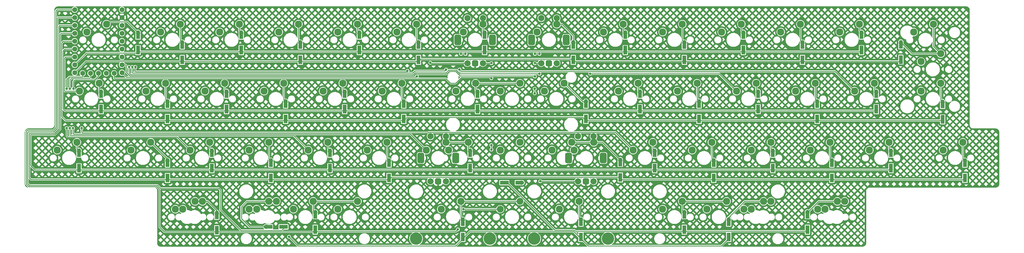
<source format=gbr>
%TF.GenerationSoftware,KiCad,Pcbnew,(7.0.0)*%
%TF.CreationDate,2024-02-27T23:11:23+01:00*%
%TF.ProjectId,NEC,4e45432e-6b69-4636-9164-5f7063625858,rev?*%
%TF.SameCoordinates,Original*%
%TF.FileFunction,Copper,L2,Bot*%
%TF.FilePolarity,Positive*%
%FSLAX46Y46*%
G04 Gerber Fmt 4.6, Leading zero omitted, Abs format (unit mm)*
G04 Created by KiCad (PCBNEW (7.0.0)) date 2024-02-27 23:11:23*
%MOMM*%
%LPD*%
G01*
G04 APERTURE LIST*
G04 Aperture macros list*
%AMRoundRect*
0 Rectangle with rounded corners*
0 $1 Rounding radius*
0 $2 $3 $4 $5 $6 $7 $8 $9 X,Y pos of 4 corners*
0 Add a 4 corners polygon primitive as box body*
4,1,4,$2,$3,$4,$5,$6,$7,$8,$9,$2,$3,0*
0 Add four circle primitives for the rounded corners*
1,1,$1+$1,$2,$3*
1,1,$1+$1,$4,$5*
1,1,$1+$1,$6,$7*
1,1,$1+$1,$8,$9*
0 Add four rect primitives between the rounded corners*
20,1,$1+$1,$2,$3,$4,$5,0*
20,1,$1+$1,$4,$5,$6,$7,0*
20,1,$1+$1,$6,$7,$8,$9,0*
20,1,$1+$1,$8,$9,$2,$3,0*%
G04 Aperture macros list end*
%TA.AperFunction,ComponentPad*%
%ADD10R,1.300000X1.778000*%
%TD*%
%TA.AperFunction,ComponentPad*%
%ADD11O,1.300000X1.778000*%
%TD*%
%TA.AperFunction,SMDPad,CuDef*%
%ADD12R,1.300000X1.400000*%
%TD*%
%TA.AperFunction,SMDPad,CuDef*%
%ADD13R,1.400000X1.300000*%
%TD*%
%TA.AperFunction,ComponentPad*%
%ADD14O,1.778000X1.300000*%
%TD*%
%TA.AperFunction,ComponentPad*%
%ADD15R,1.778000X1.300000*%
%TD*%
%TA.AperFunction,ComponentPad*%
%ADD16C,2.300000*%
%TD*%
%TA.AperFunction,ComponentPad*%
%ADD17C,2.000000*%
%TD*%
%TA.AperFunction,ComponentPad*%
%ADD18RoundRect,0.500000X0.500000X-0.500000X0.500000X0.500000X-0.500000X0.500000X-0.500000X-0.500000X0*%
%TD*%
%TA.AperFunction,ComponentPad*%
%ADD19RoundRect,0.550000X0.550000X-1.150000X0.550000X1.150000X-0.550000X1.150000X-0.550000X-1.150000X0*%
%TD*%
%TA.AperFunction,ComponentPad*%
%ADD20C,4.000000*%
%TD*%
%TA.AperFunction,ComponentPad*%
%ADD21C,2.200000*%
%TD*%
%TA.AperFunction,ComponentPad*%
%ADD22C,1.600000*%
%TD*%
%TA.AperFunction,ViaPad*%
%ADD23C,0.800000*%
%TD*%
%TA.AperFunction,Conductor*%
%ADD24C,0.250000*%
%TD*%
G04 APERTURE END LIST*
D10*
%TO.P,D51,1,K*%
%TO.N,ROW6*%
X255587499Y-93487499D03*
D11*
%TO.P,D51,2,A*%
%TO.N,Net-(D51-A)*%
X255587499Y-87487499D03*
D12*
%TO.P,D51,1,K*%
%TO.N,ROW6*%
X255587499Y-92262499D03*
%TO.P,D51,2,A*%
%TO.N,Net-(D51-A)*%
X255587499Y-88712499D03*
%TD*%
D10*
%TO.P,D50,1,K*%
%TO.N,ROW7*%
X230187499Y-95868749D03*
D11*
%TO.P,D50,2,A*%
%TO.N,Net-(D50-A)*%
X230187499Y-89868749D03*
D12*
%TO.P,D50,1,K*%
%TO.N,ROW7*%
X230187499Y-94643749D03*
%TO.P,D50,2,A*%
%TO.N,Net-(D50-A)*%
X230187499Y-91093749D03*
%TD*%
D10*
%TO.P,D49,1,K*%
%TO.N,ROW6*%
X215899999Y-93487499D03*
D11*
%TO.P,D49,2,A*%
%TO.N,Net-(D49-A)*%
X215899999Y-87487499D03*
D12*
%TO.P,D49,1,K*%
%TO.N,ROW6*%
X215899999Y-92262499D03*
%TO.P,D49,2,A*%
%TO.N,Net-(D49-A)*%
X215899999Y-88712499D03*
%TD*%
D10*
%TO.P,D48,1,K*%
%TO.N,ROW7*%
X182562499Y-95868749D03*
D11*
%TO.P,D48,2,A*%
%TO.N,Net-(D48-A)*%
X182562499Y-89868749D03*
D12*
%TO.P,D48,1,K*%
%TO.N,ROW7*%
X182562499Y-94643749D03*
%TO.P,D48,2,A*%
%TO.N,Net-(D48-A)*%
X182562499Y-91093749D03*
%TD*%
D10*
%TO.P,D47,1,K*%
%TO.N,ROW7*%
X144462499Y-95868749D03*
D11*
%TO.P,D47,2,A*%
%TO.N,Net-(D47-A)*%
X144462499Y-89868749D03*
D12*
%TO.P,D47,1,K*%
%TO.N,ROW7*%
X144462499Y-94643749D03*
%TO.P,D47,2,A*%
%TO.N,Net-(D47-A)*%
X144462499Y-91093749D03*
%TD*%
D10*
%TO.P,D46,1,K*%
%TO.N,ROW6*%
X96837499Y-93487499D03*
D11*
%TO.P,D46,2,A*%
%TO.N,Net-(D46-A)*%
X96837499Y-87487499D03*
D12*
%TO.P,D46,1,K*%
%TO.N,ROW6*%
X96837499Y-92262499D03*
%TO.P,D46,2,A*%
%TO.N,Net-(D46-A)*%
X96837499Y-88712499D03*
%TD*%
D13*
%TO.P,D45,2,A*%
%TO.N,Net-(D45-A)*%
X82362499Y-92074999D03*
%TO.P,D45,1,K*%
%TO.N,ROW7*%
X85912499Y-92074999D03*
D14*
%TO.P,D45,2,A*%
%TO.N,Net-(D45-A)*%
X81137499Y-92074999D03*
D15*
%TO.P,D45,1,K*%
%TO.N,ROW7*%
X87137499Y-92074999D03*
%TD*%
D10*
%TO.P,D44,1,K*%
%TO.N,ROW6*%
X65087499Y-93674999D03*
D11*
%TO.P,D44,2,A*%
%TO.N,Net-(D44-A)*%
X65087499Y-87674999D03*
D12*
%TO.P,D44,1,K*%
%TO.N,ROW6*%
X65087499Y-92449999D03*
%TO.P,D44,2,A*%
%TO.N,Net-(D44-A)*%
X65087499Y-88899999D03*
%TD*%
D10*
%TO.P,D43,1,K*%
%TO.N,ROW5*%
X306387499Y-76818749D03*
D11*
%TO.P,D43,2,A*%
%TO.N,Net-(D43-A)*%
X306387499Y-70818749D03*
D12*
%TO.P,D43,1,K*%
%TO.N,ROW5*%
X306387499Y-75593749D03*
%TO.P,D43,2,A*%
%TO.N,Net-(D43-A)*%
X306387499Y-72043749D03*
%TD*%
D10*
%TO.P,D42,1,K*%
%TO.N,ROW4*%
X282574999Y-73643749D03*
D11*
%TO.P,D42,2,A*%
%TO.N,Net-(D42-A)*%
X282574999Y-67643749D03*
D12*
%TO.P,D42,1,K*%
%TO.N,ROW4*%
X282574999Y-72418749D03*
%TO.P,D42,2,A*%
%TO.N,Net-(D42-A)*%
X282574999Y-68868749D03*
%TD*%
D10*
%TO.P,D41,1,K*%
%TO.N,ROW5*%
X263524999Y-76818749D03*
D11*
%TO.P,D41,2,A*%
%TO.N,Net-(D41-A)*%
X263524999Y-70818749D03*
D12*
%TO.P,D41,1,K*%
%TO.N,ROW5*%
X263524999Y-75593749D03*
%TO.P,D41,2,A*%
%TO.N,Net-(D41-A)*%
X263524999Y-72043749D03*
%TD*%
D10*
%TO.P,D40,1,K*%
%TO.N,ROW4*%
X244474999Y-73643749D03*
D11*
%TO.P,D40,2,A*%
%TO.N,Net-(D40-A)*%
X244474999Y-67643749D03*
D12*
%TO.P,D40,1,K*%
%TO.N,ROW4*%
X244474999Y-72418749D03*
%TO.P,D40,2,A*%
%TO.N,Net-(D40-A)*%
X244474999Y-68868749D03*
%TD*%
D10*
%TO.P,D39,1,K*%
%TO.N,ROW5*%
X225424999Y-76818749D03*
D11*
%TO.P,D39,2,A*%
%TO.N,Net-(D39-A)*%
X225424999Y-70818749D03*
D12*
%TO.P,D39,1,K*%
%TO.N,ROW5*%
X225424999Y-75593749D03*
%TO.P,D39,2,A*%
%TO.N,Net-(D39-A)*%
X225424999Y-72043749D03*
%TD*%
D10*
%TO.P,D38,1,K*%
%TO.N,ROW4*%
X206374999Y-73643749D03*
D11*
%TO.P,D38,2,A*%
%TO.N,Net-(D38-A)*%
X206374999Y-67643749D03*
D12*
%TO.P,D38,1,K*%
%TO.N,ROW4*%
X206374999Y-72418749D03*
%TO.P,D38,2,A*%
%TO.N,Net-(D38-A)*%
X206374999Y-68868749D03*
%TD*%
D10*
%TO.P,D37,1,K*%
%TO.N,ROW5*%
X195262499Y-76631249D03*
D11*
%TO.P,D37,2,A*%
%TO.N,row_4*%
X195262499Y-70631249D03*
D12*
%TO.P,D37,1,K*%
%TO.N,ROW5*%
X195262499Y-75406249D03*
%TO.P,D37,2,A*%
%TO.N,row_4*%
X195262499Y-71856249D03*
%TD*%
D15*
%TO.P,D36,1,K*%
%TO.N,ROW6*%
X157337499Y-77787499D03*
D14*
%TO.P,D36,2,A*%
%TO.N,Net-(D36-A)*%
X163337499Y-77787499D03*
D13*
%TO.P,D36,1,K*%
%TO.N,ROW6*%
X158562499Y-77787499D03*
%TO.P,D36,2,A*%
%TO.N,Net-(D36-A)*%
X162112499Y-77787499D03*
%TD*%
D10*
%TO.P,D35,1,K*%
%TO.N,ROW4*%
X146811999Y-73643749D03*
D11*
%TO.P,D35,2,A*%
%TO.N,row_2*%
X146811999Y-67643749D03*
D12*
%TO.P,D35,1,K*%
%TO.N,ROW4*%
X146811999Y-72418749D03*
%TO.P,D35,2,A*%
%TO.N,row_2*%
X146811999Y-68868749D03*
%TD*%
D10*
%TO.P,D34,1,K*%
%TO.N,ROW5*%
X120649999Y-76818749D03*
D11*
%TO.P,D34,2,A*%
%TO.N,Net-(D34-A)*%
X120649999Y-70818749D03*
D12*
%TO.P,D34,1,K*%
%TO.N,ROW5*%
X120649999Y-75593749D03*
%TO.P,D34,2,A*%
%TO.N,Net-(D34-A)*%
X120649999Y-72043749D03*
%TD*%
D10*
%TO.P,D33,1,K*%
%TO.N,ROW4*%
X101599999Y-73643749D03*
D11*
%TO.P,D33,2,A*%
%TO.N,Net-(D33-A)*%
X101599999Y-67643749D03*
D12*
%TO.P,D33,1,K*%
%TO.N,ROW4*%
X101599999Y-72418749D03*
%TO.P,D33,2,A*%
%TO.N,Net-(D33-A)*%
X101599999Y-68868749D03*
%TD*%
D10*
%TO.P,D32,1,K*%
%TO.N,ROW5*%
X82549999Y-76818749D03*
D11*
%TO.P,D32,2,A*%
%TO.N,Net-(D32-A)*%
X82549999Y-70818749D03*
D12*
%TO.P,D32,1,K*%
%TO.N,ROW5*%
X82549999Y-75593749D03*
%TO.P,D32,2,A*%
%TO.N,Net-(D32-A)*%
X82549999Y-72043749D03*
%TD*%
D10*
%TO.P,D31,1,K*%
%TO.N,ROW4*%
X63499999Y-73643749D03*
D11*
%TO.P,D31,2,A*%
%TO.N,Net-(D31-A)*%
X63499999Y-67643749D03*
D12*
%TO.P,D31,1,K*%
%TO.N,ROW4*%
X63499999Y-72418749D03*
%TO.P,D31,2,A*%
%TO.N,Net-(D31-A)*%
X63499999Y-68868749D03*
%TD*%
D10*
%TO.P,D30,1,K*%
%TO.N,ROW5*%
X49212499Y-76818749D03*
D11*
%TO.P,D30,2,A*%
%TO.N,Net-(D30-A)*%
X49212499Y-70818749D03*
D12*
%TO.P,D30,1,K*%
%TO.N,ROW5*%
X49212499Y-75593749D03*
%TO.P,D30,2,A*%
%TO.N,Net-(D30-A)*%
X49212499Y-72043749D03*
%TD*%
D10*
%TO.P,D29,1,K*%
%TO.N,ROW4*%
X20637499Y-73643749D03*
D11*
%TO.P,D29,2,A*%
%TO.N,Net-(D29-A)*%
X20637499Y-67643749D03*
D12*
%TO.P,D29,1,K*%
%TO.N,ROW4*%
X20637499Y-72418749D03*
%TO.P,D29,2,A*%
%TO.N,Net-(D29-A)*%
X20637499Y-68868749D03*
%TD*%
D10*
%TO.P,D28,1,K*%
%TO.N,ROW3*%
X299211999Y-57895749D03*
D11*
%TO.P,D28,2,A*%
%TO.N,Net-(D28-A)*%
X299211999Y-51895749D03*
D12*
%TO.P,D28,1,K*%
%TO.N,ROW3*%
X299211999Y-56670749D03*
%TO.P,D28,2,A*%
%TO.N,Net-(D28-A)*%
X299211999Y-53120749D03*
%TD*%
D10*
%TO.P,D27,1,K*%
%TO.N,ROW2*%
X277812499Y-54593749D03*
D11*
%TO.P,D27,2,A*%
%TO.N,Net-(D27-A)*%
X277812499Y-48593749D03*
D12*
%TO.P,D27,1,K*%
%TO.N,ROW2*%
X277812499Y-53368749D03*
%TO.P,D27,2,A*%
%TO.N,Net-(D27-A)*%
X277812499Y-49818749D03*
%TD*%
D10*
%TO.P,D26,1,K*%
%TO.N,ROW3*%
X258762499Y-57768749D03*
D11*
%TO.P,D26,2,A*%
%TO.N,Net-(D26-A)*%
X258762499Y-51768749D03*
D12*
%TO.P,D26,1,K*%
%TO.N,ROW3*%
X258762499Y-56543749D03*
%TO.P,D26,2,A*%
%TO.N,Net-(D26-A)*%
X258762499Y-52993749D03*
%TD*%
D10*
%TO.P,D25,1,K*%
%TO.N,ROW2*%
X239712499Y-54593749D03*
D11*
%TO.P,D25,2,A*%
%TO.N,Net-(D25-A)*%
X239712499Y-48593749D03*
D12*
%TO.P,D25,1,K*%
%TO.N,ROW2*%
X239712499Y-53368749D03*
%TO.P,D25,2,A*%
%TO.N,Net-(D25-A)*%
X239712499Y-49818749D03*
%TD*%
D10*
%TO.P,D24,1,K*%
%TO.N,ROW3*%
X220662499Y-57768749D03*
D11*
%TO.P,D24,2,A*%
%TO.N,Net-(D24-A)*%
X220662499Y-51768749D03*
D12*
%TO.P,D24,1,K*%
%TO.N,ROW3*%
X220662499Y-56543749D03*
%TO.P,D24,2,A*%
%TO.N,Net-(D24-A)*%
X220662499Y-52993749D03*
%TD*%
D10*
%TO.P,D23,1,K*%
%TO.N,ROW2*%
X201612499Y-54593749D03*
D11*
%TO.P,D23,2,A*%
%TO.N,Net-(D23-A)*%
X201612499Y-48593749D03*
D12*
%TO.P,D23,1,K*%
%TO.N,ROW2*%
X201612499Y-53368749D03*
%TO.P,D23,2,A*%
%TO.N,Net-(D23-A)*%
X201612499Y-49818749D03*
%TD*%
D10*
%TO.P,D22,1,K*%
%TO.N,ROW3*%
X184149999Y-57768749D03*
D11*
%TO.P,D22,2,A*%
%TO.N,Net-(D22-A)*%
X184149999Y-51768749D03*
D12*
%TO.P,D22,1,K*%
%TO.N,ROW3*%
X184149999Y-56543749D03*
%TO.P,D22,2,A*%
%TO.N,Net-(D22-A)*%
X184149999Y-52993749D03*
%TD*%
D10*
%TO.P,D21,1,K*%
%TO.N,ROW2*%
X149224999Y-54593749D03*
D11*
%TO.P,D21,2,A*%
%TO.N,Net-(D21-A)*%
X149224999Y-48593749D03*
D12*
%TO.P,D21,1,K*%
%TO.N,ROW2*%
X149224999Y-53368749D03*
%TO.P,D21,2,A*%
%TO.N,Net-(D21-A)*%
X149224999Y-49818749D03*
%TD*%
D10*
%TO.P,D20,1,K*%
%TO.N,ROW3*%
X125412499Y-57768749D03*
D11*
%TO.P,D20,2,A*%
%TO.N,Net-(D20-A)*%
X125412499Y-51768749D03*
D12*
%TO.P,D20,1,K*%
%TO.N,ROW3*%
X125412499Y-56543749D03*
%TO.P,D20,2,A*%
%TO.N,Net-(D20-A)*%
X125412499Y-52993749D03*
%TD*%
D10*
%TO.P,D19,1,K*%
%TO.N,ROW2*%
X106362499Y-54593749D03*
D11*
%TO.P,D19,2,A*%
%TO.N,Net-(D19-A)*%
X106362499Y-48593749D03*
D12*
%TO.P,D19,1,K*%
%TO.N,ROW2*%
X106362499Y-53368749D03*
%TO.P,D19,2,A*%
%TO.N,Net-(D19-A)*%
X106362499Y-49818749D03*
%TD*%
D10*
%TO.P,D18,1,K*%
%TO.N,ROW3*%
X87312499Y-57768749D03*
D11*
%TO.P,D18,2,A*%
%TO.N,Net-(D18-A)*%
X87312499Y-51768749D03*
D12*
%TO.P,D18,1,K*%
%TO.N,ROW3*%
X87312499Y-56543749D03*
%TO.P,D18,2,A*%
%TO.N,Net-(D18-A)*%
X87312499Y-52993749D03*
%TD*%
D10*
%TO.P,D17,1,K*%
%TO.N,ROW2*%
X68262499Y-54593749D03*
D11*
%TO.P,D17,2,A*%
%TO.N,Net-(D17-A)*%
X68262499Y-48593749D03*
D12*
%TO.P,D17,1,K*%
%TO.N,ROW2*%
X68262499Y-53368749D03*
%TO.P,D17,2,A*%
%TO.N,Net-(D17-A)*%
X68262499Y-49818749D03*
%TD*%
D10*
%TO.P,D16,1,K*%
%TO.N,ROW3*%
X49212499Y-57768749D03*
D11*
%TO.P,D16,2,A*%
%TO.N,Net-(D16-A)*%
X49212499Y-51768749D03*
D12*
%TO.P,D16,1,K*%
%TO.N,ROW3*%
X49212499Y-56543749D03*
%TO.P,D16,2,A*%
%TO.N,Net-(D16-A)*%
X49212499Y-52993749D03*
%TD*%
D10*
%TO.P,D15,1,K*%
%TO.N,ROW2*%
X27812999Y-54593749D03*
D11*
%TO.P,D15,2,A*%
%TO.N,Net-(D15-A)*%
X27812999Y-48593749D03*
D12*
%TO.P,D15,1,K*%
%TO.N,ROW2*%
X27812999Y-53368749D03*
%TO.P,D15,2,A*%
%TO.N,Net-(D15-A)*%
X27812999Y-49818749D03*
%TD*%
D10*
%TO.P,D14,1,K*%
%TO.N,ROW1*%
X285749999Y-38655249D03*
D11*
%TO.P,D14,2,A*%
%TO.N,Net-(D14-A)*%
X285749999Y-32655249D03*
D12*
%TO.P,D14,1,K*%
%TO.N,ROW1*%
X285749999Y-37430249D03*
%TO.P,D14,2,A*%
%TO.N,Net-(D14-A)*%
X285749999Y-33880249D03*
%TD*%
D10*
%TO.P,D13,1,K*%
%TO.N,ROW0*%
X273049999Y-35543749D03*
D11*
%TO.P,D13,2,A*%
%TO.N,Net-(D13-A)*%
X273049999Y-29543749D03*
D12*
%TO.P,D13,1,K*%
%TO.N,ROW0*%
X273049999Y-34318749D03*
%TO.P,D13,2,A*%
%TO.N,Net-(D13-A)*%
X273049999Y-30768749D03*
%TD*%
D10*
%TO.P,D12,1,K*%
%TO.N,ROW1*%
X253999999Y-38718749D03*
D11*
%TO.P,D12,2,A*%
%TO.N,Net-(D12-A)*%
X253999999Y-32718749D03*
D12*
%TO.P,D12,1,K*%
%TO.N,ROW1*%
X253999999Y-37493749D03*
%TO.P,D12,2,A*%
%TO.N,Net-(D12-A)*%
X253999999Y-33943749D03*
%TD*%
D10*
%TO.P,D11,1,K*%
%TO.N,ROW0*%
X234949999Y-35543749D03*
D11*
%TO.P,D11,2,A*%
%TO.N,Net-(D11-A)*%
X234949999Y-29543749D03*
D12*
%TO.P,D11,1,K*%
%TO.N,ROW0*%
X234949999Y-34318749D03*
%TO.P,D11,2,A*%
%TO.N,Net-(D11-A)*%
X234949999Y-30768749D03*
%TD*%
D10*
%TO.P,D10,1,K*%
%TO.N,ROW1*%
X215899999Y-38718749D03*
D11*
%TO.P,D10,2,A*%
%TO.N,Net-(D10-A)*%
X215899999Y-32718749D03*
D12*
%TO.P,D10,1,K*%
%TO.N,ROW1*%
X215899999Y-37493749D03*
%TO.P,D10,2,A*%
%TO.N,Net-(D10-A)*%
X215899999Y-33943749D03*
%TD*%
D10*
%TO.P,D9,1,K*%
%TO.N,ROW0*%
X196849999Y-35543749D03*
D11*
%TO.P,D9,2,A*%
%TO.N,Net-(D9-A)*%
X196849999Y-29543749D03*
D12*
%TO.P,D9,1,K*%
%TO.N,ROW0*%
X196849999Y-34318749D03*
%TO.P,D9,2,A*%
%TO.N,Net-(D9-A)*%
X196849999Y-30768749D03*
%TD*%
D10*
%TO.P,D8,1,K*%
%TO.N,ROW1*%
X180085999Y-38718749D03*
D11*
%TO.P,D8,2,A*%
%TO.N,row_3*%
X180085999Y-32718749D03*
D12*
%TO.P,D8,1,K*%
%TO.N,ROW1*%
X180085999Y-37493749D03*
%TO.P,D8,2,A*%
%TO.N,row_3*%
X180085999Y-33943749D03*
%TD*%
D10*
%TO.P,D7,1,K*%
%TO.N,ROW0*%
X151510999Y-35543749D03*
D11*
%TO.P,D7,2,A*%
%TO.N,row_1*%
X151510999Y-29543749D03*
D12*
%TO.P,D7,1,K*%
%TO.N,ROW0*%
X151510999Y-34318749D03*
%TO.P,D7,2,A*%
%TO.N,row_1*%
X151510999Y-30768749D03*
%TD*%
D10*
%TO.P,D6,1,K*%
%TO.N,ROW1*%
X130174999Y-38718749D03*
D11*
%TO.P,D6,2,A*%
%TO.N,Net-(D6-A)*%
X130174999Y-32718749D03*
D12*
%TO.P,D6,1,K*%
%TO.N,ROW1*%
X130174999Y-37493749D03*
%TO.P,D6,2,A*%
%TO.N,Net-(D6-A)*%
X130174999Y-33943749D03*
%TD*%
D10*
%TO.P,D5,1,K*%
%TO.N,ROW0*%
X111124999Y-35543749D03*
D11*
%TO.P,D5,2,A*%
%TO.N,Net-(D5-A)*%
X111124999Y-29543749D03*
D12*
%TO.P,D5,1,K*%
%TO.N,ROW0*%
X111124999Y-34318749D03*
%TO.P,D5,2,A*%
%TO.N,Net-(D5-A)*%
X111124999Y-30768749D03*
%TD*%
D10*
%TO.P,D4,1,K*%
%TO.N,ROW1*%
X92074999Y-38718749D03*
D11*
%TO.P,D4,2,A*%
%TO.N,Net-(D4-A)*%
X92074999Y-32718749D03*
D12*
%TO.P,D4,1,K*%
%TO.N,ROW1*%
X92074999Y-37493749D03*
%TO.P,D4,2,A*%
%TO.N,Net-(D4-A)*%
X92074999Y-33943749D03*
%TD*%
D10*
%TO.P,D3,1,K*%
%TO.N,ROW0*%
X73024999Y-35543749D03*
D11*
%TO.P,D3,2,A*%
%TO.N,Net-(D3-A)*%
X73024999Y-29543749D03*
D12*
%TO.P,D3,1,K*%
%TO.N,ROW0*%
X73024999Y-34318749D03*
%TO.P,D3,2,A*%
%TO.N,Net-(D3-A)*%
X73024999Y-30768749D03*
%TD*%
D10*
%TO.P,D2,1,K*%
%TO.N,ROW1*%
X53974999Y-38718749D03*
D11*
%TO.P,D2,2,A*%
%TO.N,Net-(D2-A)*%
X53974999Y-32718749D03*
D12*
%TO.P,D2,1,K*%
%TO.N,ROW1*%
X53974999Y-37493749D03*
%TO.P,D2,2,A*%
%TO.N,Net-(D2-A)*%
X53974999Y-33943749D03*
%TD*%
D10*
%TO.P,D1,1,K*%
%TO.N,ROW0*%
X39687499Y-35543749D03*
D11*
%TO.P,D1,2,A*%
%TO.N,Net-(D1-A)*%
X39687499Y-29543749D03*
D12*
%TO.P,D1,1,K*%
%TO.N,ROW0*%
X39687499Y-34318749D03*
%TO.P,D1,2,A*%
%TO.N,Net-(D1-A)*%
X39687499Y-30768749D03*
%TD*%
D16*
%TO.P,SW23,1,1*%
%TO.N,COL4*%
X194627500Y-48260000D03*
%TO.P,SW23,2,2*%
%TO.N,Net-(D23-A)*%
X200977500Y-45720000D03*
%TD*%
%TO.P,SW3,1,1*%
%TO.N,COL1*%
X66040000Y-29210000D03*
%TO.P,SW3,2,2*%
%TO.N,Net-(D3-A)*%
X72390000Y-26670000D03*
%TD*%
%TO.P,SW37,1,1*%
%TO.N,COL3*%
X180340000Y-67310000D03*
%TO.P,SW37,2,2*%
%TO.N,row_4*%
X186690000Y-64770000D03*
%TD*%
%TO.P,SW27,1,1*%
%TO.N,COL6*%
X270827500Y-48260000D03*
%TO.P,SW27,2,2*%
%TO.N,Net-(D27-A)*%
X277177500Y-45720000D03*
%TD*%
%TO.P,SW49(3)1,1,1*%
%TO.N,COL4*%
X223202500Y-86360000D03*
%TO.P,SW49(3)1,2,2*%
%TO.N,Net-(D49-A)*%
X229552500Y-83820000D03*
%TD*%
%TO.P,SW4,1,1*%
%TO.N,COL1*%
X85090000Y-29210000D03*
%TO.P,SW4,2,2*%
%TO.N,Net-(D4-A)*%
X91440000Y-26670000D03*
%TD*%
%TO.P,SW25,1,1*%
%TO.N,COL5*%
X232727500Y-48260000D03*
%TO.P,SW25,2,2*%
%TO.N,Net-(D25-A)*%
X239077500Y-45720000D03*
%TD*%
%TO.P,SW2,1,1*%
%TO.N,COL0*%
X46990000Y-29210000D03*
%TO.P,SW2,2,2*%
%TO.N,Net-(D2-A)*%
X53340000Y-26670000D03*
%TD*%
%TO.P,SW29,1,1*%
%TO.N,COL0*%
X13652500Y-67310000D03*
%TO.P,SW29,2,2*%
%TO.N,Net-(D29-A)*%
X20002500Y-64770000D03*
%TD*%
D17*
%TO.P,SW54,A,A*%
%TO.N,LEFT_A*%
X134025000Y-77350000D03*
%TO.P,SW54,B,B*%
%TO.N,LEFT_B*%
X139025000Y-77350000D03*
D18*
%TO.P,SW54,C,C*%
%TO.N,GND*%
X136525000Y-77350000D03*
D19*
%TO.P,SW54,MP*%
%TO.N,N/C*%
X130925000Y-69850000D03*
X142125000Y-69850000D03*
D17*
%TO.P,SW54,S1,S1*%
%TO.N,row_2*%
X139025000Y-62850000D03*
%TO.P,SW54,S2,S2*%
%TO.N,COL3*%
X134025000Y-62850000D03*
%TD*%
D16*
%TO.P,SW41,1,1*%
%TO.N,COL5*%
X256540000Y-67310000D03*
%TO.P,SW41,2,2*%
%TO.N,Net-(D41-A)*%
X262890000Y-64770000D03*
%TD*%
%TO.P,SW6,1,1*%
%TO.N,COL2*%
X123190000Y-29210000D03*
%TO.P,SW6,2,2*%
%TO.N,Net-(D6-A)*%
X129540000Y-26670000D03*
%TD*%
%TO.P,SW14(iso)1,1,1*%
%TO.N,COL6*%
X292259000Y-38735000D03*
%TO.P,SW14(iso)1,2,2*%
%TO.N,Net-(D14-A)*%
X298609000Y-36195000D03*
%TD*%
%TO.P,SW46,1,1*%
%TO.N,COL2*%
X104140000Y-86360000D03*
%TO.P,SW46,2,2*%
%TO.N,Net-(D46-A)*%
X110490000Y-83820000D03*
%TD*%
%TO.P,SW40,1,1*%
%TO.N,COL5*%
X237490000Y-67310000D03*
%TO.P,SW40,2,2*%
%TO.N,Net-(D40-A)*%
X243840000Y-64770000D03*
%TD*%
%TO.P,SW46(3)1,1,1*%
%TO.N,COL2*%
X89852500Y-86360000D03*
%TO.P,SW46(3)1,2,2*%
%TO.N,Net-(D46-A)*%
X96202500Y-83820000D03*
%TD*%
%TO.P,SW44(1.25)1,1,1*%
%TO.N,COL1*%
X54135000Y-86360000D03*
%TO.P,SW44(1.25)1,2,2*%
%TO.N,Net-(D44-A)*%
X60485000Y-83820000D03*
%TD*%
%TO.P,SW36,1,1*%
%TO.N,COL3*%
X156527500Y-67310000D03*
%TO.P,SW36,2,2*%
%TO.N,Net-(D36-A)*%
X162877500Y-64770000D03*
%TD*%
%TO.P,SW22,1,1*%
%TO.N,COL3*%
X170815000Y-48260000D03*
%TO.P,SW22,2,2*%
%TO.N,Net-(D22-A)*%
X177165000Y-45720000D03*
%TD*%
%TO.P,SW26,1,1*%
%TO.N,COL5*%
X251777500Y-48260000D03*
%TO.P,SW26,2,2*%
%TO.N,Net-(D26-A)*%
X258127500Y-45720000D03*
%TD*%
%TO.P,SW48,1,1*%
%TO.N,COL3*%
X175577500Y-86360000D03*
%TO.P,SW48,2,2*%
%TO.N,Net-(D48-A)*%
X181927500Y-83820000D03*
%TD*%
%TO.P,SW30,1,1*%
%TO.N,COL0*%
X37465000Y-67310000D03*
%TO.P,SW30,2,2*%
%TO.N,Net-(D30-A)*%
X43815000Y-64770000D03*
%TD*%
%TO.P,SW10,1,1*%
%TO.N,COL4*%
X208915000Y-29210000D03*
%TO.P,SW10,2,2*%
%TO.N,Net-(D10-A)*%
X215265000Y-26670000D03*
%TD*%
%TO.P,SW21(3)1,1,1*%
%TO.N,COL3*%
X156527500Y-48260000D03*
%TO.P,SW21(3)1,2,2*%
%TO.N,Net-(D21-A)*%
X162877500Y-45720000D03*
%TD*%
%TO.P,SW37(1.75)1,1,1*%
%TO.N,COL3*%
X173198000Y-67310000D03*
%TO.P,SW37(1.75)1,2,2*%
%TO.N,row_4*%
X179548000Y-64770000D03*
%TD*%
%TO.P,SW35(1.75)1,1,1*%
%TO.N,COL3*%
X139860000Y-67310000D03*
%TO.P,SW35(1.75)1,2,2*%
%TO.N,row_2*%
X146210000Y-64770000D03*
%TD*%
%TO.P,SW15,1,1*%
%TO.N,COL0*%
X20796000Y-48260000D03*
%TO.P,SW15,2,2*%
%TO.N,Net-(D15-A)*%
X27146000Y-45720000D03*
%TD*%
D17*
%TO.P,SW55,A,A*%
%TO.N,RIGHT_A*%
X181650000Y-77350000D03*
%TO.P,SW55,B,B*%
%TO.N,RIGHT_B*%
X186650000Y-77350000D03*
D18*
%TO.P,SW55,C,C*%
%TO.N,GND*%
X184150000Y-77350000D03*
D19*
%TO.P,SW55,MP*%
%TO.N,N/C*%
X178550000Y-69850000D03*
X189750000Y-69850000D03*
D17*
%TO.P,SW55,S1,S1*%
%TO.N,row_4*%
X186650000Y-62850000D03*
%TO.P,SW55,S2,S2*%
%TO.N,COL3*%
X181650000Y-62850000D03*
%TD*%
D16*
%TO.P,SW49,1,1*%
%TO.N,COL4*%
X208915000Y-86360000D03*
%TO.P,SW49,2,2*%
%TO.N,Net-(D49-A)*%
X215265000Y-83820000D03*
%TD*%
%TO.P,SW20,1,1*%
%TO.N,COL2*%
X118427500Y-48260000D03*
%TO.P,SW20,2,2*%
%TO.N,Net-(D20-A)*%
X124777500Y-45720000D03*
%TD*%
%TO.P,SW42,1,1*%
%TO.N,COL6*%
X275590000Y-67310000D03*
%TO.P,SW42,2,2*%
%TO.N,Net-(D42-A)*%
X281940000Y-64770000D03*
%TD*%
%TO.P,SW51(1.25)2,1,1*%
%TO.N,COL5*%
X258920000Y-86360000D03*
%TO.P,SW51(1.25)2,2,2*%
%TO.N,Net-(D51-A)*%
X265270000Y-83820000D03*
%TD*%
%TO.P,SW8,1,1*%
%TO.N,COL3*%
X168433000Y-29210000D03*
%TO.P,SW8,2,2*%
%TO.N,row_3*%
X174783000Y-26670000D03*
%TD*%
%TO.P,SW16,1,1*%
%TO.N,COL0*%
X42227500Y-48260000D03*
%TO.P,SW16,2,2*%
%TO.N,Net-(D16-A)*%
X48577500Y-45720000D03*
%TD*%
D20*
%TO.P,S1,*%
%TO.N,*%
X153193750Y-95885000D03*
X129381250Y-95885000D03*
%TD*%
D16*
%TO.P,SW50(1.25)1,1,1*%
%TO.N,COL4*%
X235108000Y-86360000D03*
%TO.P,SW50(1.25)1,2,2*%
%TO.N,Net-(D50-A)*%
X241458000Y-83820000D03*
%TD*%
%TO.P,SW39,1,1*%
%TO.N,COL4*%
X218440000Y-67310000D03*
%TO.P,SW39,2,2*%
%TO.N,Net-(D39-A)*%
X224790000Y-64770000D03*
%TD*%
%TO.P,SW18,1,1*%
%TO.N,COL1*%
X80327500Y-48260000D03*
%TO.P,SW18,2,2*%
%TO.N,Net-(D18-A)*%
X86677500Y-45720000D03*
%TD*%
%TO.P,SW50,1,1*%
%TO.N,COL4*%
X237490000Y-86360000D03*
%TO.P,SW50,2,2*%
%TO.N,Net-(D50-A)*%
X243840000Y-83820000D03*
%TD*%
%TO.P,SW21,1,1*%
%TO.N,COL3*%
X142240000Y-48260000D03*
%TO.P,SW21,2,2*%
%TO.N,Net-(D21-A)*%
X148590000Y-45720000D03*
%TD*%
%TO.P,SW32,1,1*%
%TO.N,COL1*%
X75565000Y-67310000D03*
%TO.P,SW32,2,2*%
%TO.N,Net-(D32-A)*%
X81915000Y-64770000D03*
%TD*%
%TO.P,SW45,1,1*%
%TO.N,COL1*%
X75565000Y-86360000D03*
%TO.P,SW45,2,2*%
%TO.N,Net-(D45-A)*%
X81915000Y-83820000D03*
%TD*%
%TO.P,SW24,1,1*%
%TO.N,COL4*%
X213677500Y-48260000D03*
%TO.P,SW24,2,2*%
%TO.N,Net-(D24-A)*%
X220027500Y-45720000D03*
%TD*%
D17*
%TO.P,SW52,A,A*%
%TO.N,LEFT_A*%
X145931000Y-39250000D03*
%TO.P,SW52,B,B*%
%TO.N,LEFT_B*%
X150931000Y-39250000D03*
D18*
%TO.P,SW52,C,C*%
%TO.N,GND*%
X148431000Y-39250000D03*
D19*
%TO.P,SW52,MP*%
%TO.N,N/C*%
X142831000Y-31750000D03*
X154031000Y-31750000D03*
D17*
%TO.P,SW52,S1,S1*%
%TO.N,row_1*%
X150931000Y-24750000D03*
%TO.P,SW52,S2,S2*%
%TO.N,COL3*%
X145931000Y-24750000D03*
%TD*%
D16*
%TO.P,SW44,1,1*%
%TO.N,COL1*%
X51752500Y-86360000D03*
%TO.P,SW44,2,2*%
%TO.N,Net-(D44-A)*%
X58102500Y-83820000D03*
%TD*%
%TO.P,SW12,1,1*%
%TO.N,COL5*%
X247015000Y-29210000D03*
%TO.P,SW12,2,2*%
%TO.N,Net-(D12-A)*%
X253365000Y-26670000D03*
%TD*%
%TO.P,SW9,1,1*%
%TO.N,COL4*%
X189865000Y-29210000D03*
%TO.P,SW9,2,2*%
%TO.N,Net-(D9-A)*%
X196215000Y-26670000D03*
%TD*%
%TO.P,SW1,1,1*%
%TO.N,COL0*%
X23177500Y-29210000D03*
%TO.P,SW1,2,2*%
%TO.N,Net-(D1-A)*%
X29527500Y-26670000D03*
%TD*%
D17*
%TO.P,SW53,A,A*%
%TO.N,RIGHT_A*%
X169743000Y-39250000D03*
%TO.P,SW53,B,B*%
%TO.N,RIGHT_B*%
X174743000Y-39250000D03*
D18*
%TO.P,SW53,C,C*%
%TO.N,GND*%
X172243000Y-39250000D03*
D19*
%TO.P,SW53,MP*%
%TO.N,N/C*%
X166643000Y-31750000D03*
X177843000Y-31750000D03*
D17*
%TO.P,SW53,S1,S1*%
%TO.N,row_3*%
X174743000Y-24750000D03*
%TO.P,SW53,S2,S2*%
%TO.N,COL3*%
X169743000Y-24750000D03*
%TD*%
D16*
%TO.P,SW7,1,1*%
%TO.N,COL3*%
X144621000Y-29210000D03*
%TO.P,SW7,2,2*%
%TO.N,row_1*%
X150971000Y-26670000D03*
%TD*%
D21*
%TO.P,SW44(4)1,1,1*%
%TO.N,COL2*%
X156527500Y-86360000D03*
%TO.P,SW44(4)1,2,2*%
%TO.N,Net-(D47-A)*%
X162877500Y-83820000D03*
%TD*%
D16*
%TO.P,SW19,1,1*%
%TO.N,COL2*%
X99377500Y-48260000D03*
%TO.P,SW19,2,2*%
%TO.N,Net-(D19-A)*%
X105727500Y-45720000D03*
%TD*%
%TO.P,SW43,1,1*%
%TO.N,COL6*%
X299402500Y-67310000D03*
%TO.P,SW43,2,2*%
%TO.N,Net-(D43-A)*%
X305752500Y-64770000D03*
%TD*%
%TO.P,SW47,1,1*%
%TO.N,COL2*%
X137477500Y-86360000D03*
%TO.P,SW47,2,2*%
%TO.N,Net-(D47-A)*%
X143827500Y-83820000D03*
%TD*%
D20*
%TO.P,S2,*%
%TO.N,*%
X191293750Y-95885000D03*
X167481250Y-95885000D03*
%TD*%
D16*
%TO.P,SW34,1,1*%
%TO.N,COL2*%
X113665000Y-67310000D03*
%TO.P,SW34,2,2*%
%TO.N,Net-(D34-A)*%
X120015000Y-64770000D03*
%TD*%
%TO.P,SW35,1,1*%
%TO.N,COL3*%
X132715000Y-67310000D03*
%TO.P,SW35,2,2*%
%TO.N,row_2*%
X139065000Y-64770000D03*
%TD*%
%TO.P,SW38,1,1*%
%TO.N,COL4*%
X199390000Y-67310000D03*
%TO.P,SW38,2,2*%
%TO.N,Net-(D38-A)*%
X205740000Y-64770000D03*
%TD*%
%TO.P,SW17,1,1*%
%TO.N,COL1*%
X61277500Y-48260000D03*
%TO.P,SW17,2,2*%
%TO.N,Net-(D17-A)*%
X67627500Y-45720000D03*
%TD*%
%TO.P,SW5,1,1*%
%TO.N,COL2*%
X104140000Y-29210000D03*
%TO.P,SW5,2,2*%
%TO.N,Net-(D5-A)*%
X110490000Y-26670000D03*
%TD*%
%TO.P,SW51,1,1*%
%TO.N,COL5*%
X261302500Y-86360000D03*
%TO.P,SW51,2,2*%
%TO.N,Net-(D51-A)*%
X267652500Y-83820000D03*
%TD*%
%TO.P,SW14,1,1*%
%TO.N,COL6*%
X289878000Y-29210000D03*
%TO.P,SW14,2,2*%
%TO.N,Net-(D14-A)*%
X296228000Y-26670000D03*
%TD*%
%TO.P,SW13,1,1*%
%TO.N,COL6*%
X266065000Y-29210000D03*
%TO.P,SW13,2,2*%
%TO.N,Net-(D13-A)*%
X272415000Y-26670000D03*
%TD*%
%TO.P,SW28,1,1*%
%TO.N,COL6*%
X292258500Y-48260000D03*
%TO.P,SW28,2,2*%
%TO.N,Net-(D28-A)*%
X298608500Y-45720000D03*
%TD*%
%TO.P,SW33,1,1*%
%TO.N,COL2*%
X94615000Y-67310000D03*
%TO.P,SW33,2,2*%
%TO.N,Net-(D33-A)*%
X100965000Y-64770000D03*
%TD*%
%TO.P,SW45(1.25)1,1,1*%
%TO.N,COL1*%
X77947000Y-86360000D03*
%TO.P,SW45(1.25)1,2,2*%
%TO.N,Net-(D45-A)*%
X84297000Y-83820000D03*
%TD*%
%TO.P,SW31,1,1*%
%TO.N,COL1*%
X56515000Y-67310000D03*
%TO.P,SW31,2,2*%
%TO.N,Net-(D31-A)*%
X62865000Y-64770000D03*
%TD*%
%TO.P,SW11,1,1*%
%TO.N,COL5*%
X227965000Y-29210000D03*
%TO.P,SW11,2,2*%
%TO.N,Net-(D11-A)*%
X234315000Y-26670000D03*
%TD*%
D22*
%TO.P,RZ1,1,GP0*%
%TO.N,ROW6*%
X19272500Y-21990000D03*
%TO.P,RZ1,2,GP1*%
%TO.N,ROW7*%
X19272500Y-24530000D03*
%TO.P,RZ1,3,GP2*%
%TO.N,ROW5*%
X19272500Y-27070000D03*
%TO.P,RZ1,4,GP3*%
%TO.N,ROW4*%
X19272500Y-29610000D03*
%TO.P,RZ1,5,GP4*%
%TO.N,ROW3*%
X19272500Y-32150000D03*
%TO.P,RZ1,6,GP5*%
%TO.N,ROW2*%
X19272500Y-34690000D03*
%TO.P,RZ1,7,GP6*%
%TO.N,COL0*%
X19272500Y-37230000D03*
%TO.P,RZ1,8,GP7*%
%TO.N,ROW0*%
X19272500Y-39770000D03*
%TO.P,RZ1,9,GP8*%
%TO.N,ROW1*%
X19272500Y-42310000D03*
%TO.P,RZ1,10,GP9*%
%TO.N,COL1*%
X21812500Y-42520000D03*
%TO.P,RZ1,11,GP10*%
%TO.N,COL2*%
X24352500Y-42520000D03*
%TO.P,RZ1,12,GP11*%
%TO.N,COL3*%
X26892500Y-42520000D03*
%TO.P,RZ1,13,GP12*%
%TO.N,COL4*%
X29432500Y-42520000D03*
%TO.P,RZ1,14,GP13*%
%TO.N,LEFT_B*%
X31972500Y-42520000D03*
%TO.P,RZ1,15,GP14*%
%TO.N,LEFT_A*%
X34512500Y-42310000D03*
%TO.P,RZ1,16,GP15*%
%TO.N,RIGHT_A*%
X34512500Y-39770000D03*
%TO.P,RZ1,17,GP26*%
%TO.N,RIGHT_B*%
X34512500Y-37230000D03*
%TO.P,RZ1,18,GP27*%
%TO.N,COL6*%
X34512500Y-34690000D03*
%TO.P,RZ1,19,GP28*%
%TO.N,COL5*%
X34512500Y-32150000D03*
%TO.P,RZ1,20,GP29*%
%TO.N,unconnected-(RZ1-GP29-Pad20)*%
X34512500Y-29610000D03*
%TO.P,RZ1,21,3V3*%
%TO.N,+3V3*%
X34512500Y-27070000D03*
%TO.P,RZ1,22,5V*%
%TO.N,+5V*%
X34512500Y-21990000D03*
%TO.P,RZ1,23,GND*%
%TO.N,GND*%
X34512500Y-24530000D03*
%TD*%
D23*
%TO.N,ROW6*%
X142875000Y-92868750D03*
%TO.N,COL5*%
X169142500Y-36268250D03*
X167693500Y-36268250D03*
X145330500Y-36268250D03*
X143881500Y-36268250D03*
%TO.N,GND*%
X172243000Y-37200500D03*
X148431000Y-37200500D03*
%TO.N,COL5*%
X38827247Y-40481250D03*
%TO.N,COL6*%
X37827744Y-40481250D03*
%TO.N,RIGHT_B*%
X36822800Y-40481250D03*
%TO.N,ROW7*%
X88392000Y-95250000D03*
%TO.N,LEFT_A*%
X133985000Y-39116000D03*
X129603500Y-43497500D03*
%TO.N,LEFT_B*%
X153670000Y-39243000D03*
X153670000Y-67137000D03*
X153670000Y-65688000D03*
X153670000Y-44094400D03*
%TO.N,RIGHT_B*%
X169164000Y-42672000D03*
%TO.N,RIGHT_A*%
X167640000Y-48984500D03*
X167693500Y-43528464D03*
X169418000Y-77343000D03*
X167640000Y-47535500D03*
X167693500Y-39243000D03*
%TO.N,COL6*%
X143383000Y-41299500D03*
X139055906Y-41299500D03*
%TO.N,COL5*%
X185551299Y-42667701D03*
X126619000Y-41720500D03*
%TO.N,COL4*%
X21520500Y-60187000D03*
%TO.N,COL3*%
X18712122Y-60197645D03*
X18846800Y-47498000D03*
%TO.N,COL2*%
X17718043Y-47494518D03*
X144653000Y-86360000D03*
X17712621Y-60199730D03*
%TO.N,COL1*%
X16713200Y-60187000D03*
X16717499Y-47526032D03*
%TO.N,GND*%
X184150000Y-79375000D03*
X136525000Y-79375000D03*
%TD*%
D24*
%TO.N,ROW1*%
X22937500Y-38645000D02*
X19272500Y-42310000D01*
X53901250Y-38645000D02*
X22937500Y-38645000D01*
X53975000Y-38718750D02*
X53901250Y-38645000D01*
%TO.N,Net-(D44-A)*%
X65087500Y-86775000D02*
X65087500Y-87675000D01*
X62132500Y-83820000D02*
X65087500Y-86775000D01*
%TO.N,Net-(D46-A)*%
X96202500Y-86852500D02*
X96837500Y-87487500D01*
X96202500Y-83820000D02*
X96202500Y-86852500D01*
%TO.N,Net-(D51-A)*%
X259255000Y-83820000D02*
X255587500Y-87487500D01*
X267652500Y-83820000D02*
X259255000Y-83820000D01*
%TO.N,Net-(D49-A)*%
X215265000Y-86852500D02*
X215900000Y-87487500D01*
X215265000Y-83820000D02*
X215265000Y-86852500D01*
%TO.N,Net-(D50-A)*%
X235404733Y-83820000D02*
X241458000Y-83820000D01*
X230187500Y-89868750D02*
X230187500Y-89037233D01*
X230187500Y-89037233D02*
X235404733Y-83820000D01*
%TO.N,ROW6*%
X180817646Y-93487500D02*
X215900000Y-93487500D01*
X180440146Y-93110000D02*
X180817646Y-93487500D01*
X164361378Y-83288622D02*
X174182756Y-93110000D01*
X174182756Y-93110000D02*
X180440146Y-93110000D01*
%TO.N,ROW7*%
X184903750Y-98210000D02*
X227846250Y-98210000D01*
X182562500Y-95868750D02*
X184903750Y-98210000D01*
X180253750Y-93560000D02*
X182562500Y-95868750D01*
X146771250Y-93560000D02*
X180253750Y-93560000D01*
X144462500Y-95868750D02*
X146771250Y-93560000D01*
X91352000Y-98210000D02*
X142121250Y-98210000D01*
X142121250Y-98210000D02*
X144462500Y-95868750D01*
X88392000Y-95250000D02*
X91352000Y-98210000D01*
X227846250Y-98210000D02*
X230187500Y-95868750D01*
%TO.N,ROW6*%
X215900000Y-93487500D02*
X255587500Y-93487500D01*
%TO.N,Net-(D48-A)*%
X181927500Y-89233750D02*
X182562500Y-89868750D01*
X181927500Y-83820000D02*
X181927500Y-89233750D01*
%TO.N,Net-(D47-A)*%
X143827500Y-89233750D02*
X144462500Y-89868750D01*
X143827500Y-83820000D02*
X143827500Y-89233750D01*
%TO.N,ROW6*%
X158860256Y-77787500D02*
X164361378Y-83288622D01*
X157337500Y-77787500D02*
X158860256Y-77787500D01*
X164361378Y-83288622D02*
X158860255Y-77787500D01*
%TO.N,ROW7*%
X86012500Y-93200000D02*
X87137500Y-92075000D01*
X72878604Y-93200000D02*
X86012500Y-93200000D01*
%TO.N,Net-(D45-A)*%
X73045000Y-89417767D02*
X75702233Y-92075000D01*
X73045000Y-85578000D02*
X73045000Y-89417767D01*
X74803000Y-83820000D02*
X73045000Y-85578000D01*
X75702233Y-92075000D02*
X81137500Y-92075000D01*
X81915000Y-83820000D02*
X74803000Y-83820000D01*
%TO.N,ROW6*%
X96158750Y-93560000D02*
X142183750Y-93560000D01*
X96043750Y-93675000D02*
X96650000Y-93675000D01*
X96043750Y-93675000D02*
X96158750Y-93560000D01*
X142183750Y-93560000D02*
X142875000Y-92868750D01*
X65087500Y-93675000D02*
X96043750Y-93675000D01*
X96650000Y-93675000D02*
X96837500Y-93487500D01*
X46609000Y-92075000D02*
X48209000Y-93675000D01*
X46609000Y-92075000D02*
X46609000Y-79883000D01*
X48209000Y-93675000D02*
X65087500Y-93675000D01*
%TO.N,ROW5*%
X195450000Y-76818750D02*
X195262500Y-76631250D01*
X263525000Y-76818750D02*
X195450000Y-76818750D01*
X263525000Y-76818750D02*
X306387500Y-76818750D01*
%TO.N,Net-(D43-A)*%
X305752500Y-70183750D02*
X306387500Y-70818750D01*
X305752500Y-64770000D02*
X305752500Y-70183750D01*
%TO.N,ROW5*%
X194656250Y-76025000D02*
X195262500Y-76631250D01*
X121443750Y-76025000D02*
X194656250Y-76025000D01*
X120650000Y-76818750D02*
X121443750Y-76025000D01*
X49212500Y-76818750D02*
X120650000Y-76818750D01*
X49212500Y-76818750D02*
X5176350Y-76818750D01*
X4557600Y-76200000D02*
X4557600Y-61888800D01*
X5176350Y-76818750D02*
X4557600Y-76200000D01*
%TO.N,ROW4*%
X20637500Y-73643750D02*
X282575000Y-73643750D01*
X20637500Y-73643750D02*
X6420100Y-73643750D01*
X5007600Y-62404000D02*
X5007600Y-72231250D01*
X6420100Y-73643750D02*
X5007600Y-72231250D01*
%TO.N,ROW3*%
X299085000Y-57768750D02*
X299212000Y-57895750D01*
X184150000Y-57768750D02*
X299085000Y-57768750D01*
X183067350Y-56686100D02*
X184150000Y-57768750D01*
X126495150Y-56686100D02*
X183067350Y-56686100D01*
X125412500Y-57768750D02*
X126495150Y-56686100D01*
X49212500Y-57768750D02*
X125412500Y-57768750D01*
X16420500Y-57768750D02*
X15008000Y-56356250D01*
X49212500Y-57768750D02*
X16420500Y-57768750D01*
X15008000Y-56356250D02*
X15008000Y-32766000D01*
%TO.N,ROW2*%
X239712500Y-54593750D02*
X277812500Y-54593750D01*
X201612500Y-54593750D02*
X239712500Y-54593750D01*
X149225000Y-54593750D02*
X201612500Y-54593750D01*
X106362500Y-54593750D02*
X149225000Y-54593750D01*
X68262500Y-54593750D02*
X106362500Y-54593750D01*
X27813000Y-54593750D02*
X68262500Y-54593750D01*
X15458000Y-53975000D02*
X16076750Y-54593750D01*
X15458000Y-53975000D02*
X15458000Y-35291200D01*
X16076750Y-54593750D02*
X27813000Y-54593750D01*
%TO.N,COL5*%
X167693500Y-36268250D02*
X169142500Y-36268250D01*
X143881500Y-36268250D02*
X145330500Y-36268250D01*
%TO.N,RIGHT_B*%
X36822800Y-42434804D02*
X36822800Y-40481250D01*
%TO.N,COL5*%
X38820127Y-40488370D02*
X38827247Y-40481250D01*
X38820127Y-41851527D02*
X38820127Y-40488370D01*
%TO.N,COL6*%
X37827744Y-42298144D02*
X37827744Y-40481250D01*
X128344600Y-42445000D02*
X37974600Y-42445000D01*
X37974600Y-42445000D02*
X37827744Y-42298144D01*
X138600504Y-41754902D02*
X129034698Y-41754902D01*
X129034698Y-41754902D02*
X128344600Y-42445000D01*
X139055906Y-41299500D02*
X138600504Y-41754902D01*
%TO.N,RIGHT_B*%
X37282996Y-42895000D02*
X36822800Y-42434804D01*
X128544298Y-42895000D02*
X37282996Y-42895000D01*
X129133051Y-42306247D02*
X128544298Y-42895000D01*
X139914004Y-41466000D02*
X139073757Y-42306247D01*
X142305396Y-41466000D02*
X139914004Y-41466000D01*
X139073757Y-42306247D02*
X129133051Y-42306247D01*
X143511396Y-42672000D02*
X142305396Y-41466000D01*
X169164000Y-42672000D02*
X143511396Y-42672000D01*
%TO.N,COL5*%
X38963600Y-41995000D02*
X38820127Y-41851527D01*
X126344500Y-41995000D02*
X38963600Y-41995000D01*
X126619000Y-41720500D02*
X126344500Y-41995000D01*
%TO.N,ROW1*%
X130175000Y-38718750D02*
X53975000Y-38718750D01*
X130968750Y-37925000D02*
X130175000Y-38718750D01*
X179292250Y-37925000D02*
X130968750Y-37925000D01*
X180086000Y-38718750D02*
X179292250Y-37925000D01*
X180149500Y-38655250D02*
X180086000Y-38718750D01*
X285750000Y-38655250D02*
X180149500Y-38655250D01*
%TO.N,ROW0*%
X196850000Y-35543750D02*
X273050000Y-35543750D01*
X151511000Y-35543750D02*
X196850000Y-35543750D01*
X111125000Y-35543750D02*
X151511000Y-35543750D01*
X23049817Y-35992683D02*
X19272500Y-39770000D01*
X39238567Y-35992683D02*
X23049817Y-35992683D01*
X39687500Y-35543750D02*
X39238567Y-35992683D01*
X73025000Y-35543750D02*
X111125000Y-35543750D01*
X39687500Y-35543750D02*
X73025000Y-35543750D01*
%TO.N,Net-(D1-A)*%
X30252500Y-25945000D02*
X29527500Y-26670000D01*
X36195000Y-25945000D02*
X30252500Y-25945000D01*
X39687500Y-29437500D02*
X36195000Y-25945000D01*
%TO.N,Net-(D2-A)*%
X53340000Y-26670000D02*
X53340000Y-31977500D01*
X53340000Y-31977500D02*
X53975000Y-32612500D01*
%TO.N,Net-(D3-A)*%
X72390000Y-28802500D02*
X73025000Y-29437500D01*
X72390000Y-26670000D02*
X72390000Y-28802500D01*
%TO.N,Net-(D4-A)*%
X91440000Y-31977500D02*
X92075000Y-32612500D01*
X91440000Y-26670000D02*
X91440000Y-31977500D01*
%TO.N,Net-(D5-A)*%
X110490000Y-26670000D02*
X110490000Y-28802500D01*
X110490000Y-28802500D02*
X111125000Y-29437500D01*
%TO.N,Net-(D6-A)*%
X129540000Y-31977500D02*
X130175000Y-32612500D01*
X129540000Y-26670000D02*
X129540000Y-31977500D01*
%TO.N,Net-(D9-A)*%
X196215000Y-28802500D02*
X196850000Y-29437500D01*
X196215000Y-26670000D02*
X196215000Y-28802500D01*
%TO.N,Net-(D10-A)*%
X215265000Y-31977500D02*
X215900000Y-32612500D01*
X215265000Y-26670000D02*
X215265000Y-31977500D01*
%TO.N,Net-(D11-A)*%
X234315000Y-26670000D02*
X234315000Y-28802500D01*
X234315000Y-28802500D02*
X234950000Y-29437500D01*
%TO.N,Net-(D12-A)*%
X253365000Y-31977500D02*
X254000000Y-32612500D01*
X253365000Y-26670000D02*
X253365000Y-31977500D01*
%TO.N,Net-(D13-A)*%
X272415000Y-26670000D02*
X272415000Y-28802500D01*
X272415000Y-28802500D02*
X273050000Y-29437500D01*
%TO.N,Net-(D14-A)*%
X298609000Y-36195000D02*
X289396000Y-36195000D01*
X296228000Y-33814000D02*
X298609000Y-36195000D01*
X289396000Y-36195000D02*
X285750000Y-32549000D01*
X296228000Y-26670000D02*
X296228000Y-33814000D01*
%TO.N,ROW2*%
X16059200Y-34690000D02*
X19272500Y-34690000D01*
X15458000Y-35291200D02*
X16059200Y-34690000D01*
%TO.N,Net-(D15-A)*%
X27146000Y-45720000D02*
X27146000Y-47820500D01*
X27146000Y-47820500D02*
X27813000Y-48487500D01*
%TO.N,ROW3*%
X15008000Y-32766000D02*
X15624000Y-32150000D01*
X15624000Y-32150000D02*
X19272500Y-32150000D01*
%TO.N,Net-(D16-A)*%
X48577500Y-51027500D02*
X49212500Y-51662500D01*
X48577500Y-45720000D02*
X48577500Y-51027500D01*
%TO.N,Net-(D17-A)*%
X67627500Y-47852500D02*
X68262500Y-48487500D01*
X67627500Y-45720000D02*
X67627500Y-47852500D01*
%TO.N,Net-(D18-A)*%
X86677500Y-51027500D02*
X87312500Y-51662500D01*
X86677500Y-45720000D02*
X86677500Y-51027500D01*
%TO.N,Net-(D19-A)*%
X105727500Y-45720000D02*
X105727500Y-47852500D01*
X105727500Y-47852500D02*
X106362500Y-48487500D01*
%TO.N,Net-(D20-A)*%
X124777500Y-45720000D02*
X124777500Y-51027500D01*
X124777500Y-51027500D02*
X125412500Y-51662500D01*
%TO.N,Net-(D21-A)*%
X148590000Y-47852500D02*
X149225000Y-48487500D01*
X148590000Y-45720000D02*
X148590000Y-47852500D01*
X162877500Y-45720000D02*
X148590000Y-45720000D01*
%TO.N,Net-(D22-A)*%
X177165000Y-45720000D02*
X183107500Y-51662500D01*
X183107500Y-51662500D02*
X184150000Y-51662500D01*
%TO.N,Net-(D23-A)*%
X200977500Y-45720000D02*
X200977500Y-47852500D01*
X200977500Y-47852500D02*
X201612500Y-48487500D01*
%TO.N,Net-(D24-A)*%
X220027500Y-45720000D02*
X220027500Y-51027500D01*
X220027500Y-51027500D02*
X220662500Y-51662500D01*
%TO.N,Net-(D25-A)*%
X239077500Y-47852500D02*
X239712500Y-48487500D01*
X239077500Y-45720000D02*
X239077500Y-47852500D01*
%TO.N,Net-(D26-A)*%
X258127500Y-51027500D02*
X258762500Y-51662500D01*
X258127500Y-45720000D02*
X258127500Y-51027500D01*
%TO.N,Net-(D27-A)*%
X277177500Y-47852500D02*
X277812500Y-48487500D01*
X277177500Y-45720000D02*
X277177500Y-47852500D01*
%TO.N,Net-(D28-A)*%
X298608500Y-51186000D02*
X299212000Y-51789500D01*
X298608500Y-45720000D02*
X298608500Y-51186000D01*
%TO.N,ROW4*%
X14558000Y-29921200D02*
X14869200Y-29610000D01*
X5101600Y-62310000D02*
X5007600Y-62404000D01*
X12878188Y-62310000D02*
X5101600Y-62310000D01*
X14869200Y-29610000D02*
X19272500Y-29610000D01*
X14558000Y-60630188D02*
X12878188Y-62310000D01*
X14558000Y-29921200D02*
X14558000Y-60630188D01*
%TO.N,Net-(D29-A)*%
X20002500Y-64770000D02*
X20002500Y-66902500D01*
X20002500Y-66902500D02*
X20637500Y-67537500D01*
%TO.N,ROW5*%
X14108000Y-27381200D02*
X14419200Y-27070000D01*
X12691792Y-61860000D02*
X14108000Y-60443792D01*
X14419200Y-27070000D02*
X19272500Y-27070000D01*
X14108000Y-60443792D02*
X14108000Y-27381200D01*
X4586400Y-61860000D02*
X12691792Y-61860000D01*
X4557600Y-61888800D02*
X4586400Y-61860000D01*
%TO.N,Net-(D30-A)*%
X49212500Y-70167500D02*
X49212500Y-70712500D01*
X43815000Y-64770000D02*
X49212500Y-70167500D01*
%TO.N,Net-(D31-A)*%
X62865000Y-64770000D02*
X62865000Y-66902500D01*
X62865000Y-66902500D02*
X63500000Y-67537500D01*
%TO.N,Net-(D32-A)*%
X81915000Y-64770000D02*
X81915000Y-70077500D01*
X81915000Y-70077500D02*
X82550000Y-70712500D01*
%TO.N,Net-(D33-A)*%
X100965000Y-64770000D02*
X100965000Y-66902500D01*
X100965000Y-66902500D02*
X101600000Y-67537500D01*
%TO.N,Net-(D34-A)*%
X120015000Y-64770000D02*
X120015000Y-70077500D01*
X120015000Y-70077500D02*
X120650000Y-70712500D01*
%TO.N,ROW6*%
X12369800Y-60909200D02*
X13208000Y-60071000D01*
X46609000Y-79883000D02*
X45847000Y-79121000D01*
X4013200Y-60909200D02*
X12369800Y-60909200D01*
X3657600Y-78282800D02*
X3657600Y-61264800D01*
X3657600Y-61264800D02*
X4013200Y-60909200D01*
X13208000Y-60071000D02*
X13208000Y-22352000D01*
X45847000Y-79121000D02*
X4495800Y-79121000D01*
X13208000Y-22352000D02*
X13570000Y-21990000D01*
X13570000Y-21990000D02*
X19272500Y-21990000D01*
X4495800Y-79121000D02*
X3657600Y-78282800D01*
%TO.N,Net-(D38-A)*%
X205740000Y-64770000D02*
X205740000Y-66902500D01*
X205740000Y-66902500D02*
X206375000Y-67537500D01*
%TO.N,Net-(D39-A)*%
X224790000Y-64770000D02*
X224790000Y-70077500D01*
X224790000Y-70077500D02*
X225425000Y-70712500D01*
%TO.N,Net-(D40-A)*%
X243840000Y-64770000D02*
X243840000Y-66902500D01*
X243840000Y-66902500D02*
X244475000Y-67537500D01*
%TO.N,Net-(D41-A)*%
X262890000Y-70077500D02*
X263525000Y-70712500D01*
X262890000Y-64770000D02*
X262890000Y-70077500D01*
%TO.N,Net-(D42-A)*%
X281940000Y-66902500D02*
X282575000Y-67537500D01*
X281940000Y-64770000D02*
X281940000Y-66902500D01*
%TO.N,Net-(D44-A)*%
X58102500Y-83820000D02*
X62132500Y-83820000D01*
%TO.N,ROW7*%
X66294000Y-86615396D02*
X66294000Y-80137000D01*
X72878604Y-93200000D02*
X66294000Y-86615396D01*
X65777500Y-79637500D02*
X46999896Y-79637500D01*
X46033396Y-78671000D02*
X4682196Y-78671000D01*
X12505396Y-61410000D02*
X13658000Y-60257396D01*
X13658000Y-60257396D02*
X13658000Y-24696000D01*
X66294000Y-80137000D02*
X65786000Y-79629000D01*
X13824000Y-24530000D02*
X19272500Y-24530000D01*
X13658000Y-24696000D02*
X13824000Y-24530000D01*
X4107600Y-78096404D02*
X4107600Y-61576800D01*
X65786000Y-79629000D02*
X65777500Y-79637500D01*
X4107600Y-61576800D02*
X4274400Y-61410000D01*
X4682196Y-78671000D02*
X4107600Y-78096404D01*
X46999896Y-79637500D02*
X46033396Y-78671000D01*
X4274400Y-61410000D02*
X12505396Y-61410000D01*
%TO.N,Net-(D45-A)*%
X84297000Y-83820000D02*
X81915000Y-83820000D01*
%TO.N,Net-(D46-A)*%
X110490000Y-83820000D02*
X96202500Y-83820000D01*
%TO.N,Net-(D47-A)*%
X162877500Y-83820000D02*
X143827500Y-83820000D01*
%TO.N,Net-(D49-A)*%
X229552500Y-83820000D02*
X215265000Y-83820000D01*
%TO.N,Net-(D50-A)*%
X243840000Y-83820000D02*
X241458000Y-83820000D01*
%TO.N,LEFT_A*%
X129603500Y-43522900D02*
X129331400Y-43795000D01*
X129603500Y-43497500D02*
X129603500Y-43522900D01*
X35712400Y-43535600D02*
X35971800Y-43795000D01*
X35971800Y-43795000D02*
X129331400Y-43795000D01*
X35712400Y-43535600D02*
X35712400Y-43509900D01*
X35712400Y-43509900D02*
X34512500Y-42310000D01*
X145931000Y-39250000D02*
X134119000Y-39250000D01*
X134119000Y-39250000D02*
X133985000Y-39116000D01*
%TO.N,LEFT_B*%
X153395000Y-43819400D02*
X153670000Y-44094400D01*
X144013600Y-43819400D02*
X153395000Y-43819400D01*
X153670000Y-65688000D02*
X153670000Y-67137000D01*
X140500908Y-45714000D02*
X142119000Y-45714000D01*
X153663000Y-39250000D02*
X153670000Y-39243000D01*
X32205400Y-44245000D02*
X31972500Y-44012100D01*
X150931000Y-39250000D02*
X153663000Y-39250000D01*
X32205400Y-44245000D02*
X139031908Y-44245000D01*
X31972500Y-44012100D02*
X31972500Y-42520000D01*
X139031908Y-44245000D02*
X140500908Y-45714000D01*
X142119000Y-45714000D02*
X144013600Y-43819400D01*
%TO.N,RIGHT_A*%
X167700500Y-39250000D02*
X167693500Y-39243000D01*
X169425000Y-77350000D02*
X181650000Y-77350000D01*
X34512500Y-39770000D02*
X35699518Y-39770000D01*
X142119000Y-41916000D02*
X143572400Y-43369400D01*
X37096600Y-43345000D02*
X128730695Y-43345000D01*
X128730695Y-43345000D02*
X129319447Y-42756247D01*
X139260153Y-42756247D02*
X140100400Y-41916000D01*
X167640000Y-47535500D02*
X167640000Y-48984500D01*
X140100400Y-41916000D02*
X142119000Y-41916000D01*
X129319447Y-42756247D02*
X139260153Y-42756247D01*
X169418000Y-77343000D02*
X169425000Y-77350000D01*
X169743000Y-39250000D02*
X167700500Y-39250000D01*
X35699518Y-39770000D02*
X35934518Y-40005000D01*
X143572400Y-43369400D02*
X167534436Y-43369400D01*
X167534436Y-43369400D02*
X167693500Y-43528464D01*
X35934518Y-40005000D02*
X35934518Y-42182918D01*
X35934518Y-42182918D02*
X37096600Y-43345000D01*
%TO.N,COL6*%
X264483500Y-41916000D02*
X143999500Y-41916000D01*
X270827500Y-48260000D02*
X264483500Y-41916000D01*
X143999500Y-41916000D02*
X143383000Y-41299500D01*
%TO.N,COL5*%
X227135201Y-42667701D02*
X185551299Y-42667701D01*
X232727500Y-48260000D02*
X227135201Y-42667701D01*
%TO.N,COL4*%
X21742400Y-61692800D02*
X133308367Y-61692800D01*
X21520500Y-61470900D02*
X21742400Y-61692800D01*
X193605000Y-61525000D02*
X199390000Y-67310000D01*
X133308367Y-61692800D02*
X133476167Y-61525000D01*
X133476167Y-61525000D02*
X193605000Y-61525000D01*
X21520500Y-60187000D02*
X21520500Y-61470900D01*
%TO.N,COL3*%
X26892500Y-43465500D02*
X26892500Y-42520000D01*
X18712122Y-61892122D02*
X18962800Y-62142800D01*
X18846800Y-45161200D02*
X19420000Y-44588000D01*
X18846800Y-47498000D02*
X18846800Y-45161200D01*
X18962800Y-62142800D02*
X127547800Y-62142800D01*
X132715000Y-67310000D02*
X127547800Y-62142800D01*
X18712122Y-61892122D02*
X18712122Y-60197645D01*
X19420000Y-44588000D02*
X25770000Y-44588000D01*
X25770000Y-44588000D02*
X26892500Y-43465500D01*
%TO.N,COL2*%
X17939600Y-62592800D02*
X89897800Y-62592800D01*
X24352500Y-42520000D02*
X24352500Y-43922700D01*
X24352500Y-43922700D02*
X24137200Y-44138000D01*
X17715175Y-47491650D02*
X17718043Y-47494518D01*
X17710427Y-60201924D02*
X17712621Y-60199730D01*
X17710427Y-62363627D02*
X17710427Y-60201924D01*
X18244400Y-44138000D02*
X17715175Y-44667225D01*
X24137200Y-44138000D02*
X18244400Y-44138000D01*
X17715175Y-47452502D02*
X17715175Y-47491650D01*
X17715175Y-44667225D02*
X17715175Y-47452502D01*
X17710427Y-62363627D02*
X17939600Y-62592800D01*
X156527500Y-86360000D02*
X144653000Y-86360000D01*
X94615000Y-67310000D02*
X89897800Y-62592800D01*
%TO.N,COL1*%
X16713200Y-62788800D02*
X16713200Y-60187000D01*
X16967200Y-63042800D02*
X52247800Y-63042800D01*
X16713200Y-44500800D02*
X17526000Y-43688000D01*
X16717499Y-47392101D02*
X16713200Y-47387802D01*
X17526000Y-43688000D02*
X21640800Y-43688000D01*
X21640800Y-43688000D02*
X21812500Y-43516300D01*
X16713200Y-47521733D02*
X16717499Y-47526032D01*
X21812500Y-43516300D02*
X21812500Y-42520000D01*
X56515000Y-67310000D02*
X52247800Y-63042800D01*
X16967200Y-63042800D02*
X16713200Y-62788800D01*
X16713200Y-47387802D02*
X16713200Y-47521733D01*
X16713200Y-47387802D02*
X16713200Y-44500800D01*
%TO.N,COL0*%
X16002000Y-48260000D02*
X15908000Y-48166000D01*
X16320800Y-37230000D02*
X19272500Y-37230000D01*
X20796000Y-48260000D02*
X16002000Y-48260000D01*
X15908000Y-48166000D02*
X15908000Y-37642800D01*
X15908000Y-37642800D02*
X16320800Y-37230000D01*
%TO.N,row_1*%
X150971000Y-28897500D02*
X151511000Y-29437500D01*
X150931000Y-26630000D02*
X150971000Y-26670000D01*
X150971000Y-26670000D02*
X150971000Y-28897500D01*
X150931000Y-24750000D02*
X150931000Y-26630000D01*
%TO.N,row_3*%
X174743000Y-24750000D02*
X174743000Y-26630000D01*
X180086000Y-30346655D02*
X180086000Y-32612500D01*
X174743000Y-26630000D02*
X174783000Y-26670000D01*
X176409345Y-26670000D02*
X180086000Y-30346655D01*
X174783000Y-26670000D02*
X176409345Y-26670000D01*
%TO.N,row_2*%
X139025000Y-62850000D02*
X139025000Y-64730000D01*
X139025000Y-64730000D02*
X139065000Y-64770000D01*
X139065000Y-64770000D02*
X146210000Y-64770000D01*
X146210000Y-64770000D02*
X146210000Y-66935500D01*
X146210000Y-66935500D02*
X146812000Y-67537500D01*
%TO.N,row_4*%
X186650000Y-62850000D02*
X186650000Y-64730000D01*
X179548000Y-64770000D02*
X186690000Y-64770000D01*
X189507500Y-64770000D02*
X195262500Y-70525000D01*
X186650000Y-64730000D02*
X186690000Y-64770000D01*
X186690000Y-64770000D02*
X189507500Y-64770000D01*
%TD*%
%TA.AperFunction,Conductor*%
%TO.N,GND*%
G36*
X306825470Y-20948511D02*
G01*
X306869860Y-20952393D01*
X307033840Y-20968563D01*
X307035680Y-20968898D01*
X307118786Y-20991165D01*
X307119050Y-20991240D01*
X307238918Y-21027598D01*
X307240417Y-21028171D01*
X307325416Y-21067805D01*
X307325963Y-21068079D01*
X307429628Y-21123486D01*
X307430794Y-21124202D01*
X307509821Y-21179536D01*
X307510509Y-21180057D01*
X307599541Y-21253122D01*
X307600378Y-21253880D01*
X307669091Y-21322591D01*
X307669849Y-21323427D01*
X307742926Y-21412470D01*
X307743456Y-21413170D01*
X307798774Y-21492169D01*
X307799494Y-21493341D01*
X307810375Y-21513697D01*
X307854911Y-21597018D01*
X307855191Y-21597579D01*
X307894806Y-21682531D01*
X307895389Y-21684053D01*
X307931741Y-21803887D01*
X307931844Y-21804248D01*
X307954088Y-21887261D01*
X307954425Y-21889111D01*
X307970818Y-22055550D01*
X307970829Y-22055674D01*
X307974456Y-22097121D01*
X307974500Y-22098124D01*
X307974500Y-59174467D01*
X307974500Y-59174967D01*
X307974497Y-59275626D01*
X307974583Y-59276116D01*
X307974584Y-59276122D01*
X308009040Y-59471555D01*
X308009451Y-59473887D01*
X308009619Y-59474349D01*
X308009620Y-59474352D01*
X308078132Y-59662598D01*
X308078135Y-59662604D01*
X308078303Y-59663066D01*
X308078550Y-59663494D01*
X308078553Y-59663500D01*
X308141223Y-59772049D01*
X308178961Y-59837415D01*
X308179278Y-59837793D01*
X308179279Y-59837794D01*
X308261829Y-59936174D01*
X308308366Y-59991634D01*
X308462585Y-60121039D01*
X308525098Y-60157130D01*
X308618071Y-60210807D01*
X308636934Y-60221697D01*
X308826113Y-60290549D01*
X309024374Y-60325503D01*
X309125033Y-60325500D01*
X309125533Y-60325500D01*
X316349467Y-60325500D01*
X316349468Y-60325500D01*
X316350470Y-60325544D01*
X316395451Y-60329478D01*
X316558677Y-60345550D01*
X316560487Y-60345880D01*
X316644705Y-60368445D01*
X316645036Y-60368539D01*
X316763703Y-60404534D01*
X316765206Y-60405108D01*
X316850958Y-60445094D01*
X316851496Y-60445363D01*
X316933415Y-60489149D01*
X316954392Y-60500361D01*
X316955567Y-60501083D01*
X317035160Y-60556814D01*
X317035859Y-60557344D01*
X317063495Y-60580024D01*
X317107913Y-60616477D01*
X317124288Y-60629915D01*
X317125125Y-60630673D01*
X317194325Y-60699873D01*
X317195083Y-60700710D01*
X317267654Y-60789139D01*
X317268184Y-60789838D01*
X317323915Y-60869431D01*
X317324637Y-60870606D01*
X317379629Y-60973491D01*
X317379910Y-60974052D01*
X317419886Y-61059783D01*
X317420468Y-61061305D01*
X317456455Y-61179948D01*
X317456558Y-61180310D01*
X317479114Y-61264492D01*
X317479451Y-61266341D01*
X317495525Y-61429588D01*
X317495536Y-61429713D01*
X317499456Y-61474530D01*
X317499500Y-61475532D01*
X317499500Y-78231500D01*
X317499456Y-78232502D01*
X317495481Y-78277938D01*
X317495470Y-78278062D01*
X317479494Y-78440501D01*
X317479157Y-78442352D01*
X317456289Y-78527694D01*
X317456186Y-78528055D01*
X317420557Y-78645505D01*
X317419975Y-78647027D01*
X317379648Y-78733507D01*
X317379367Y-78734068D01*
X317324781Y-78836190D01*
X317324059Y-78837365D01*
X317267938Y-78917512D01*
X317267408Y-78918212D01*
X317195299Y-79006075D01*
X317194541Y-79006911D01*
X317124879Y-79076570D01*
X317124042Y-79077328D01*
X317036198Y-79149418D01*
X317035499Y-79149948D01*
X316955334Y-79206078D01*
X316954159Y-79206800D01*
X316852042Y-79261379D01*
X316851481Y-79261660D01*
X316764997Y-79301986D01*
X316763475Y-79302568D01*
X316646003Y-79338200D01*
X316645641Y-79338303D01*
X316560312Y-79361166D01*
X316558463Y-79361503D01*
X316398404Y-79377263D01*
X316398279Y-79377274D01*
X316350093Y-79381489D01*
X316349091Y-79381533D01*
X275709868Y-79381533D01*
X275709866Y-79381533D01*
X275709861Y-79381534D01*
X275609811Y-79381536D01*
X275609799Y-79381536D01*
X275609309Y-79381537D01*
X275608818Y-79381623D01*
X275608813Y-79381624D01*
X275411554Y-79416410D01*
X275411546Y-79416411D01*
X275411053Y-79416499D01*
X275410580Y-79416671D01*
X275410573Y-79416673D01*
X275222355Y-79485182D01*
X275222347Y-79485185D01*
X275221879Y-79485356D01*
X275221448Y-79485604D01*
X275221441Y-79485608D01*
X275047976Y-79585760D01*
X275047968Y-79585765D01*
X275047536Y-79586015D01*
X275047152Y-79586336D01*
X275047145Y-79586342D01*
X274893711Y-79715090D01*
X274893705Y-79715095D01*
X274893320Y-79715419D01*
X274892996Y-79715804D01*
X274892991Y-79715810D01*
X274764243Y-79869244D01*
X274764237Y-79869251D01*
X274763916Y-79869635D01*
X274763666Y-79870067D01*
X274763661Y-79870075D01*
X274663508Y-80043540D01*
X274663504Y-80043547D01*
X274663256Y-80043978D01*
X274663085Y-80044446D01*
X274663082Y-80044454D01*
X274594573Y-80232672D01*
X274594571Y-80232679D01*
X274594399Y-80233152D01*
X274594311Y-80233645D01*
X274594310Y-80233653D01*
X274559524Y-80430912D01*
X274559437Y-80431408D01*
X274559436Y-80431898D01*
X274559436Y-80431910D01*
X274559434Y-80531966D01*
X274559434Y-97281500D01*
X274559390Y-97282502D01*
X274555471Y-97327291D01*
X274555460Y-97327416D01*
X274539377Y-97490697D01*
X274539040Y-97492546D01*
X274516500Y-97576667D01*
X274516397Y-97577029D01*
X274480388Y-97695733D01*
X274479806Y-97697255D01*
X274439847Y-97782946D01*
X274439566Y-97783507D01*
X274384555Y-97886426D01*
X274383833Y-97887601D01*
X274328121Y-97967166D01*
X274327591Y-97967866D01*
X274254993Y-98056327D01*
X274254235Y-98057163D01*
X274185065Y-98126334D01*
X274184229Y-98127092D01*
X274095762Y-98199695D01*
X274095062Y-98200225D01*
X274015503Y-98255932D01*
X274014328Y-98256654D01*
X273911418Y-98311661D01*
X273910857Y-98311942D01*
X273825150Y-98351908D01*
X273823628Y-98352490D01*
X273704951Y-98388490D01*
X273704590Y-98388593D01*
X273620446Y-98411140D01*
X273618596Y-98411477D01*
X273455253Y-98427565D01*
X273455129Y-98427576D01*
X273414182Y-98431159D01*
X273410413Y-98431489D01*
X273409413Y-98431533D01*
X228112806Y-98431533D01*
X228106417Y-98429595D01*
X228102181Y-98424434D01*
X228101527Y-98417789D01*
X228104674Y-98411901D01*
X229060326Y-97456250D01*
X229844672Y-97456250D01*
X230321956Y-97933533D01*
X230579742Y-97933533D01*
X231107154Y-97406119D01*
X231104158Y-97407361D01*
X231103095Y-97407741D01*
X231013981Y-97434774D01*
X231012887Y-97435048D01*
X230954404Y-97446681D01*
X230953847Y-97446778D01*
X230907734Y-97453618D01*
X230907174Y-97453687D01*
X230904930Y-97453908D01*
X230904367Y-97453949D01*
X230857812Y-97456236D01*
X230857248Y-97456250D01*
X229844672Y-97456250D01*
X229060326Y-97456250D01*
X229162671Y-97353905D01*
X231863648Y-97353905D01*
X232443276Y-97933533D01*
X232701062Y-97933533D01*
X233280689Y-97353905D01*
X233984969Y-97353905D01*
X234564597Y-97933533D01*
X234822383Y-97933533D01*
X235402010Y-97353905D01*
X236106289Y-97353905D01*
X236685917Y-97933533D01*
X236943703Y-97933533D01*
X237523330Y-97353905D01*
X238227609Y-97353905D01*
X238807237Y-97933533D01*
X239065023Y-97933533D01*
X239644650Y-97353905D01*
X240348930Y-97353905D01*
X240928558Y-97933533D01*
X241186344Y-97933533D01*
X241765971Y-97353905D01*
X242470250Y-97353905D01*
X243049878Y-97933533D01*
X243307664Y-97933533D01*
X243887291Y-97353905D01*
X243178771Y-96645385D01*
X242470250Y-97353905D01*
X241765971Y-97353905D01*
X241057450Y-96645385D01*
X240348930Y-97353905D01*
X239644650Y-97353905D01*
X238936130Y-96645385D01*
X238227609Y-97353905D01*
X237523330Y-97353905D01*
X236814809Y-96645385D01*
X236106289Y-97353905D01*
X235402010Y-97353905D01*
X234693489Y-96645385D01*
X233984969Y-97353905D01*
X233280689Y-97353905D01*
X232572169Y-96645385D01*
X231863648Y-97353905D01*
X229162671Y-97353905D01*
X229528216Y-96988360D01*
X231498103Y-96988360D01*
X231511509Y-97001766D01*
X232220029Y-96293245D01*
X232924308Y-96293245D01*
X233632829Y-97001766D01*
X234341349Y-96293245D01*
X235045629Y-96293245D01*
X235754149Y-97001766D01*
X236462670Y-96293245D01*
X237166949Y-96293245D01*
X237875470Y-97001766D01*
X238583990Y-96293245D01*
X239288269Y-96293245D01*
X239996790Y-97001766D01*
X240705310Y-96293245D01*
X241409590Y-96293245D01*
X242118110Y-97001766D01*
X242826631Y-96293245D01*
X242551366Y-96017980D01*
X244288000Y-96017980D01*
X244288062Y-96018396D01*
X244288063Y-96018399D01*
X244325984Y-96269995D01*
X244327639Y-96280971D01*
X244327763Y-96281375D01*
X244327765Y-96281381D01*
X244405905Y-96534702D01*
X244406033Y-96535116D01*
X244406218Y-96535501D01*
X244406220Y-96535505D01*
X244414778Y-96553275D01*
X244521429Y-96774738D01*
X244521674Y-96775097D01*
X244521675Y-96775099D01*
X244638184Y-96945986D01*
X244671250Y-96994485D01*
X244852149Y-97189448D01*
X244852484Y-97189715D01*
X244852485Y-97189716D01*
X245035468Y-97335641D01*
X245060085Y-97355272D01*
X245060461Y-97355489D01*
X245278916Y-97481614D01*
X245290414Y-97488252D01*
X245537990Y-97585419D01*
X245797283Y-97644601D01*
X245996099Y-97659500D01*
X246128688Y-97659500D01*
X246128901Y-97659500D01*
X246327717Y-97644601D01*
X246587010Y-97585419D01*
X246834586Y-97488252D01*
X247064915Y-97355272D01*
X247066629Y-97353905D01*
X248834211Y-97353905D01*
X249413839Y-97933533D01*
X249671625Y-97933533D01*
X250251252Y-97353905D01*
X250955531Y-97353905D01*
X251535159Y-97933533D01*
X251792945Y-97933533D01*
X252372572Y-97353905D01*
X253076852Y-97353905D01*
X253656480Y-97933533D01*
X253914266Y-97933533D01*
X254493893Y-97353905D01*
X255198172Y-97353905D01*
X255777800Y-97933533D01*
X256035586Y-97933533D01*
X256615213Y-97353905D01*
X257319492Y-97353905D01*
X257899120Y-97933533D01*
X258156906Y-97933533D01*
X258736533Y-97353905D01*
X259440813Y-97353905D01*
X260020441Y-97933533D01*
X260278227Y-97933533D01*
X260857854Y-97353905D01*
X261562133Y-97353905D01*
X262141761Y-97933533D01*
X262399547Y-97933533D01*
X262979174Y-97353905D01*
X263683453Y-97353905D01*
X264263081Y-97933533D01*
X264520867Y-97933533D01*
X265100494Y-97353905D01*
X265804774Y-97353905D01*
X266384402Y-97933533D01*
X266642188Y-97933533D01*
X267221815Y-97353905D01*
X267926094Y-97353905D01*
X268505722Y-97933533D01*
X268763508Y-97933533D01*
X269343135Y-97353905D01*
X270047414Y-97353905D01*
X270627042Y-97933533D01*
X270884828Y-97933533D01*
X271464455Y-97353905D01*
X272168735Y-97353905D01*
X272748363Y-97933533D01*
X273006149Y-97933533D01*
X273585776Y-97353905D01*
X272877255Y-96645385D01*
X272168735Y-97353905D01*
X271464455Y-97353905D01*
X270755935Y-96645385D01*
X270047414Y-97353905D01*
X269343135Y-97353905D01*
X268634615Y-96645385D01*
X267926094Y-97353905D01*
X267221815Y-97353905D01*
X266513294Y-96645385D01*
X265804774Y-97353905D01*
X265100494Y-97353905D01*
X264391974Y-96645385D01*
X263683453Y-97353905D01*
X262979174Y-97353905D01*
X262270654Y-96645385D01*
X261562133Y-97353905D01*
X260857854Y-97353905D01*
X260149333Y-96645385D01*
X259440813Y-97353905D01*
X258736533Y-97353905D01*
X258028013Y-96645385D01*
X257319492Y-97353905D01*
X256615213Y-97353905D01*
X255906693Y-96645385D01*
X255198172Y-97353905D01*
X254493893Y-97353905D01*
X253785372Y-96645385D01*
X253076852Y-97353905D01*
X252372572Y-97353905D01*
X251664052Y-96645385D01*
X250955531Y-97353905D01*
X250251252Y-97353905D01*
X249542732Y-96645385D01*
X248834211Y-97353905D01*
X247066629Y-97353905D01*
X247272851Y-97189448D01*
X247453750Y-96994485D01*
X247603571Y-96774738D01*
X247636633Y-96706084D01*
X248186390Y-96706084D01*
X248482072Y-97001766D01*
X249190592Y-96293245D01*
X249894871Y-96293245D01*
X250603392Y-97001766D01*
X251311912Y-96293245D01*
X252016192Y-96293245D01*
X252724712Y-97001766D01*
X253433233Y-96293245D01*
X254137512Y-96293245D01*
X254846032Y-97001766D01*
X255554553Y-96293245D01*
X256258832Y-96293245D01*
X256967353Y-97001766D01*
X257675873Y-96293245D01*
X258380153Y-96293245D01*
X259088673Y-97001766D01*
X259797194Y-96293245D01*
X260501473Y-96293245D01*
X261209993Y-97001766D01*
X261918514Y-96293245D01*
X262622793Y-96293245D01*
X263331314Y-97001766D01*
X264039834Y-96293245D01*
X264744114Y-96293245D01*
X265452634Y-97001766D01*
X266161155Y-96293245D01*
X266865434Y-96293245D01*
X267573954Y-97001766D01*
X268282475Y-96293245D01*
X268986754Y-96293245D01*
X269695275Y-97001766D01*
X270403795Y-96293245D01*
X271108075Y-96293245D01*
X271816595Y-97001766D01*
X272525116Y-96293245D01*
X273229395Y-96293245D01*
X273937916Y-97001766D01*
X274061434Y-96878248D01*
X274061434Y-95708243D01*
X273937916Y-95584725D01*
X273229395Y-96293245D01*
X272525116Y-96293245D01*
X271816595Y-95584725D01*
X271108075Y-96293245D01*
X270403795Y-96293245D01*
X269695275Y-95584725D01*
X268986754Y-96293245D01*
X268282475Y-96293245D01*
X267573954Y-95584725D01*
X266865434Y-96293245D01*
X266161155Y-96293245D01*
X265452634Y-95584725D01*
X264744114Y-96293245D01*
X264039834Y-96293245D01*
X263331314Y-95584725D01*
X262622793Y-96293245D01*
X261918514Y-96293245D01*
X261209993Y-95584725D01*
X260501473Y-96293245D01*
X259797194Y-96293245D01*
X259088673Y-95584725D01*
X258380153Y-96293245D01*
X257675873Y-96293245D01*
X256967353Y-95584725D01*
X256258832Y-96293245D01*
X255554553Y-96293245D01*
X254846032Y-95584725D01*
X254137512Y-96293245D01*
X253433233Y-96293245D01*
X252724712Y-95584725D01*
X252016192Y-96293245D01*
X251311912Y-96293245D01*
X250603392Y-95584725D01*
X249894871Y-96293245D01*
X249190592Y-96293245D01*
X248482071Y-95584724D01*
X248334280Y-95732515D01*
X248334992Y-95751591D01*
X248335000Y-95752020D01*
X248335000Y-96017980D01*
X248334992Y-96018409D01*
X248333673Y-96053783D01*
X248333649Y-96054210D01*
X248333521Y-96055924D01*
X248333481Y-96056354D01*
X248329495Y-96091774D01*
X248329439Y-96092202D01*
X248289800Y-96355193D01*
X248289727Y-96355619D01*
X248283095Y-96390644D01*
X248283007Y-96391066D01*
X248282624Y-96392742D01*
X248282521Y-96393158D01*
X248273355Y-96427349D01*
X248273236Y-96427761D01*
X248194842Y-96681906D01*
X248194708Y-96682315D01*
X248186390Y-96706084D01*
X247636633Y-96706084D01*
X247718967Y-96535116D01*
X247797361Y-96280971D01*
X247837000Y-96017980D01*
X247837000Y-95752020D01*
X247797361Y-95489029D01*
X247718967Y-95234884D01*
X247717860Y-95232585D01*
X248834211Y-95232585D01*
X249542732Y-95941106D01*
X250251252Y-95232585D01*
X250955531Y-95232585D01*
X251664052Y-95941106D01*
X252372572Y-95232585D01*
X253076852Y-95232585D01*
X253785372Y-95941106D01*
X254493892Y-95232586D01*
X255198173Y-95232586D01*
X255906693Y-95941106D01*
X256615213Y-95232585D01*
X257319492Y-95232585D01*
X258028013Y-95941106D01*
X258736533Y-95232585D01*
X259440813Y-95232585D01*
X260149333Y-95941106D01*
X260857854Y-95232585D01*
X261562133Y-95232585D01*
X262270654Y-95941106D01*
X262979174Y-95232585D01*
X263683453Y-95232585D01*
X264391974Y-95941106D01*
X265100494Y-95232585D01*
X265804774Y-95232585D01*
X266513294Y-95941106D01*
X267221815Y-95232585D01*
X267926094Y-95232585D01*
X268634615Y-95941106D01*
X269343135Y-95232585D01*
X270047414Y-95232585D01*
X270755935Y-95941106D01*
X271464455Y-95232585D01*
X272168735Y-95232585D01*
X272877255Y-95941106D01*
X273585776Y-95232585D01*
X272877255Y-94524065D01*
X272168735Y-95232585D01*
X271464455Y-95232585D01*
X270755935Y-94524065D01*
X270047414Y-95232585D01*
X269343135Y-95232585D01*
X268634615Y-94524065D01*
X267926094Y-95232585D01*
X267221815Y-95232585D01*
X266513294Y-94524065D01*
X265804774Y-95232585D01*
X265100494Y-95232585D01*
X264391974Y-94524065D01*
X263683453Y-95232585D01*
X262979174Y-95232585D01*
X262270654Y-94524065D01*
X261562133Y-95232585D01*
X260857854Y-95232585D01*
X260149333Y-94524065D01*
X259440813Y-95232585D01*
X258736533Y-95232585D01*
X258028013Y-94524065D01*
X257319492Y-95232585D01*
X256615213Y-95232585D01*
X256430991Y-95048363D01*
X256413982Y-95053524D01*
X256412887Y-95053798D01*
X256354404Y-95065431D01*
X256353847Y-95065528D01*
X256307734Y-95072368D01*
X256307174Y-95072437D01*
X256304930Y-95072658D01*
X256304367Y-95072699D01*
X256257812Y-95074986D01*
X256257248Y-95075000D01*
X255355759Y-95075000D01*
X255198173Y-95232586D01*
X254493892Y-95232586D01*
X254493893Y-95232585D01*
X254005975Y-94744668D01*
X256831575Y-94744668D01*
X256967353Y-94880446D01*
X257675873Y-94171925D01*
X258380153Y-94171925D01*
X259088673Y-94880445D01*
X259797194Y-94171925D01*
X260501473Y-94171925D01*
X261209993Y-94880445D01*
X261918514Y-94171925D01*
X262622793Y-94171925D01*
X263331314Y-94880445D01*
X264039834Y-94171925D01*
X264744114Y-94171925D01*
X265452634Y-94880445D01*
X266161155Y-94171925D01*
X266865434Y-94171925D01*
X267573954Y-94880445D01*
X268282475Y-94171925D01*
X268986754Y-94171925D01*
X269695275Y-94880445D01*
X270403795Y-94171925D01*
X271108075Y-94171925D01*
X271816595Y-94880445D01*
X272525116Y-94171925D01*
X273229395Y-94171925D01*
X273937916Y-94880445D01*
X274061434Y-94756928D01*
X274061434Y-93586923D01*
X273937916Y-93463405D01*
X273229395Y-94171925D01*
X272525116Y-94171925D01*
X271816595Y-93463404D01*
X271108075Y-94171925D01*
X270403795Y-94171925D01*
X269695275Y-93463404D01*
X268986754Y-94171925D01*
X268282475Y-94171925D01*
X267573954Y-93463404D01*
X266865434Y-94171925D01*
X266161155Y-94171925D01*
X265452634Y-93463404D01*
X264744114Y-94171925D01*
X264039834Y-94171925D01*
X263331314Y-93463404D01*
X262622793Y-94171925D01*
X261918514Y-94171925D01*
X261209993Y-93463404D01*
X260501473Y-94171925D01*
X259797194Y-94171925D01*
X259088673Y-93463404D01*
X258380153Y-94171925D01*
X257675873Y-94171925D01*
X256967353Y-93463404D01*
X256936000Y-93494758D01*
X256936000Y-94396248D01*
X256935986Y-94396812D01*
X256933699Y-94443367D01*
X256933658Y-94443930D01*
X256933437Y-94446174D01*
X256933368Y-94446734D01*
X256926528Y-94492847D01*
X256926431Y-94493404D01*
X256914798Y-94551887D01*
X256914524Y-94552981D01*
X256887491Y-94642095D01*
X256887111Y-94643158D01*
X256885394Y-94647303D01*
X256884911Y-94648323D01*
X256841017Y-94730440D01*
X256840437Y-94731408D01*
X256831575Y-94744668D01*
X254005975Y-94744668D01*
X253785372Y-94524065D01*
X253076852Y-95232585D01*
X252372572Y-95232585D01*
X251664052Y-94524065D01*
X250955531Y-95232585D01*
X250251252Y-95232585D01*
X249542732Y-94524065D01*
X248834211Y-95232585D01*
X247717860Y-95232585D01*
X247603571Y-94995262D01*
X247453750Y-94775515D01*
X247272851Y-94580552D01*
X247253810Y-94565367D01*
X247065254Y-94414998D01*
X247065251Y-94414995D01*
X247064915Y-94414728D01*
X247064541Y-94414512D01*
X247064538Y-94414510D01*
X246885253Y-94311000D01*
X247912626Y-94311000D01*
X248482071Y-94880445D01*
X249051517Y-94311000D01*
X250033947Y-94311000D01*
X250603392Y-94880445D01*
X251172838Y-94311000D01*
X252155267Y-94311000D01*
X252724712Y-94880445D01*
X253294158Y-94311000D01*
X252155267Y-94311000D01*
X251172838Y-94311000D01*
X250033947Y-94311000D01*
X249051517Y-94311000D01*
X247912626Y-94311000D01*
X246885253Y-94311000D01*
X246834961Y-94281964D01*
X246834955Y-94281961D01*
X246834586Y-94281748D01*
X246834186Y-94281591D01*
X246834182Y-94281589D01*
X246587410Y-94184738D01*
X246587010Y-94184581D01*
X246457363Y-94154990D01*
X246328134Y-94125494D01*
X246328131Y-94125493D01*
X246327717Y-94125399D01*
X246327299Y-94125367D01*
X246327288Y-94125366D01*
X246129111Y-94110515D01*
X246129092Y-94110514D01*
X246128901Y-94110500D01*
X245996099Y-94110500D01*
X245995908Y-94110514D01*
X245995888Y-94110515D01*
X245797711Y-94125366D01*
X245797698Y-94125367D01*
X245797283Y-94125399D01*
X245796870Y-94125493D01*
X245796865Y-94125494D01*
X245593439Y-94171925D01*
X245537990Y-94184581D01*
X245537593Y-94184736D01*
X245537589Y-94184738D01*
X245290817Y-94281589D01*
X245290807Y-94281593D01*
X245290414Y-94281748D01*
X245290049Y-94281958D01*
X245290038Y-94281964D01*
X245060461Y-94414510D01*
X245060452Y-94414515D01*
X245060085Y-94414728D01*
X245059754Y-94414991D01*
X245059745Y-94414998D01*
X244852485Y-94580283D01*
X244852476Y-94580290D01*
X244852149Y-94580552D01*
X244851861Y-94580862D01*
X244851856Y-94580867D01*
X244692264Y-94752867D01*
X244671250Y-94775515D01*
X244671014Y-94775860D01*
X244671010Y-94775866D01*
X244521675Y-94994900D01*
X244521670Y-94994907D01*
X244521429Y-94995262D01*
X244521240Y-94995653D01*
X244521239Y-94995656D01*
X244406220Y-95234494D01*
X244406216Y-95234503D01*
X244406033Y-95234884D01*
X244405907Y-95235289D01*
X244405905Y-95235297D01*
X244327765Y-95488618D01*
X244327762Y-95488627D01*
X244327639Y-95489029D01*
X244327576Y-95489442D01*
X244327575Y-95489450D01*
X244288063Y-95751600D01*
X244288000Y-95752020D01*
X244288000Y-96017980D01*
X242551366Y-96017980D01*
X242118110Y-95584725D01*
X241409590Y-96293245D01*
X240705310Y-96293245D01*
X239996790Y-95584725D01*
X239288269Y-96293245D01*
X238583990Y-96293245D01*
X237875470Y-95584725D01*
X237166949Y-96293245D01*
X236462670Y-96293245D01*
X235754149Y-95584725D01*
X235045629Y-96293245D01*
X234341349Y-96293245D01*
X233632829Y-95584725D01*
X232924308Y-96293245D01*
X232220029Y-96293245D01*
X231536000Y-95609216D01*
X231536000Y-96777498D01*
X231535986Y-96778062D01*
X231533699Y-96824617D01*
X231533658Y-96825180D01*
X231533437Y-96827424D01*
X231533368Y-96827984D01*
X231526528Y-96874097D01*
X231526431Y-96874654D01*
X231514798Y-96933137D01*
X231514524Y-96934231D01*
X231498103Y-96988360D01*
X229528216Y-96988360D01*
X229554958Y-96961618D01*
X229563090Y-96958250D01*
X230856679Y-96958250D01*
X230857248Y-96958250D01*
X230915731Y-96946617D01*
X230982052Y-96902302D01*
X231026367Y-96835981D01*
X231038000Y-96777498D01*
X231038000Y-95232585D01*
X231863648Y-95232585D01*
X232572169Y-95941106D01*
X233280689Y-95232585D01*
X233984969Y-95232585D01*
X234693489Y-95941106D01*
X235402010Y-95232585D01*
X236106289Y-95232585D01*
X236814809Y-95941106D01*
X237523330Y-95232585D01*
X238227609Y-95232585D01*
X238936130Y-95941106D01*
X239644650Y-95232585D01*
X240348930Y-95232585D01*
X241057450Y-95941106D01*
X241765971Y-95232585D01*
X242470250Y-95232585D01*
X243178770Y-95941105D01*
X243884827Y-95235048D01*
X243885989Y-95231283D01*
X243178771Y-94524065D01*
X242470250Y-95232585D01*
X241765971Y-95232585D01*
X241057450Y-94524065D01*
X240348930Y-95232585D01*
X239644650Y-95232585D01*
X238936130Y-94524065D01*
X238227609Y-95232585D01*
X237523330Y-95232585D01*
X236814809Y-94524065D01*
X236106289Y-95232585D01*
X235402010Y-95232585D01*
X234693489Y-94524065D01*
X233984969Y-95232585D01*
X233280689Y-95232585D01*
X232572169Y-94524065D01*
X231863648Y-95232585D01*
X231038000Y-95232585D01*
X231038000Y-94960002D01*
X231038000Y-94311000D01*
X233063384Y-94311000D01*
X233632829Y-94880445D01*
X234202275Y-94311000D01*
X235184704Y-94311000D01*
X235754149Y-94880445D01*
X236323595Y-94311000D01*
X237306025Y-94311000D01*
X237875470Y-94880445D01*
X238444916Y-94311000D01*
X239427345Y-94311000D01*
X239996790Y-94880445D01*
X240566236Y-94311000D01*
X241548665Y-94311000D01*
X242118110Y-94880445D01*
X242687556Y-94311000D01*
X241548665Y-94311000D01*
X240566236Y-94311000D01*
X239427345Y-94311000D01*
X238444916Y-94311000D01*
X237306025Y-94311000D01*
X236323595Y-94311000D01*
X235184704Y-94311000D01*
X234202275Y-94311000D01*
X233063384Y-94311000D01*
X231038000Y-94311000D01*
X231038000Y-93924002D01*
X231026367Y-93865519D01*
X231003226Y-93830888D01*
X231001387Y-93822999D01*
X231005206Y-93815854D01*
X231012789Y-93813000D01*
X254725500Y-93813000D01*
X254733632Y-93816368D01*
X254737000Y-93824500D01*
X254737000Y-94396248D01*
X254737109Y-94396797D01*
X254737110Y-94396805D01*
X254748411Y-94453618D01*
X254748412Y-94453620D01*
X254748633Y-94454731D01*
X254792948Y-94521052D01*
X254859269Y-94565367D01*
X254917752Y-94577000D01*
X256256679Y-94577000D01*
X256257248Y-94577000D01*
X256315731Y-94565367D01*
X256382052Y-94521052D01*
X256426367Y-94454731D01*
X256438000Y-94396248D01*
X256438000Y-93111265D01*
X257319492Y-93111265D01*
X258028013Y-93819785D01*
X258736533Y-93111265D01*
X259440813Y-93111265D01*
X260149333Y-93819785D01*
X260857854Y-93111265D01*
X261562133Y-93111265D01*
X262270654Y-93819785D01*
X262979174Y-93111265D01*
X263683453Y-93111265D01*
X264391974Y-93819785D01*
X265100494Y-93111265D01*
X265804774Y-93111265D01*
X266513294Y-93819785D01*
X267221815Y-93111265D01*
X267926094Y-93111265D01*
X268634615Y-93819785D01*
X269343135Y-93111265D01*
X270047414Y-93111265D01*
X270755935Y-93819785D01*
X271464455Y-93111265D01*
X272168735Y-93111265D01*
X272877255Y-93819785D01*
X273585776Y-93111265D01*
X272877255Y-92402744D01*
X272168735Y-93111265D01*
X271464455Y-93111265D01*
X270755935Y-92402744D01*
X270047414Y-93111265D01*
X269343135Y-93111265D01*
X268634615Y-92402744D01*
X267926094Y-93111265D01*
X267221815Y-93111265D01*
X266513294Y-92402744D01*
X265804774Y-93111265D01*
X265100494Y-93111265D01*
X264391974Y-92402744D01*
X263683453Y-93111265D01*
X262979174Y-93111265D01*
X262270654Y-92402744D01*
X261562133Y-93111265D01*
X260857854Y-93111265D01*
X260149333Y-92402744D01*
X259440813Y-93111265D01*
X258736533Y-93111265D01*
X258028013Y-92402744D01*
X257319492Y-93111265D01*
X256438000Y-93111265D01*
X256438000Y-92578752D01*
X256438000Y-91542752D01*
X256426367Y-91484269D01*
X256382052Y-91417948D01*
X256378246Y-91415405D01*
X256345299Y-91393390D01*
X256916046Y-91393390D01*
X256926431Y-91445596D01*
X256926528Y-91446153D01*
X256933368Y-91492266D01*
X256933437Y-91492826D01*
X256933658Y-91495070D01*
X256933699Y-91495633D01*
X256935986Y-91542188D01*
X256936000Y-91542752D01*
X256936000Y-92727772D01*
X256967353Y-92759125D01*
X257675873Y-92050605D01*
X258380153Y-92050605D01*
X259088673Y-92759125D01*
X259797194Y-92050605D01*
X260501473Y-92050605D01*
X261209993Y-92759125D01*
X261918514Y-92050605D01*
X261918513Y-92050604D01*
X262622793Y-92050604D01*
X263331314Y-92759125D01*
X264039834Y-92050605D01*
X264744114Y-92050605D01*
X265452634Y-92759125D01*
X266161155Y-92050605D01*
X266865434Y-92050605D01*
X267573954Y-92759125D01*
X268282475Y-92050605D01*
X268986755Y-92050605D01*
X269695275Y-92759125D01*
X270403795Y-92050605D01*
X271108075Y-92050605D01*
X271816595Y-92759125D01*
X272525116Y-92050605D01*
X273229396Y-92050605D01*
X273937916Y-92759125D01*
X274061434Y-92635607D01*
X274061434Y-91465603D01*
X273937916Y-91342085D01*
X273229396Y-92050605D01*
X272525116Y-92050605D01*
X271816595Y-91342084D01*
X271108075Y-92050605D01*
X270403795Y-92050605D01*
X269695275Y-91342084D01*
X268986755Y-92050605D01*
X268282475Y-92050605D01*
X267573954Y-91342084D01*
X266865434Y-92050605D01*
X266161155Y-92050605D01*
X265691366Y-91580816D01*
X265511514Y-91617374D01*
X265511133Y-91617444D01*
X265479581Y-91622757D01*
X265479198Y-91622815D01*
X265477675Y-91623019D01*
X265477296Y-91623064D01*
X265445962Y-91626208D01*
X265445582Y-91626239D01*
X265220796Y-91641287D01*
X265220607Y-91641298D01*
X265204952Y-91642087D01*
X265204762Y-91642095D01*
X265203994Y-91642121D01*
X265203800Y-91642126D01*
X265187728Y-91642398D01*
X265187533Y-91642400D01*
X265152320Y-91642400D01*
X264744114Y-92050605D01*
X264039834Y-92050605D01*
X263518469Y-91529240D01*
X263487642Y-91539945D01*
X263487278Y-91540064D01*
X263457050Y-91549444D01*
X263456682Y-91549552D01*
X263455201Y-91549958D01*
X263454828Y-91550053D01*
X263423858Y-91557437D01*
X263423482Y-91557521D01*
X263129014Y-91617374D01*
X263128633Y-91617444D01*
X263097081Y-91622757D01*
X263096698Y-91622815D01*
X263095175Y-91623019D01*
X263094796Y-91623064D01*
X263063462Y-91626208D01*
X263063082Y-91626239D01*
X263046017Y-91627380D01*
X262622793Y-92050604D01*
X261918513Y-92050604D01*
X261278285Y-91410376D01*
X266225205Y-91410376D01*
X266513294Y-91698465D01*
X267221815Y-90989945D01*
X267221814Y-90989944D01*
X267926094Y-90989944D01*
X268634615Y-91698465D01*
X269343135Y-90989944D01*
X270047414Y-90989944D01*
X270755935Y-91698465D01*
X271464455Y-90989944D01*
X272168735Y-90989944D01*
X272877255Y-91698465D01*
X273585776Y-90989944D01*
X272877255Y-90281424D01*
X272168735Y-90989944D01*
X271464455Y-90989944D01*
X270857979Y-90383468D01*
X270840906Y-90392271D01*
X270840412Y-90392511D01*
X270799166Y-90411340D01*
X270798661Y-90411556D01*
X270796631Y-90412368D01*
X270796120Y-90412559D01*
X270753532Y-90427292D01*
X270753012Y-90427458D01*
X270550412Y-90486945D01*
X270047414Y-90989944D01*
X269343135Y-90989944D01*
X268647815Y-90294624D01*
X268593320Y-90322717D01*
X267926094Y-90989944D01*
X267221814Y-90989944D01*
X267064259Y-90832389D01*
X267063770Y-90832863D01*
X267063490Y-90833125D01*
X266840631Y-91034689D01*
X266840341Y-91034943D01*
X266816029Y-91055493D01*
X266815730Y-91055737D01*
X266814524Y-91056689D01*
X266814220Y-91056921D01*
X266788733Y-91075696D01*
X266788420Y-91075918D01*
X266540683Y-91245979D01*
X266540365Y-91246190D01*
X266513740Y-91263193D01*
X266513414Y-91263394D01*
X266512093Y-91264177D01*
X266511757Y-91264368D01*
X266483788Y-91279701D01*
X266483447Y-91279881D01*
X266225205Y-91410376D01*
X261278285Y-91410376D01*
X261209993Y-91342084D01*
X260501473Y-92050605D01*
X259797194Y-92050605D01*
X259088673Y-91342084D01*
X258380153Y-92050605D01*
X257675873Y-92050605D01*
X256967352Y-91342084D01*
X256916046Y-91393390D01*
X256345299Y-91393390D01*
X256316674Y-91374263D01*
X256316673Y-91374262D01*
X256315731Y-91373633D01*
X256314620Y-91373412D01*
X256314618Y-91373411D01*
X256257805Y-91362110D01*
X256257797Y-91362109D01*
X256257248Y-91362000D01*
X254917752Y-91362000D01*
X254917203Y-91362109D01*
X254917194Y-91362110D01*
X254860381Y-91373411D01*
X254860377Y-91373412D01*
X254859269Y-91373633D01*
X254858328Y-91374261D01*
X254858325Y-91374263D01*
X254793891Y-91417317D01*
X254793888Y-91417319D01*
X254792948Y-91417948D01*
X254792319Y-91418888D01*
X254792317Y-91418891D01*
X254749263Y-91483325D01*
X254749261Y-91483328D01*
X254748633Y-91484269D01*
X254748412Y-91485377D01*
X254748411Y-91485381D01*
X254737112Y-91542188D01*
X254737000Y-91542752D01*
X254737000Y-91543321D01*
X254737000Y-93150500D01*
X254733632Y-93158632D01*
X254725500Y-93162000D01*
X216762000Y-93162000D01*
X216753868Y-93158632D01*
X216750500Y-93150500D01*
X216750500Y-92050605D01*
X218075067Y-92050605D01*
X218688462Y-92664000D01*
X218878712Y-92664000D01*
X219492107Y-92050605D01*
X220196387Y-92050605D01*
X220809782Y-92664000D01*
X221000032Y-92664000D01*
X221613427Y-92050604D01*
X222317707Y-92050604D01*
X222931103Y-92664000D01*
X223121353Y-92664000D01*
X223734748Y-92050605D01*
X224439028Y-92050605D01*
X225052423Y-92664000D01*
X225242673Y-92664000D01*
X225856067Y-92050605D01*
X226560348Y-92050605D01*
X227173743Y-92664000D01*
X227363993Y-92664000D01*
X227616170Y-92411823D01*
X231164207Y-92411823D01*
X231416384Y-92664000D01*
X231606634Y-92664000D01*
X232220028Y-92050605D01*
X232924309Y-92050605D01*
X233537704Y-92664000D01*
X233727954Y-92664000D01*
X234341349Y-92050604D01*
X235045629Y-92050604D01*
X235659025Y-92664000D01*
X235849275Y-92664000D01*
X236462670Y-92050605D01*
X236462669Y-92050604D01*
X237166949Y-92050604D01*
X237780345Y-92664000D01*
X237970595Y-92664000D01*
X238583990Y-92050605D01*
X238583989Y-92050604D01*
X239288269Y-92050604D01*
X239901665Y-92664000D01*
X240091915Y-92664000D01*
X240705310Y-92050604D01*
X241409590Y-92050604D01*
X242022986Y-92664000D01*
X242213236Y-92664000D01*
X242826631Y-92050605D01*
X243530911Y-92050605D01*
X244144306Y-92664000D01*
X244334556Y-92664000D01*
X244947950Y-92050605D01*
X245652231Y-92050605D01*
X246265626Y-92664000D01*
X246455876Y-92664000D01*
X247069271Y-92050604D01*
X247773551Y-92050604D01*
X248386947Y-92664000D01*
X248577197Y-92664000D01*
X249190592Y-92050605D01*
X249894872Y-92050605D01*
X250508267Y-92664000D01*
X250698517Y-92664000D01*
X251311912Y-92050604D01*
X252016192Y-92050604D01*
X252629588Y-92664000D01*
X252819838Y-92664000D01*
X253433233Y-92050605D01*
X252724712Y-91342084D01*
X252016192Y-92050604D01*
X251311912Y-92050604D01*
X250603392Y-91342084D01*
X249894872Y-92050605D01*
X249190592Y-92050605D01*
X248482071Y-91342084D01*
X247773551Y-92050604D01*
X247069271Y-92050604D01*
X246360751Y-91342084D01*
X245652231Y-92050605D01*
X244947950Y-92050605D01*
X244947951Y-92050604D01*
X244239431Y-91342084D01*
X243530911Y-92050605D01*
X242826631Y-92050605D01*
X242249389Y-91473363D01*
X242057642Y-91539945D01*
X242057278Y-91540064D01*
X242027050Y-91549444D01*
X242026682Y-91549552D01*
X242025201Y-91549958D01*
X242024828Y-91550053D01*
X241993858Y-91557437D01*
X241993482Y-91557521D01*
X241879508Y-91580686D01*
X241409590Y-92050604D01*
X240705310Y-92050604D01*
X240053541Y-91398836D01*
X240020755Y-91415405D01*
X240020409Y-91415573D01*
X239991611Y-91428937D01*
X239991259Y-91429093D01*
X239989844Y-91429693D01*
X239989488Y-91429837D01*
X239959867Y-91441245D01*
X239959506Y-91441377D01*
X239864512Y-91474362D01*
X239288269Y-92050604D01*
X238583989Y-92050604D01*
X238034201Y-91500816D01*
X238017832Y-91495738D01*
X238017467Y-91495617D01*
X238016016Y-91495113D01*
X238015655Y-91494981D01*
X237986075Y-91483587D01*
X237985720Y-91483443D01*
X237809032Y-91408521D01*
X237166949Y-92050604D01*
X236462669Y-92050604D01*
X235754149Y-91342084D01*
X235045629Y-92050604D01*
X234341349Y-92050604D01*
X233632829Y-91342084D01*
X232924309Y-92050605D01*
X232220028Y-92050605D01*
X232220029Y-92050604D01*
X231536000Y-91366576D01*
X231536000Y-91813498D01*
X231535986Y-91814062D01*
X231533699Y-91860617D01*
X231533658Y-91861180D01*
X231533437Y-91863424D01*
X231533368Y-91863984D01*
X231526528Y-91910097D01*
X231526431Y-91910654D01*
X231514798Y-91969137D01*
X231514524Y-91970231D01*
X231487491Y-92059345D01*
X231487111Y-92060408D01*
X231485394Y-92064553D01*
X231484911Y-92065573D01*
X231441017Y-92147690D01*
X231440437Y-92148658D01*
X231396122Y-92214979D01*
X231395450Y-92215886D01*
X231336380Y-92287863D01*
X231335622Y-92288699D01*
X231332449Y-92291872D01*
X231331613Y-92292630D01*
X231259636Y-92351700D01*
X231258729Y-92352372D01*
X231192408Y-92396687D01*
X231191440Y-92397267D01*
X231164207Y-92411823D01*
X227616170Y-92411823D01*
X227977388Y-92050604D01*
X227740282Y-91813498D01*
X229337000Y-91813498D01*
X229337109Y-91814047D01*
X229337110Y-91814055D01*
X229348411Y-91870868D01*
X229348412Y-91870870D01*
X229348633Y-91871981D01*
X229349262Y-91872923D01*
X229349263Y-91872924D01*
X229391015Y-91935410D01*
X229392948Y-91938302D01*
X229459269Y-91982617D01*
X229517752Y-91994250D01*
X230856679Y-91994250D01*
X230857248Y-91994250D01*
X230915731Y-91982617D01*
X230982052Y-91938302D01*
X231026367Y-91871981D01*
X231038000Y-91813498D01*
X231038000Y-90989944D01*
X231863648Y-90989944D01*
X232572169Y-91698465D01*
X233280689Y-90989944D01*
X233984968Y-90989944D01*
X234693489Y-91698465D01*
X235402010Y-90989944D01*
X236106288Y-90989944D01*
X236814809Y-91698464D01*
X237266550Y-91246723D01*
X242727029Y-91246723D01*
X243178771Y-91698465D01*
X243887291Y-90989945D01*
X243887290Y-90989944D01*
X244591570Y-90989944D01*
X245300091Y-91698465D01*
X246008611Y-90989944D01*
X246712891Y-90989944D01*
X247421411Y-91698465D01*
X248129932Y-90989944D01*
X248834211Y-90989944D01*
X249542732Y-91698465D01*
X250251252Y-90989944D01*
X250955531Y-90989944D01*
X251664052Y-91698465D01*
X252372572Y-90989944D01*
X253076852Y-90989944D01*
X253785372Y-91698465D01*
X254493893Y-90989944D01*
X257319492Y-90989944D01*
X258028013Y-91698465D01*
X258736533Y-90989944D01*
X259440812Y-90989944D01*
X260149333Y-91698465D01*
X260857854Y-90989944D01*
X260361959Y-90494049D01*
X260342359Y-90498806D01*
X260341824Y-90498922D01*
X260339677Y-90499336D01*
X260339137Y-90499427D01*
X260294353Y-90505868D01*
X260293809Y-90505933D01*
X260133456Y-90521245D01*
X260133183Y-90521268D01*
X260110604Y-90522882D01*
X260110330Y-90522898D01*
X260109237Y-90522950D01*
X260108965Y-90522960D01*
X260086392Y-90523497D01*
X260086118Y-90523500D01*
X259925028Y-90523500D01*
X259924480Y-90523487D01*
X259908053Y-90522703D01*
X259440812Y-90989944D01*
X258736533Y-90989944D01*
X258182323Y-90435734D01*
X258004274Y-90488015D01*
X258003746Y-90488157D01*
X257959859Y-90498806D01*
X257959324Y-90498922D01*
X257957177Y-90499336D01*
X257956637Y-90499427D01*
X257911853Y-90505868D01*
X257911309Y-90505933D01*
X257792123Y-90517312D01*
X257319492Y-90989944D01*
X254493893Y-90989944D01*
X254367949Y-90864000D01*
X255324118Y-90864000D01*
X256257248Y-90864000D01*
X256257812Y-90864014D01*
X256304367Y-90866301D01*
X256304930Y-90866342D01*
X256307174Y-90866563D01*
X256307734Y-90866632D01*
X256353847Y-90873472D01*
X256354404Y-90873569D01*
X256412887Y-90885202D01*
X256413981Y-90885476D01*
X256503095Y-90912509D01*
X256504158Y-90912889D01*
X256508303Y-90914606D01*
X256509323Y-90915089D01*
X256575995Y-90950727D01*
X255906693Y-90281424D01*
X255324118Y-90864000D01*
X254367949Y-90864000D01*
X253785372Y-90281424D01*
X253076852Y-90989944D01*
X252372572Y-90989944D01*
X251664052Y-90281424D01*
X250955531Y-90989944D01*
X250251252Y-90989944D01*
X249542732Y-90281424D01*
X248834211Y-90989944D01*
X248129932Y-90989944D01*
X247421411Y-90281424D01*
X246712891Y-90989944D01*
X246008611Y-90989944D01*
X245300091Y-90281424D01*
X244591570Y-90989944D01*
X243887290Y-90989944D01*
X243473804Y-90576458D01*
X243297238Y-90785304D01*
X243296985Y-90785593D01*
X243275646Y-90809184D01*
X243275382Y-90809466D01*
X243274314Y-90810570D01*
X243274043Y-90810841D01*
X243251270Y-90832863D01*
X243250990Y-90833125D01*
X243028131Y-91034689D01*
X243027841Y-91034943D01*
X243003529Y-91055493D01*
X243003230Y-91055737D01*
X243002024Y-91056689D01*
X243001720Y-91056921D01*
X242976233Y-91075696D01*
X242975920Y-91075918D01*
X242728183Y-91245979D01*
X242727864Y-91246191D01*
X242727029Y-91246723D01*
X237266550Y-91246723D01*
X237354505Y-91158768D01*
X237336614Y-91145580D01*
X237336311Y-91145348D01*
X237100486Y-90959119D01*
X237100189Y-90958876D01*
X237075975Y-90938406D01*
X237075686Y-90938154D01*
X237074547Y-90937124D01*
X237074265Y-90936861D01*
X237051419Y-90914767D01*
X237051148Y-90914495D01*
X236842250Y-90698496D01*
X236841988Y-90698216D01*
X236820738Y-90674726D01*
X236820485Y-90674437D01*
X236819493Y-90673264D01*
X236819249Y-90672965D01*
X236799532Y-90647999D01*
X236799299Y-90647694D01*
X236662548Y-90462094D01*
X236622329Y-90473903D01*
X236106288Y-90989944D01*
X235402010Y-90989944D01*
X234695462Y-90283396D01*
X234686125Y-90288787D01*
X233984968Y-90989944D01*
X233280689Y-90989944D01*
X232701170Y-90410425D01*
X232699166Y-90411340D01*
X232698661Y-90411556D01*
X232696631Y-90412368D01*
X232696120Y-90412559D01*
X232653532Y-90427292D01*
X232653012Y-90427458D01*
X232446774Y-90488015D01*
X232446246Y-90488157D01*
X232402359Y-90498806D01*
X232401824Y-90498922D01*
X232399677Y-90499336D01*
X232399137Y-90499427D01*
X232354353Y-90505868D01*
X232353809Y-90505933D01*
X232347010Y-90506582D01*
X231863648Y-90989944D01*
X231038000Y-90989944D01*
X231038000Y-90374002D01*
X231026367Y-90315519D01*
X231018751Y-90304122D01*
X231017014Y-90299865D01*
X231017083Y-90295267D01*
X231038000Y-90200247D01*
X231038000Y-89583637D01*
X231023014Y-89445840D01*
X230963944Y-89270529D01*
X230868570Y-89112014D01*
X230844083Y-89086164D01*
X230785317Y-89024125D01*
X230741349Y-88977709D01*
X230736312Y-88974294D01*
X230732605Y-88971780D01*
X230728415Y-88966615D01*
X230727785Y-88959993D01*
X230730925Y-88954132D01*
X230959602Y-88725455D01*
X230965892Y-88722237D01*
X230972880Y-88723305D01*
X230977922Y-88728259D01*
X230979115Y-88735225D01*
X230963238Y-88845659D01*
X230963237Y-88845671D01*
X230963161Y-88846203D01*
X230963187Y-88846748D01*
X230963187Y-88846749D01*
X230973361Y-89060357D01*
X230973362Y-89060366D01*
X230973388Y-89060904D01*
X230973514Y-89061426D01*
X230973516Y-89061435D01*
X231004268Y-89188193D01*
X231024063Y-89269790D01*
X231024289Y-89270286D01*
X231024291Y-89270290D01*
X231113128Y-89464817D01*
X231113132Y-89464824D01*
X231113354Y-89465310D01*
X231238034Y-89640399D01*
X231238429Y-89640776D01*
X231238432Y-89640779D01*
X231256846Y-89658336D01*
X231393597Y-89788727D01*
X231394060Y-89789025D01*
X231394062Y-89789026D01*
X231411743Y-89800389D01*
X231574420Y-89904935D01*
X231773968Y-89984822D01*
X231985028Y-90025500D01*
X232145845Y-90025500D01*
X232146118Y-90025500D01*
X232306471Y-90010188D01*
X232512709Y-89949631D01*
X232703759Y-89851138D01*
X232872717Y-89718268D01*
X232954407Y-89623991D01*
X232960208Y-89620393D01*
X232967029Y-89620718D01*
X232972463Y-89624852D01*
X232983534Y-89640399D01*
X232983929Y-89640776D01*
X232983932Y-89640779D01*
X233002346Y-89658336D01*
X233139097Y-89788727D01*
X233139560Y-89789025D01*
X233139562Y-89789026D01*
X233157243Y-89800389D01*
X233319920Y-89904935D01*
X233519468Y-89984822D01*
X233730528Y-90025500D01*
X233891345Y-90025500D01*
X233891618Y-90025500D01*
X234051971Y-90010188D01*
X234258209Y-89949631D01*
X234449259Y-89851138D01*
X234618217Y-89718268D01*
X234758976Y-89555824D01*
X234866448Y-89369677D01*
X234936750Y-89166554D01*
X234967339Y-88953797D01*
X234957112Y-88739096D01*
X234906437Y-88530210D01*
X234865681Y-88440967D01*
X234817371Y-88335182D01*
X234817369Y-88335179D01*
X234817146Y-88334690D01*
X234692466Y-88159601D01*
X234692069Y-88159223D01*
X234692067Y-88159220D01*
X234582685Y-88054926D01*
X234536903Y-88011273D01*
X234536440Y-88010975D01*
X234536437Y-88010973D01*
X234356545Y-87895364D01*
X234356546Y-87895364D01*
X234356080Y-87895065D01*
X234355572Y-87894861D01*
X234355567Y-87894859D01*
X234167605Y-87819611D01*
X234156532Y-87815178D01*
X234109959Y-87806202D01*
X233946013Y-87774604D01*
X233946010Y-87774603D01*
X233945472Y-87774500D01*
X233784382Y-87774500D01*
X233784128Y-87774524D01*
X233784111Y-87774525D01*
X233624573Y-87789759D01*
X233624562Y-87789761D01*
X233624029Y-87789812D01*
X233623509Y-87789964D01*
X233623502Y-87789966D01*
X233418311Y-87850216D01*
X233418308Y-87850217D01*
X233417791Y-87850369D01*
X233417314Y-87850614D01*
X233417311Y-87850616D01*
X233227223Y-87948613D01*
X233227218Y-87948615D01*
X233226741Y-87948862D01*
X233226319Y-87949193D01*
X233226314Y-87949197D01*
X233058205Y-88081399D01*
X233058198Y-88081405D01*
X233057783Y-88081732D01*
X233057431Y-88082137D01*
X233057429Y-88082140D01*
X232976093Y-88176005D01*
X232970290Y-88179605D01*
X232963468Y-88179280D01*
X232958034Y-88175144D01*
X232947288Y-88160052D01*
X232947283Y-88160046D01*
X232946966Y-88159601D01*
X232946569Y-88159223D01*
X232946567Y-88159220D01*
X232837185Y-88054926D01*
X232791403Y-88011273D01*
X232790940Y-88010975D01*
X232790937Y-88010973D01*
X232611045Y-87895364D01*
X232611046Y-87895364D01*
X232610580Y-87895065D01*
X232610072Y-87894861D01*
X232610067Y-87894859D01*
X232422105Y-87819611D01*
X232411032Y-87815178D01*
X232364459Y-87806202D01*
X232200513Y-87774604D01*
X232200510Y-87774603D01*
X232199972Y-87774500D01*
X232038882Y-87774500D01*
X232038628Y-87774524D01*
X232038611Y-87774525D01*
X231928856Y-87785006D01*
X231922072Y-87783551D01*
X231917360Y-87778459D01*
X231916434Y-87771584D01*
X231919629Y-87765428D01*
X233827625Y-85857432D01*
X233834754Y-85854109D01*
X233842352Y-85856145D01*
X233846864Y-85862588D01*
X233846179Y-85870425D01*
X233834309Y-85895880D01*
X233834305Y-85895890D01*
X233834097Y-85896337D01*
X233833968Y-85896815D01*
X233833965Y-85896826D01*
X233773066Y-86124107D01*
X233773064Y-86124117D01*
X233772937Y-86124592D01*
X233772893Y-86125089D01*
X233772893Y-86125092D01*
X233757207Y-86304383D01*
X233752341Y-86360000D01*
X233752385Y-86360503D01*
X233772130Y-86586191D01*
X233772937Y-86595408D01*
X233773064Y-86595884D01*
X233773066Y-86595892D01*
X233833965Y-86823173D01*
X233833967Y-86823180D01*
X233834097Y-86823663D01*
X233834306Y-86824112D01*
X233834309Y-86824119D01*
X233931455Y-87032448D01*
X233933965Y-87037830D01*
X233934254Y-87038243D01*
X233934256Y-87038246D01*
X234069216Y-87230989D01*
X234069219Y-87230992D01*
X234069505Y-87231401D01*
X234236599Y-87398495D01*
X234237008Y-87398781D01*
X234237010Y-87398783D01*
X234390823Y-87506484D01*
X234430170Y-87534035D01*
X234644337Y-87633903D01*
X234872592Y-87695063D01*
X235108000Y-87715659D01*
X235343408Y-87695063D01*
X235571663Y-87633903D01*
X235785830Y-87534035D01*
X235979401Y-87398495D01*
X236146495Y-87231401D01*
X236282035Y-87037830D01*
X236288577Y-87023799D01*
X236294754Y-87017973D01*
X236303246Y-87017973D01*
X236309423Y-87023800D01*
X236315751Y-87037373D01*
X236315755Y-87037381D01*
X236315965Y-87037830D01*
X236316254Y-87038243D01*
X236316256Y-87038246D01*
X236451216Y-87230989D01*
X236451219Y-87230992D01*
X236451505Y-87231401D01*
X236618599Y-87398495D01*
X236619008Y-87398781D01*
X236619010Y-87398783D01*
X236772823Y-87506484D01*
X236812170Y-87534035D01*
X237026337Y-87633903D01*
X237042917Y-87638345D01*
X237048857Y-87642191D01*
X237051420Y-87648790D01*
X237049632Y-87655640D01*
X236945572Y-87818649D01*
X236945568Y-87818656D01*
X236945369Y-87818968D01*
X236945215Y-87819297D01*
X236945212Y-87819305D01*
X236876102Y-87968233D01*
X236871848Y-87973092D01*
X236865647Y-87974892D01*
X236859453Y-87973066D01*
X236763765Y-87911572D01*
X236738080Y-87895065D01*
X236737572Y-87894861D01*
X236737567Y-87894859D01*
X236549605Y-87819611D01*
X236538532Y-87815178D01*
X236491959Y-87806202D01*
X236328013Y-87774604D01*
X236328010Y-87774603D01*
X236327472Y-87774500D01*
X236166382Y-87774500D01*
X236166128Y-87774524D01*
X236166111Y-87774525D01*
X236006573Y-87789759D01*
X236006562Y-87789761D01*
X236006029Y-87789812D01*
X236005509Y-87789964D01*
X236005502Y-87789966D01*
X235800311Y-87850216D01*
X235800308Y-87850217D01*
X235799791Y-87850369D01*
X235799314Y-87850614D01*
X235799311Y-87850616D01*
X235609223Y-87948613D01*
X235609218Y-87948615D01*
X235608741Y-87948862D01*
X235608319Y-87949193D01*
X235608314Y-87949197D01*
X235440205Y-88081399D01*
X235440198Y-88081405D01*
X235439783Y-88081732D01*
X235439431Y-88082137D01*
X235439429Y-88082140D01*
X235299382Y-88243761D01*
X235299374Y-88243771D01*
X235299024Y-88244176D01*
X235298753Y-88244645D01*
X235298749Y-88244651D01*
X235191824Y-88429851D01*
X235191822Y-88429855D01*
X235191552Y-88430323D01*
X235191375Y-88430832D01*
X235191375Y-88430834D01*
X235121427Y-88632932D01*
X235121424Y-88632940D01*
X235121250Y-88633446D01*
X235121173Y-88633977D01*
X235121172Y-88633984D01*
X235090738Y-88845661D01*
X235090737Y-88845670D01*
X235090661Y-88846203D01*
X235090687Y-88846748D01*
X235090687Y-88846749D01*
X235100861Y-89060357D01*
X235100862Y-89060366D01*
X235100888Y-89060904D01*
X235101014Y-89061426D01*
X235101016Y-89061435D01*
X235131768Y-89188193D01*
X235151563Y-89269790D01*
X235151789Y-89270286D01*
X235151791Y-89270290D01*
X235240628Y-89464817D01*
X235240632Y-89464824D01*
X235240854Y-89465310D01*
X235365534Y-89640399D01*
X235365929Y-89640776D01*
X235365932Y-89640779D01*
X235384346Y-89658336D01*
X235521097Y-89788727D01*
X235521560Y-89789025D01*
X235521562Y-89789026D01*
X235539243Y-89800389D01*
X235701920Y-89904935D01*
X235901468Y-89984822D01*
X236112528Y-90025500D01*
X236273345Y-90025500D01*
X236273618Y-90025500D01*
X236433971Y-90010188D01*
X236640209Y-89949631D01*
X236831259Y-89851138D01*
X236849586Y-89836725D01*
X236855825Y-89831819D01*
X236862437Y-89829369D01*
X236869236Y-89831238D01*
X236873664Y-89836723D01*
X236877569Y-89846860D01*
X237021979Y-90110375D01*
X237200223Y-90352290D01*
X237226405Y-90379362D01*
X237365801Y-90523497D01*
X237409121Y-90568289D01*
X237644946Y-90754518D01*
X237903487Y-90907652D01*
X238180133Y-91024960D01*
X238469946Y-91104348D01*
X238767755Y-91144400D01*
X238992851Y-91144400D01*
X238993033Y-91144400D01*
X239217819Y-91129352D01*
X239512287Y-91069499D01*
X239796151Y-90970931D01*
X240064343Y-90835407D01*
X240104224Y-90808029D01*
X240110348Y-90806017D01*
X240116593Y-90807616D01*
X240248046Y-90885476D01*
X240285487Y-90907652D01*
X240562133Y-91024960D01*
X240851946Y-91104348D01*
X241149755Y-91144400D01*
X241374851Y-91144400D01*
X241375033Y-91144400D01*
X241599819Y-91129352D01*
X241894287Y-91069499D01*
X242178151Y-90970931D01*
X242446343Y-90835407D01*
X242694080Y-90665346D01*
X242916939Y-90463782D01*
X243110943Y-90234312D01*
X243272631Y-89981032D01*
X243341898Y-89831762D01*
X243346150Y-89826907D01*
X243352351Y-89825106D01*
X243358545Y-89826932D01*
X243479920Y-89904935D01*
X243679468Y-89984822D01*
X243890528Y-90025500D01*
X244051345Y-90025500D01*
X244051618Y-90025500D01*
X244211971Y-90010188D01*
X244418209Y-89949631D01*
X244609259Y-89851138D01*
X244778217Y-89718268D01*
X244918976Y-89555824D01*
X245026448Y-89369677D01*
X245096750Y-89166554D01*
X245127339Y-88953797D01*
X245122214Y-88846203D01*
X245250661Y-88846203D01*
X245250687Y-88846748D01*
X245250687Y-88846749D01*
X245260861Y-89060357D01*
X245260862Y-89060366D01*
X245260888Y-89060904D01*
X245261014Y-89061426D01*
X245261016Y-89061435D01*
X245291768Y-89188193D01*
X245311563Y-89269790D01*
X245311789Y-89270286D01*
X245311791Y-89270290D01*
X245400628Y-89464817D01*
X245400632Y-89464824D01*
X245400854Y-89465310D01*
X245525534Y-89640399D01*
X245525929Y-89640776D01*
X245525932Y-89640779D01*
X245544346Y-89658336D01*
X245681097Y-89788727D01*
X245681560Y-89789025D01*
X245681562Y-89789026D01*
X245699243Y-89800389D01*
X245861920Y-89904935D01*
X246061468Y-89984822D01*
X246272528Y-90025500D01*
X246433345Y-90025500D01*
X246433618Y-90025500D01*
X246593971Y-90010188D01*
X246800209Y-89949631D01*
X246839677Y-89929284D01*
X247773551Y-89929284D01*
X248482071Y-90637805D01*
X249190592Y-89929284D01*
X249894871Y-89929284D01*
X250603392Y-90637805D01*
X251311912Y-89929284D01*
X252016192Y-89929284D01*
X252724712Y-90637805D01*
X253433233Y-89929284D01*
X254137511Y-89929284D01*
X254846032Y-90637805D01*
X255372838Y-90111000D01*
X254917752Y-90111000D01*
X254917188Y-90110986D01*
X254870633Y-90108699D01*
X254870070Y-90108658D01*
X254867826Y-90108437D01*
X254867266Y-90108368D01*
X254821153Y-90101528D01*
X254820596Y-90101431D01*
X254762113Y-90089798D01*
X254761019Y-90089524D01*
X254671905Y-90062491D01*
X254670842Y-90062111D01*
X254666697Y-90060394D01*
X254665677Y-90059911D01*
X254583560Y-90016017D01*
X254582592Y-90015437D01*
X254516271Y-89971122D01*
X254515364Y-89970450D01*
X254443387Y-89911380D01*
X254442551Y-89910622D01*
X254439378Y-89907449D01*
X254438620Y-89906613D01*
X254379550Y-89834636D01*
X254378878Y-89833729D01*
X254334563Y-89767408D01*
X254333983Y-89766440D01*
X254322269Y-89744526D01*
X254137511Y-89929284D01*
X253433233Y-89929284D01*
X252724712Y-89220764D01*
X252016192Y-89929284D01*
X251311912Y-89929284D01*
X250603392Y-89220764D01*
X249894871Y-89929284D01*
X249190592Y-89929284D01*
X248482071Y-89220764D01*
X247773551Y-89929284D01*
X246839677Y-89929284D01*
X246991259Y-89851138D01*
X247160217Y-89718268D01*
X247300976Y-89555824D01*
X247408448Y-89369677D01*
X247478750Y-89166554D01*
X247509339Y-88953797D01*
X247505282Y-88868624D01*
X248834211Y-88868624D01*
X249542732Y-89577144D01*
X250251252Y-88868624D01*
X250955531Y-88868624D01*
X251664052Y-89577144D01*
X252372572Y-88868624D01*
X253076852Y-88868624D01*
X253785372Y-89577144D01*
X253930268Y-89432248D01*
X254737000Y-89432248D01*
X254737109Y-89432797D01*
X254737110Y-89432805D01*
X254748411Y-89489618D01*
X254748412Y-89489620D01*
X254748633Y-89490731D01*
X254749262Y-89491673D01*
X254749263Y-89491674D01*
X254787547Y-89548970D01*
X254792948Y-89557052D01*
X254859269Y-89601367D01*
X254917752Y-89613000D01*
X256256679Y-89613000D01*
X256257248Y-89613000D01*
X256315731Y-89601367D01*
X256382052Y-89557052D01*
X256426367Y-89490731D01*
X256438000Y-89432248D01*
X256438000Y-88846203D01*
X256520661Y-88846203D01*
X256520687Y-88846748D01*
X256520687Y-88846749D01*
X256530861Y-89060357D01*
X256530862Y-89060366D01*
X256530888Y-89060904D01*
X256531014Y-89061426D01*
X256531016Y-89061435D01*
X256561768Y-89188193D01*
X256581563Y-89269790D01*
X256581789Y-89270286D01*
X256581791Y-89270290D01*
X256670628Y-89464817D01*
X256670632Y-89464824D01*
X256670854Y-89465310D01*
X256795534Y-89640399D01*
X256795929Y-89640776D01*
X256795932Y-89640779D01*
X256814346Y-89658336D01*
X256951097Y-89788727D01*
X256951560Y-89789025D01*
X256951562Y-89789026D01*
X256969243Y-89800389D01*
X257131920Y-89904935D01*
X257331468Y-89984822D01*
X257542528Y-90025500D01*
X257703345Y-90025500D01*
X257703618Y-90025500D01*
X257863971Y-90010188D01*
X258070209Y-89949631D01*
X258261259Y-89851138D01*
X258430217Y-89718268D01*
X258570976Y-89555824D01*
X258678448Y-89369677D01*
X258748750Y-89166554D01*
X258779339Y-88953797D01*
X258769112Y-88739096D01*
X258718437Y-88530210D01*
X258677681Y-88440967D01*
X258629371Y-88335182D01*
X258629369Y-88335179D01*
X258629146Y-88334690D01*
X258504466Y-88159601D01*
X258504069Y-88159223D01*
X258504067Y-88159220D01*
X258394685Y-88054926D01*
X258348903Y-88011273D01*
X258348440Y-88010975D01*
X258348437Y-88010973D01*
X258168545Y-87895364D01*
X258168546Y-87895364D01*
X258168080Y-87895065D01*
X258167572Y-87894861D01*
X258167567Y-87894859D01*
X257979605Y-87819611D01*
X257968532Y-87815178D01*
X257921959Y-87806202D01*
X257758013Y-87774604D01*
X257758010Y-87774603D01*
X257757472Y-87774500D01*
X257596382Y-87774500D01*
X257596128Y-87774524D01*
X257596111Y-87774525D01*
X257436573Y-87789759D01*
X257436562Y-87789761D01*
X257436029Y-87789812D01*
X257435509Y-87789964D01*
X257435502Y-87789966D01*
X257230311Y-87850216D01*
X257230308Y-87850217D01*
X257229791Y-87850369D01*
X257229314Y-87850614D01*
X257229311Y-87850616D01*
X257039223Y-87948613D01*
X257039218Y-87948615D01*
X257038741Y-87948862D01*
X257038319Y-87949193D01*
X257038314Y-87949197D01*
X256870205Y-88081399D01*
X256870198Y-88081405D01*
X256869783Y-88081732D01*
X256869431Y-88082137D01*
X256869429Y-88082140D01*
X256729382Y-88243761D01*
X256729374Y-88243771D01*
X256729024Y-88244176D01*
X256728753Y-88244645D01*
X256728749Y-88244651D01*
X256621824Y-88429851D01*
X256621822Y-88429855D01*
X256621552Y-88430323D01*
X256621375Y-88430832D01*
X256621375Y-88430834D01*
X256551427Y-88632932D01*
X256551424Y-88632940D01*
X256551250Y-88633446D01*
X256551173Y-88633977D01*
X256551172Y-88633984D01*
X256520738Y-88845661D01*
X256520737Y-88845670D01*
X256520661Y-88846203D01*
X256438000Y-88846203D01*
X256438000Y-87992752D01*
X256426367Y-87934269D01*
X256418751Y-87922872D01*
X256417014Y-87918615D01*
X256417083Y-87914017D01*
X256438000Y-87818997D01*
X256438000Y-87202387D01*
X256428289Y-87113105D01*
X256428875Y-87108047D01*
X256431588Y-87103736D01*
X257618351Y-85916974D01*
X257624981Y-85913705D01*
X257632232Y-85915148D01*
X257637107Y-85920706D01*
X257637590Y-85928083D01*
X257585066Y-86124107D01*
X257585064Y-86124117D01*
X257584937Y-86124592D01*
X257584893Y-86125089D01*
X257584893Y-86125092D01*
X257569207Y-86304383D01*
X257564341Y-86360000D01*
X257564385Y-86360503D01*
X257584130Y-86586191D01*
X257584937Y-86595408D01*
X257585064Y-86595884D01*
X257585066Y-86595892D01*
X257645965Y-86823173D01*
X257645967Y-86823180D01*
X257646097Y-86823663D01*
X257646306Y-86824112D01*
X257646309Y-86824119D01*
X257743455Y-87032448D01*
X257745965Y-87037830D01*
X257746254Y-87038243D01*
X257746256Y-87038246D01*
X257881216Y-87230989D01*
X257881219Y-87230992D01*
X257881505Y-87231401D01*
X258048599Y-87398495D01*
X258049008Y-87398781D01*
X258049010Y-87398783D01*
X258202823Y-87506484D01*
X258242170Y-87534035D01*
X258456337Y-87633903D01*
X258684592Y-87695063D01*
X258920000Y-87715659D01*
X259155408Y-87695063D01*
X259383663Y-87633903D01*
X259597830Y-87534035D01*
X259791401Y-87398495D01*
X259958495Y-87231401D01*
X260094035Y-87037830D01*
X260100827Y-87023263D01*
X260107004Y-87017437D01*
X260115496Y-87017437D01*
X260121672Y-87023263D01*
X260128465Y-87037830D01*
X260128754Y-87038243D01*
X260128756Y-87038246D01*
X260263716Y-87230989D01*
X260263719Y-87230992D01*
X260264005Y-87231401D01*
X260431099Y-87398495D01*
X260431508Y-87398781D01*
X260431510Y-87398783D01*
X260585323Y-87506484D01*
X260624670Y-87534035D01*
X260838837Y-87633903D01*
X260854989Y-87638231D01*
X260860930Y-87642077D01*
X260863493Y-87648676D01*
X260861705Y-87655526D01*
X260757572Y-87818649D01*
X260757568Y-87818656D01*
X260757369Y-87818968D01*
X260757218Y-87819293D01*
X260757205Y-87819317D01*
X260688215Y-87967985D01*
X260683962Y-87972844D01*
X260677761Y-87974644D01*
X260671567Y-87972818D01*
X260576265Y-87911572D01*
X260550580Y-87895065D01*
X260550072Y-87894861D01*
X260550067Y-87894859D01*
X260362105Y-87819611D01*
X260351032Y-87815178D01*
X260304459Y-87806202D01*
X260140513Y-87774604D01*
X260140510Y-87774603D01*
X260139972Y-87774500D01*
X259978882Y-87774500D01*
X259978628Y-87774524D01*
X259978611Y-87774525D01*
X259819073Y-87789759D01*
X259819062Y-87789761D01*
X259818529Y-87789812D01*
X259818009Y-87789964D01*
X259818002Y-87789966D01*
X259612811Y-87850216D01*
X259612808Y-87850217D01*
X259612291Y-87850369D01*
X259611814Y-87850614D01*
X259611811Y-87850616D01*
X259421723Y-87948613D01*
X259421718Y-87948615D01*
X259421241Y-87948862D01*
X259420819Y-87949193D01*
X259420814Y-87949197D01*
X259252705Y-88081399D01*
X259252698Y-88081405D01*
X259252283Y-88081732D01*
X259251931Y-88082137D01*
X259251929Y-88082140D01*
X259111882Y-88243761D01*
X259111874Y-88243771D01*
X259111524Y-88244176D01*
X259111253Y-88244645D01*
X259111249Y-88244651D01*
X259004324Y-88429851D01*
X259004322Y-88429855D01*
X259004052Y-88430323D01*
X259003875Y-88430832D01*
X259003875Y-88430834D01*
X258933927Y-88632932D01*
X258933924Y-88632940D01*
X258933750Y-88633446D01*
X258933673Y-88633977D01*
X258933672Y-88633984D01*
X258903238Y-88845661D01*
X258903237Y-88845670D01*
X258903161Y-88846203D01*
X258903187Y-88846748D01*
X258903187Y-88846749D01*
X258913361Y-89060357D01*
X258913362Y-89060366D01*
X258913388Y-89060904D01*
X258913514Y-89061426D01*
X258913516Y-89061435D01*
X258944268Y-89188193D01*
X258964063Y-89269790D01*
X258964289Y-89270286D01*
X258964291Y-89270290D01*
X259053128Y-89464817D01*
X259053132Y-89464824D01*
X259053354Y-89465310D01*
X259178034Y-89640399D01*
X259178429Y-89640776D01*
X259178432Y-89640779D01*
X259196846Y-89658336D01*
X259333597Y-89788727D01*
X259334060Y-89789025D01*
X259334062Y-89789026D01*
X259351743Y-89800389D01*
X259514420Y-89904935D01*
X259713968Y-89984822D01*
X259925028Y-90025500D01*
X260085845Y-90025500D01*
X260086118Y-90025500D01*
X260246471Y-90010188D01*
X260452709Y-89949631D01*
X260643759Y-89851138D01*
X260667942Y-89832118D01*
X260674552Y-89829670D01*
X260681351Y-89831539D01*
X260685780Y-89837025D01*
X260689430Y-89846502D01*
X260689434Y-89846510D01*
X260689569Y-89846860D01*
X260689747Y-89847185D01*
X260689749Y-89847189D01*
X260754710Y-89965728D01*
X260833979Y-90110375D01*
X261012223Y-90352290D01*
X261038405Y-90379362D01*
X261177801Y-90523497D01*
X261221121Y-90568289D01*
X261456946Y-90754518D01*
X261715487Y-90907652D01*
X261992133Y-91024960D01*
X262281946Y-91104348D01*
X262579755Y-91144400D01*
X262804851Y-91144400D01*
X262805033Y-91144400D01*
X263029819Y-91129352D01*
X263324287Y-91069499D01*
X263608151Y-90970931D01*
X263876343Y-90835407D01*
X263916455Y-90807870D01*
X263922579Y-90805858D01*
X263928824Y-90807457D01*
X264028302Y-90866378D01*
X264097987Y-90907652D01*
X264374633Y-91024960D01*
X264664446Y-91104348D01*
X264962255Y-91144400D01*
X265187351Y-91144400D01*
X265187533Y-91144400D01*
X265412319Y-91129352D01*
X265706787Y-91069499D01*
X265990651Y-90970931D01*
X266258843Y-90835407D01*
X266506580Y-90665346D01*
X266729439Y-90463782D01*
X266923443Y-90234312D01*
X267005329Y-90106039D01*
X271284829Y-90106039D01*
X271816595Y-90637805D01*
X272525116Y-89929284D01*
X273229395Y-89929284D01*
X273937916Y-90637805D01*
X274061434Y-90514287D01*
X274061434Y-89344282D01*
X273937916Y-89220764D01*
X273229395Y-89929284D01*
X272525116Y-89929284D01*
X271816595Y-89220763D01*
X271780436Y-89256922D01*
X271775549Y-89282295D01*
X271775433Y-89282830D01*
X271774918Y-89284954D01*
X271774776Y-89285483D01*
X271762027Y-89328912D01*
X271761861Y-89329434D01*
X271691559Y-89532557D01*
X271691367Y-89533072D01*
X271674513Y-89575154D01*
X271674296Y-89575658D01*
X271673387Y-89577647D01*
X271673149Y-89578138D01*
X271652490Y-89618198D01*
X271652228Y-89618677D01*
X271544756Y-89804824D01*
X271544472Y-89805291D01*
X271520059Y-89843283D01*
X271519752Y-89843736D01*
X271518484Y-89845517D01*
X271518156Y-89845955D01*
X271490188Y-89881522D01*
X271489839Y-89881945D01*
X271349080Y-90044389D01*
X271348713Y-90044793D01*
X271317584Y-90077446D01*
X271317197Y-90077832D01*
X271315615Y-90079341D01*
X271315210Y-90079710D01*
X271284829Y-90106039D01*
X267005329Y-90106039D01*
X267085131Y-89981032D01*
X267154284Y-89832010D01*
X267158536Y-89827155D01*
X267164737Y-89825354D01*
X267170931Y-89827180D01*
X267291920Y-89904935D01*
X267491468Y-89984822D01*
X267702528Y-90025500D01*
X267863345Y-90025500D01*
X267863618Y-90025500D01*
X268023971Y-90010188D01*
X268230209Y-89949631D01*
X268421259Y-89851138D01*
X268590217Y-89718268D01*
X268730976Y-89555824D01*
X268838448Y-89369677D01*
X268908750Y-89166554D01*
X268939339Y-88953797D01*
X268934214Y-88846203D01*
X269063161Y-88846203D01*
X269063187Y-88846748D01*
X269063187Y-88846749D01*
X269073361Y-89060357D01*
X269073362Y-89060366D01*
X269073388Y-89060904D01*
X269073514Y-89061426D01*
X269073516Y-89061435D01*
X269104268Y-89188193D01*
X269124063Y-89269790D01*
X269124289Y-89270286D01*
X269124291Y-89270290D01*
X269213128Y-89464817D01*
X269213132Y-89464824D01*
X269213354Y-89465310D01*
X269338034Y-89640399D01*
X269338429Y-89640776D01*
X269338432Y-89640779D01*
X269356846Y-89658336D01*
X269493597Y-89788727D01*
X269494060Y-89789025D01*
X269494062Y-89789026D01*
X269511743Y-89800389D01*
X269674420Y-89904935D01*
X269873968Y-89984822D01*
X270085028Y-90025500D01*
X270245845Y-90025500D01*
X270246118Y-90025500D01*
X270406471Y-90010188D01*
X270612709Y-89949631D01*
X270803759Y-89851138D01*
X270972717Y-89718268D01*
X271113476Y-89555824D01*
X271220948Y-89369677D01*
X271291250Y-89166554D01*
X271321839Y-88953797D01*
X271317782Y-88868624D01*
X272168735Y-88868624D01*
X272877255Y-89577144D01*
X273585776Y-88868624D01*
X272877255Y-88160103D01*
X272168735Y-88868624D01*
X271317782Y-88868624D01*
X271311612Y-88739096D01*
X271260937Y-88530210D01*
X271220181Y-88440967D01*
X271171871Y-88335182D01*
X271171869Y-88335179D01*
X271171646Y-88334690D01*
X271046966Y-88159601D01*
X271046569Y-88159223D01*
X271046567Y-88159220D01*
X270937185Y-88054926D01*
X270891403Y-88011273D01*
X270890940Y-88010975D01*
X270890937Y-88010973D01*
X270711045Y-87895364D01*
X270711046Y-87895364D01*
X270710580Y-87895065D01*
X270710072Y-87894861D01*
X270710067Y-87894859D01*
X270522105Y-87819611D01*
X270511032Y-87815178D01*
X270464459Y-87806202D01*
X270300513Y-87774604D01*
X270300510Y-87774603D01*
X270299972Y-87774500D01*
X270138882Y-87774500D01*
X270138628Y-87774524D01*
X270138611Y-87774525D01*
X269979073Y-87789759D01*
X269979062Y-87789761D01*
X269978529Y-87789812D01*
X269978009Y-87789964D01*
X269978002Y-87789966D01*
X269772811Y-87850216D01*
X269772808Y-87850217D01*
X269772291Y-87850369D01*
X269771814Y-87850614D01*
X269771811Y-87850616D01*
X269581723Y-87948613D01*
X269581718Y-87948615D01*
X269581241Y-87948862D01*
X269580819Y-87949193D01*
X269580814Y-87949197D01*
X269412705Y-88081399D01*
X269412698Y-88081405D01*
X269412283Y-88081732D01*
X269411931Y-88082137D01*
X269411929Y-88082140D01*
X269271882Y-88243761D01*
X269271874Y-88243771D01*
X269271524Y-88244176D01*
X269271253Y-88244645D01*
X269271249Y-88244651D01*
X269164324Y-88429851D01*
X269164322Y-88429855D01*
X269164052Y-88430323D01*
X269163875Y-88430832D01*
X269163875Y-88430834D01*
X269093927Y-88632932D01*
X269093924Y-88632940D01*
X269093750Y-88633446D01*
X269093673Y-88633977D01*
X269093672Y-88633984D01*
X269063238Y-88845661D01*
X269063237Y-88845670D01*
X269063161Y-88846203D01*
X268934214Y-88846203D01*
X268929112Y-88739096D01*
X268878437Y-88530210D01*
X268837681Y-88440967D01*
X268789371Y-88335182D01*
X268789369Y-88335179D01*
X268789146Y-88334690D01*
X268664466Y-88159601D01*
X268664069Y-88159223D01*
X268664067Y-88159220D01*
X268554685Y-88054926D01*
X268508903Y-88011273D01*
X268508440Y-88010975D01*
X268508437Y-88010973D01*
X268328545Y-87895364D01*
X268328546Y-87895364D01*
X268328080Y-87895065D01*
X268327572Y-87894861D01*
X268327567Y-87894859D01*
X268139605Y-87819611D01*
X268128532Y-87815178D01*
X268081959Y-87806202D01*
X267918013Y-87774604D01*
X267918010Y-87774603D01*
X267917472Y-87774500D01*
X267756382Y-87774500D01*
X267756128Y-87774524D01*
X267756111Y-87774525D01*
X267596573Y-87789759D01*
X267596562Y-87789761D01*
X267596029Y-87789812D01*
X267595509Y-87789964D01*
X267595502Y-87789966D01*
X267390311Y-87850216D01*
X267390308Y-87850217D01*
X267389791Y-87850369D01*
X267389314Y-87850614D01*
X267389311Y-87850616D01*
X267199223Y-87948613D01*
X267199218Y-87948615D01*
X267198741Y-87948862D01*
X267198318Y-87949194D01*
X267198308Y-87949201D01*
X267174557Y-87967878D01*
X267167945Y-87970327D01*
X267161147Y-87968457D01*
X267156717Y-87962971D01*
X267155499Y-87959809D01*
X267152931Y-87953140D01*
X267008521Y-87689625D01*
X266990787Y-87665556D01*
X271250482Y-87665556D01*
X271390624Y-87799180D01*
X271391010Y-87799566D01*
X271422148Y-87832216D01*
X271422516Y-87832620D01*
X271423948Y-87834272D01*
X271424297Y-87834695D01*
X271452297Y-87870293D01*
X271452626Y-87870732D01*
X271577306Y-88045821D01*
X271577613Y-88046276D01*
X271602098Y-88084385D01*
X271602383Y-88084853D01*
X271603476Y-88086747D01*
X271603738Y-88087226D01*
X271624404Y-88127322D01*
X271624643Y-88127814D01*
X271713934Y-88323334D01*
X271714149Y-88323837D01*
X271730953Y-88365811D01*
X271731145Y-88366324D01*
X271731860Y-88368390D01*
X271732026Y-88368911D01*
X271744758Y-88412274D01*
X271744900Y-88412803D01*
X271755144Y-88455033D01*
X271816595Y-88516484D01*
X272525116Y-87807964D01*
X273229395Y-87807964D01*
X273937916Y-88516484D01*
X274061434Y-88392967D01*
X274061434Y-87222962D01*
X273937916Y-87099444D01*
X273229395Y-87807964D01*
X272525116Y-87807964D01*
X271816595Y-87099443D01*
X271250482Y-87665556D01*
X266990787Y-87665556D01*
X266830277Y-87447710D01*
X266665278Y-87277102D01*
X266621648Y-87231989D01*
X266621646Y-87231987D01*
X266621379Y-87231711D01*
X266621074Y-87231470D01*
X266385857Y-87045721D01*
X266385854Y-87045719D01*
X266385554Y-87045482D01*
X266268144Y-86975940D01*
X266127343Y-86892543D01*
X266127337Y-86892540D01*
X266127013Y-86892348D01*
X266126657Y-86892197D01*
X266126651Y-86892194D01*
X265850722Y-86775190D01*
X265850715Y-86775187D01*
X265850367Y-86775040D01*
X265820282Y-86766799D01*
X265560923Y-86695753D01*
X265560921Y-86695752D01*
X265560554Y-86695652D01*
X265560186Y-86695602D01*
X265560174Y-86695600D01*
X265263128Y-86655651D01*
X265263120Y-86655650D01*
X265262745Y-86655600D01*
X265037467Y-86655600D01*
X265037295Y-86655611D01*
X265037280Y-86655612D01*
X264813064Y-86670622D01*
X264813058Y-86670622D01*
X264812681Y-86670648D01*
X264812315Y-86670722D01*
X264812310Y-86670723D01*
X264518584Y-86730425D01*
X264518575Y-86730427D01*
X264518213Y-86730501D01*
X264517856Y-86730624D01*
X264517852Y-86730626D01*
X264234713Y-86828942D01*
X264234705Y-86828945D01*
X264234349Y-86829069D01*
X264234008Y-86829241D01*
X264234004Y-86829243D01*
X263966503Y-86964417D01*
X263966489Y-86964424D01*
X263966157Y-86964593D01*
X263965847Y-86964805D01*
X263965833Y-86964814D01*
X263926043Y-86992128D01*
X263919919Y-86994141D01*
X263913675Y-86992542D01*
X263817176Y-86935386D01*
X263744843Y-86892543D01*
X263744837Y-86892540D01*
X263744513Y-86892348D01*
X263744157Y-86892197D01*
X263744151Y-86892194D01*
X263468222Y-86775190D01*
X263468215Y-86775187D01*
X263467867Y-86775040D01*
X263437782Y-86766799D01*
X263178423Y-86695753D01*
X263178421Y-86695752D01*
X263178054Y-86695652D01*
X263177686Y-86695602D01*
X263177674Y-86695600D01*
X262880628Y-86655651D01*
X262880620Y-86655650D01*
X262880245Y-86655600D01*
X262654967Y-86655600D01*
X262654796Y-86655611D01*
X262654778Y-86655612D01*
X262636856Y-86656811D01*
X262629919Y-86655041D01*
X262625373Y-86649510D01*
X262624981Y-86642363D01*
X262637563Y-86595408D01*
X262656991Y-86373353D01*
X266178724Y-86373353D01*
X266321427Y-86433865D01*
X266321774Y-86434019D01*
X266350248Y-86447220D01*
X266350590Y-86447385D01*
X266351962Y-86448077D01*
X266352306Y-86448258D01*
X266380465Y-86463675D01*
X266380803Y-86463867D01*
X266639344Y-86617001D01*
X266639674Y-86617204D01*
X266666628Y-86634421D01*
X266666950Y-86634635D01*
X266668216Y-86635505D01*
X266668527Y-86635726D01*
X266693886Y-86654420D01*
X266694189Y-86654652D01*
X266930014Y-86840881D01*
X266930311Y-86841124D01*
X266954525Y-86861594D01*
X266954814Y-86861846D01*
X266955953Y-86862876D01*
X266956235Y-86863139D01*
X266979081Y-86885233D01*
X266979352Y-86885505D01*
X267030611Y-86938507D01*
X267221815Y-86747304D01*
X267926094Y-86747304D01*
X268634615Y-87455824D01*
X269343135Y-86747304D01*
X270047414Y-86747304D01*
X270632998Y-87332888D01*
X270649736Y-87336949D01*
X270650265Y-87337091D01*
X270652363Y-87337707D01*
X270652884Y-87337873D01*
X270695607Y-87352659D01*
X270696120Y-87352851D01*
X270812369Y-87399389D01*
X271464454Y-86747304D01*
X272168735Y-86747304D01*
X272877255Y-87455824D01*
X273585776Y-86747304D01*
X272877255Y-86038783D01*
X272168735Y-86747304D01*
X271464454Y-86747304D01*
X271464455Y-86747303D01*
X270755935Y-86038783D01*
X270047414Y-86747304D01*
X269343135Y-86747304D01*
X268634615Y-86038783D01*
X267926094Y-86747304D01*
X267221815Y-86747304D01*
X266513294Y-86038783D01*
X266178724Y-86373353D01*
X262656991Y-86373353D01*
X262658159Y-86360000D01*
X262637563Y-86124592D01*
X262576403Y-85896337D01*
X262560665Y-85862588D01*
X262486044Y-85702564D01*
X262476535Y-85682171D01*
X262416339Y-85596202D01*
X262341283Y-85489010D01*
X262341281Y-85489008D01*
X262340995Y-85488599D01*
X262266284Y-85413888D01*
X262895548Y-85413888D01*
X262906941Y-85431767D01*
X262907201Y-85432194D01*
X262908204Y-85433930D01*
X262908446Y-85434371D01*
X262927654Y-85471254D01*
X262927877Y-85471706D01*
X263027745Y-85685872D01*
X263027947Y-85686333D01*
X263043860Y-85724769D01*
X263044043Y-85725238D01*
X263044728Y-85727122D01*
X263044888Y-85727596D01*
X263057294Y-85766967D01*
X263057434Y-85767447D01*
X263118594Y-85995702D01*
X263118713Y-85996189D01*
X263127684Y-86036660D01*
X263127782Y-86037152D01*
X263128130Y-86039126D01*
X263128207Y-86039622D01*
X263133613Y-86080689D01*
X263133667Y-86081188D01*
X263143051Y-86188460D01*
X263244432Y-86202096D01*
X263244812Y-86202153D01*
X263276142Y-86207439D01*
X263276520Y-86207510D01*
X263278025Y-86207816D01*
X263278400Y-86207898D01*
X263309251Y-86215251D01*
X263309623Y-86215347D01*
X263467801Y-86258676D01*
X264039834Y-85686643D01*
X264744113Y-85686643D01*
X265215071Y-86157600D01*
X265262745Y-86157600D01*
X265263131Y-86157606D01*
X265294974Y-86158675D01*
X265295359Y-86158695D01*
X265296892Y-86158798D01*
X265297273Y-86158830D01*
X265328742Y-86161999D01*
X265329123Y-86162044D01*
X265626932Y-86202096D01*
X265627312Y-86202153D01*
X265642998Y-86204799D01*
X266161154Y-85686643D01*
X266865433Y-85686643D01*
X267573954Y-86395164D01*
X268282475Y-85686644D01*
X268986755Y-85686644D01*
X269695275Y-86395164D01*
X270403795Y-85686643D01*
X271108075Y-85686643D01*
X271816595Y-86395164D01*
X272525116Y-85686644D01*
X273229396Y-85686644D01*
X273937916Y-86395164D01*
X274061434Y-86271646D01*
X274061434Y-85101642D01*
X273937916Y-84978124D01*
X273229396Y-85686644D01*
X272525116Y-85686644D01*
X271816595Y-84978123D01*
X271108075Y-85686643D01*
X270403795Y-85686643D01*
X269695275Y-84978123D01*
X268986755Y-85686644D01*
X268282475Y-85686644D01*
X268186463Y-85590632D01*
X268016798Y-85636094D01*
X268016311Y-85636213D01*
X267975840Y-85645184D01*
X267975348Y-85645282D01*
X267973374Y-85645630D01*
X267972878Y-85645707D01*
X267931811Y-85651113D01*
X267931312Y-85651167D01*
X267695904Y-85671763D01*
X267695404Y-85671796D01*
X267654004Y-85673604D01*
X267653502Y-85673615D01*
X267651498Y-85673615D01*
X267650996Y-85673604D01*
X267609596Y-85671796D01*
X267609096Y-85671763D01*
X267373688Y-85651167D01*
X267373189Y-85651113D01*
X267332122Y-85645707D01*
X267331626Y-85645630D01*
X267329652Y-85645282D01*
X267329160Y-85645184D01*
X267288689Y-85636213D01*
X267288202Y-85636094D01*
X267059947Y-85574934D01*
X267059467Y-85574794D01*
X267020096Y-85562388D01*
X267019622Y-85562228D01*
X267017738Y-85561543D01*
X267017269Y-85561360D01*
X266998491Y-85553585D01*
X266865433Y-85686643D01*
X266161154Y-85686643D01*
X265995703Y-85521192D01*
X265944127Y-85545244D01*
X265943666Y-85545447D01*
X265905231Y-85561360D01*
X265904762Y-85561543D01*
X265902878Y-85562228D01*
X265902404Y-85562388D01*
X265863033Y-85574794D01*
X265862553Y-85574934D01*
X265634298Y-85636094D01*
X265633811Y-85636213D01*
X265593340Y-85645184D01*
X265592848Y-85645282D01*
X265590874Y-85645630D01*
X265590378Y-85645707D01*
X265549311Y-85651113D01*
X265548812Y-85651167D01*
X265313404Y-85671763D01*
X265312904Y-85671796D01*
X265271504Y-85673604D01*
X265271002Y-85673615D01*
X265268998Y-85673615D01*
X265268496Y-85673604D01*
X265227096Y-85671796D01*
X265226596Y-85671763D01*
X264991188Y-85651167D01*
X264990689Y-85651113D01*
X264949622Y-85645707D01*
X264949126Y-85645630D01*
X264947152Y-85645282D01*
X264946660Y-85645184D01*
X264906189Y-85636213D01*
X264905702Y-85636094D01*
X264818128Y-85612628D01*
X264744113Y-85686643D01*
X264039834Y-85686643D01*
X263331313Y-84978123D01*
X262895548Y-85413888D01*
X262266284Y-85413888D01*
X262173901Y-85321505D01*
X262173492Y-85321219D01*
X262173489Y-85321216D01*
X261980746Y-85186256D01*
X261980743Y-85186254D01*
X261980330Y-85185965D01*
X261979875Y-85185753D01*
X261979872Y-85185751D01*
X261766619Y-85086309D01*
X261766612Y-85086306D01*
X261766163Y-85086097D01*
X261765680Y-85085967D01*
X261765673Y-85085965D01*
X261538392Y-85025066D01*
X261538384Y-85025064D01*
X261537908Y-85024937D01*
X261537408Y-85024893D01*
X261537407Y-85024893D01*
X261303003Y-85004385D01*
X261302500Y-85004341D01*
X261301997Y-85004385D01*
X261067592Y-85024893D01*
X261067589Y-85024893D01*
X261067092Y-85024937D01*
X261066617Y-85025064D01*
X261066607Y-85025066D01*
X260839326Y-85085965D01*
X260839315Y-85085968D01*
X260838837Y-85086097D01*
X260838390Y-85086305D01*
X260838380Y-85086309D01*
X260625128Y-85185751D01*
X260625119Y-85185755D01*
X260624671Y-85185965D01*
X260624262Y-85186251D01*
X260624254Y-85186256D01*
X260431510Y-85321216D01*
X260431501Y-85321223D01*
X260431099Y-85321505D01*
X260430752Y-85321851D01*
X260430746Y-85321857D01*
X260264357Y-85488246D01*
X260264351Y-85488252D01*
X260264005Y-85488599D01*
X260263723Y-85489001D01*
X260263716Y-85489010D01*
X260128756Y-85681754D01*
X260128751Y-85681762D01*
X260128465Y-85682171D01*
X260128254Y-85682621D01*
X260128246Y-85682637D01*
X260121672Y-85696736D01*
X260115496Y-85702564D01*
X260107004Y-85702564D01*
X260100828Y-85696736D01*
X260094253Y-85682637D01*
X260094248Y-85682628D01*
X260094035Y-85682171D01*
X260033839Y-85596202D01*
X259958783Y-85489010D01*
X259958781Y-85489008D01*
X259958495Y-85488599D01*
X259791401Y-85321505D01*
X259790992Y-85321219D01*
X259790989Y-85321216D01*
X259598246Y-85186256D01*
X259598243Y-85186254D01*
X259597830Y-85185965D01*
X259597375Y-85185753D01*
X259597372Y-85185751D01*
X259384119Y-85086309D01*
X259384112Y-85086306D01*
X259383663Y-85086097D01*
X259383180Y-85085967D01*
X259383173Y-85085965D01*
X259155892Y-85025066D01*
X259155884Y-85025064D01*
X259155408Y-85024937D01*
X259154908Y-85024893D01*
X259154907Y-85024893D01*
X258920503Y-85004385D01*
X258920000Y-85004341D01*
X258919497Y-85004385D01*
X258685092Y-85024893D01*
X258685089Y-85024893D01*
X258684592Y-85024937D01*
X258684117Y-85025064D01*
X258684107Y-85025066D01*
X258488082Y-85077591D01*
X258480705Y-85077108D01*
X258475147Y-85072233D01*
X258473704Y-85064982D01*
X258476974Y-85058351D01*
X258681434Y-84853892D01*
X259386458Y-84148868D01*
X259394591Y-84145500D01*
X263950253Y-84145500D01*
X263957254Y-84147876D01*
X263961361Y-84154024D01*
X263995965Y-84283173D01*
X263995967Y-84283180D01*
X263996097Y-84283663D01*
X263996306Y-84284112D01*
X263996309Y-84284119D01*
X264094023Y-84493666D01*
X264095965Y-84497830D01*
X264096254Y-84498243D01*
X264096256Y-84498246D01*
X264231216Y-84690989D01*
X264231219Y-84690992D01*
X264231505Y-84691401D01*
X264398599Y-84858495D01*
X264399008Y-84858781D01*
X264399010Y-84858783D01*
X264568477Y-84977445D01*
X264592170Y-84994035D01*
X264627831Y-85010664D01*
X264790051Y-85086309D01*
X264806337Y-85093903D01*
X265034592Y-85155063D01*
X265270000Y-85175659D01*
X265505408Y-85155063D01*
X265733663Y-85093903D01*
X265947830Y-84994035D01*
X266141401Y-84858495D01*
X266308495Y-84691401D01*
X266444035Y-84497830D01*
X266450827Y-84483263D01*
X266457004Y-84477437D01*
X266465496Y-84477437D01*
X266471672Y-84483263D01*
X266478465Y-84497830D01*
X266478754Y-84498243D01*
X266478756Y-84498246D01*
X266613716Y-84690989D01*
X266613719Y-84690992D01*
X266614005Y-84691401D01*
X266781099Y-84858495D01*
X266781508Y-84858781D01*
X266781510Y-84858783D01*
X266950977Y-84977445D01*
X266974670Y-84994035D01*
X267010331Y-85010664D01*
X267172551Y-85086309D01*
X267188837Y-85093903D01*
X267417092Y-85155063D01*
X267652500Y-85175659D01*
X267887908Y-85155063D01*
X268116163Y-85093903D01*
X268330330Y-84994035D01*
X268523901Y-84858495D01*
X268690995Y-84691401D01*
X268736801Y-84625983D01*
X270047414Y-84625983D01*
X270755935Y-85334504D01*
X271464455Y-84625983D01*
X272168735Y-84625983D01*
X272877255Y-85334504D01*
X273585776Y-84625983D01*
X272877255Y-83917463D01*
X272168735Y-84625983D01*
X271464455Y-84625983D01*
X270755935Y-83917463D01*
X270047414Y-84625983D01*
X268736801Y-84625983D01*
X268826535Y-84497830D01*
X268926403Y-84283663D01*
X268987563Y-84055408D01*
X269008159Y-83820000D01*
X268987563Y-83584592D01*
X268926403Y-83356337D01*
X268920112Y-83342847D01*
X268838043Y-83166849D01*
X268837643Y-83165991D01*
X269386086Y-83165991D01*
X269393860Y-83184769D01*
X269394043Y-83185238D01*
X269394728Y-83187122D01*
X269394888Y-83187596D01*
X269407294Y-83226967D01*
X269407434Y-83227447D01*
X269468594Y-83455702D01*
X269468713Y-83456189D01*
X269477684Y-83496660D01*
X269477782Y-83497152D01*
X269478130Y-83499126D01*
X269478207Y-83499622D01*
X269483613Y-83540689D01*
X269483667Y-83541188D01*
X269504263Y-83776596D01*
X269504296Y-83777096D01*
X269506104Y-83818496D01*
X269506115Y-83818998D01*
X269506115Y-83821002D01*
X269506104Y-83821504D01*
X269504296Y-83862904D01*
X269504263Y-83863404D01*
X269486609Y-84065178D01*
X269695275Y-84273844D01*
X270403795Y-83565323D01*
X271108075Y-83565323D01*
X271816595Y-84273844D01*
X272525116Y-83565323D01*
X273229395Y-83565323D01*
X273937916Y-84273844D01*
X274061434Y-84150326D01*
X274061434Y-82980321D01*
X273937916Y-82856803D01*
X273229395Y-83565323D01*
X272525116Y-83565323D01*
X271816595Y-82856803D01*
X271108075Y-83565323D01*
X270403795Y-83565323D01*
X269695275Y-82856803D01*
X269386086Y-83165991D01*
X268837643Y-83165991D01*
X268826535Y-83142171D01*
X268801423Y-83106307D01*
X268691283Y-82949010D01*
X268691281Y-82949008D01*
X268690995Y-82948599D01*
X268523901Y-82781505D01*
X268523492Y-82781219D01*
X268523489Y-82781216D01*
X268330746Y-82646256D01*
X268330743Y-82646254D01*
X268330330Y-82645965D01*
X268329875Y-82645753D01*
X268329872Y-82645751D01*
X268116619Y-82546309D01*
X268116612Y-82546306D01*
X268116163Y-82546097D01*
X268115680Y-82545967D01*
X268115673Y-82545965D01*
X267888392Y-82485066D01*
X267888384Y-82485064D01*
X267887908Y-82484937D01*
X267887408Y-82484893D01*
X267887407Y-82484893D01*
X267653003Y-82464385D01*
X267652500Y-82464341D01*
X267651997Y-82464385D01*
X267417592Y-82484893D01*
X267417589Y-82484893D01*
X267417092Y-82484937D01*
X267416617Y-82485064D01*
X267416607Y-82485066D01*
X267189326Y-82545965D01*
X267189315Y-82545968D01*
X267188837Y-82546097D01*
X267188390Y-82546305D01*
X267188380Y-82546309D01*
X266975128Y-82645751D01*
X266975119Y-82645755D01*
X266974671Y-82645965D01*
X266974262Y-82646251D01*
X266974254Y-82646256D01*
X266781510Y-82781216D01*
X266781501Y-82781223D01*
X266781099Y-82781505D01*
X266780752Y-82781851D01*
X266780746Y-82781857D01*
X266614357Y-82948246D01*
X266614351Y-82948252D01*
X266614005Y-82948599D01*
X266613723Y-82949001D01*
X266613716Y-82949010D01*
X266478756Y-83141754D01*
X266478751Y-83141762D01*
X266478465Y-83142171D01*
X266478254Y-83142621D01*
X266478246Y-83142637D01*
X266471672Y-83156736D01*
X266465496Y-83162564D01*
X266457004Y-83162564D01*
X266450828Y-83156736D01*
X266444253Y-83142637D01*
X266444248Y-83142628D01*
X266444035Y-83142171D01*
X266418923Y-83106307D01*
X266308783Y-82949010D01*
X266308781Y-82949008D01*
X266308495Y-82948599D01*
X266141401Y-82781505D01*
X266140992Y-82781219D01*
X266140989Y-82781216D01*
X265948246Y-82646256D01*
X265948243Y-82646254D01*
X265947830Y-82645965D01*
X265947375Y-82645753D01*
X265947372Y-82645751D01*
X265734119Y-82546309D01*
X265734112Y-82546306D01*
X265733663Y-82546097D01*
X265733180Y-82545967D01*
X265733173Y-82545965D01*
X265505892Y-82485066D01*
X265505884Y-82485064D01*
X265505408Y-82484937D01*
X265504908Y-82484893D01*
X265504907Y-82484893D01*
X265270503Y-82464385D01*
X265270000Y-82464341D01*
X265269497Y-82464385D01*
X265035092Y-82484893D01*
X265035089Y-82484893D01*
X265034592Y-82484937D01*
X265034117Y-82485064D01*
X265034107Y-82485066D01*
X264806826Y-82545965D01*
X264806815Y-82545968D01*
X264806337Y-82546097D01*
X264805890Y-82546305D01*
X264805880Y-82546309D01*
X264592628Y-82645751D01*
X264592619Y-82645755D01*
X264592171Y-82645965D01*
X264591762Y-82646251D01*
X264591754Y-82646256D01*
X264399010Y-82781216D01*
X264399001Y-82781223D01*
X264398599Y-82781505D01*
X264398252Y-82781851D01*
X264398246Y-82781857D01*
X264231857Y-82948246D01*
X264231851Y-82948252D01*
X264231505Y-82948599D01*
X264231223Y-82949001D01*
X264231216Y-82949010D01*
X264096256Y-83141754D01*
X264096251Y-83141762D01*
X264095965Y-83142171D01*
X264095755Y-83142619D01*
X264095751Y-83142628D01*
X263996309Y-83355880D01*
X263996305Y-83355890D01*
X263996097Y-83356337D01*
X263995968Y-83356815D01*
X263995965Y-83356826D01*
X263961361Y-83485976D01*
X263957254Y-83492124D01*
X263950253Y-83494500D01*
X259269706Y-83494500D01*
X259268704Y-83494456D01*
X259227194Y-83490824D01*
X259227190Y-83490824D01*
X259226193Y-83490737D01*
X259225223Y-83490996D01*
X259225221Y-83490997D01*
X259184965Y-83501783D01*
X259183986Y-83502000D01*
X259142944Y-83509237D01*
X259142940Y-83509238D01*
X259141955Y-83509412D01*
X259141089Y-83509911D01*
X259141086Y-83509913D01*
X259130673Y-83515925D01*
X259127901Y-83517073D01*
X259116287Y-83520185D01*
X259116282Y-83520186D01*
X259115316Y-83520446D01*
X259114492Y-83521023D01*
X259080353Y-83544926D01*
X259079507Y-83545464D01*
X259043415Y-83566303D01*
X259043412Y-83566305D01*
X259042545Y-83566806D01*
X259041900Y-83567573D01*
X259041898Y-83567576D01*
X259015117Y-83599491D01*
X259014440Y-83600231D01*
X256074687Y-86539985D01*
X256067643Y-86543301D01*
X256060101Y-86541371D01*
X255988749Y-86492994D01*
X255988230Y-86492642D01*
X255915528Y-86463675D01*
X255816954Y-86424399D01*
X255816948Y-86424397D01*
X255816375Y-86424169D01*
X255815766Y-86424069D01*
X255815762Y-86424068D01*
X255634426Y-86394339D01*
X255634418Y-86394338D01*
X255633817Y-86394240D01*
X255633202Y-86394273D01*
X255633197Y-86394273D01*
X255449717Y-86404221D01*
X255449715Y-86404221D01*
X255449093Y-86404255D01*
X255448492Y-86404421D01*
X255448491Y-86404422D01*
X255271437Y-86453580D01*
X255271432Y-86453581D01*
X255270841Y-86453746D01*
X255270295Y-86454035D01*
X255270291Y-86454037D01*
X255107948Y-86540107D01*
X255107945Y-86540108D01*
X255107396Y-86540400D01*
X255106927Y-86540797D01*
X255106920Y-86540803D01*
X254966871Y-86659762D01*
X254966866Y-86659766D01*
X254966400Y-86660163D01*
X254966029Y-86660649D01*
X254966026Y-86660654D01*
X254854820Y-86806943D01*
X254854817Y-86806947D01*
X254854446Y-86807436D01*
X254854189Y-86807990D01*
X254854185Y-86807998D01*
X254777028Y-86974769D01*
X254777025Y-86974776D01*
X254776768Y-86975333D01*
X254776635Y-86975936D01*
X254776634Y-86975940D01*
X254737135Y-87155388D01*
X254737000Y-87156003D01*
X254737000Y-87772613D01*
X254737031Y-87772903D01*
X254737032Y-87772911D01*
X254750721Y-87898784D01*
X254751986Y-87910410D01*
X254752184Y-87910998D01*
X254752185Y-87911002D01*
X254754400Y-87917575D01*
X254754902Y-87922760D01*
X254753065Y-87927635D01*
X254749262Y-87933326D01*
X254749260Y-87933330D01*
X254748633Y-87934269D01*
X254748412Y-87935377D01*
X254748411Y-87935381D01*
X254737110Y-87992194D01*
X254737109Y-87992203D01*
X254737000Y-87992752D01*
X254737000Y-89432248D01*
X253930268Y-89432248D01*
X254239000Y-89123517D01*
X254239000Y-88613731D01*
X253785372Y-88160103D01*
X253076852Y-88868624D01*
X252372572Y-88868624D01*
X251664052Y-88160103D01*
X250955531Y-88868624D01*
X250251252Y-88868624D01*
X249542732Y-88160104D01*
X248834211Y-88868624D01*
X247505282Y-88868624D01*
X247499112Y-88739096D01*
X247448437Y-88530210D01*
X247407681Y-88440967D01*
X247359371Y-88335182D01*
X247359369Y-88335179D01*
X247359146Y-88334690D01*
X247234466Y-88159601D01*
X247234069Y-88159223D01*
X247234067Y-88159220D01*
X247124685Y-88054926D01*
X247078903Y-88011273D01*
X247078440Y-88010975D01*
X247078437Y-88010973D01*
X246898545Y-87895364D01*
X246898546Y-87895364D01*
X246898080Y-87895065D01*
X246897572Y-87894861D01*
X246897567Y-87894859D01*
X246709605Y-87819611D01*
X246698532Y-87815178D01*
X246661101Y-87807964D01*
X247773551Y-87807964D01*
X248482071Y-88516484D01*
X249190592Y-87807964D01*
X249894871Y-87807964D01*
X250603392Y-88516484D01*
X251311912Y-87807964D01*
X252016192Y-87807964D01*
X252724712Y-88516484D01*
X253433233Y-87807964D01*
X252724712Y-87099443D01*
X252016192Y-87807964D01*
X251311912Y-87807964D01*
X250603392Y-87099443D01*
X249894871Y-87807964D01*
X249190592Y-87807964D01*
X248482071Y-87099443D01*
X247773551Y-87807964D01*
X246661101Y-87807964D01*
X246651959Y-87806202D01*
X246488013Y-87774604D01*
X246488010Y-87774603D01*
X246487472Y-87774500D01*
X246326382Y-87774500D01*
X246326128Y-87774524D01*
X246326111Y-87774525D01*
X246166573Y-87789759D01*
X246166562Y-87789761D01*
X246166029Y-87789812D01*
X246165509Y-87789964D01*
X246165502Y-87789966D01*
X245960311Y-87850216D01*
X245960308Y-87850217D01*
X245959791Y-87850369D01*
X245959314Y-87850614D01*
X245959311Y-87850616D01*
X245769223Y-87948613D01*
X245769218Y-87948615D01*
X245768741Y-87948862D01*
X245768319Y-87949193D01*
X245768314Y-87949197D01*
X245600205Y-88081399D01*
X245600198Y-88081405D01*
X245599783Y-88081732D01*
X245599431Y-88082137D01*
X245599429Y-88082140D01*
X245459382Y-88243761D01*
X245459374Y-88243771D01*
X245459024Y-88244176D01*
X245458753Y-88244645D01*
X245458749Y-88244651D01*
X245351824Y-88429851D01*
X245351822Y-88429855D01*
X245351552Y-88430323D01*
X245351375Y-88430832D01*
X245351375Y-88430834D01*
X245281427Y-88632932D01*
X245281424Y-88632940D01*
X245281250Y-88633446D01*
X245281173Y-88633977D01*
X245281172Y-88633984D01*
X245250738Y-88845661D01*
X245250737Y-88845670D01*
X245250661Y-88846203D01*
X245122214Y-88846203D01*
X245117112Y-88739096D01*
X245066437Y-88530210D01*
X245025681Y-88440967D01*
X244977371Y-88335182D01*
X244977369Y-88335179D01*
X244977146Y-88334690D01*
X244852466Y-88159601D01*
X244852069Y-88159223D01*
X244852067Y-88159220D01*
X244742685Y-88054926D01*
X244696903Y-88011273D01*
X244696440Y-88010975D01*
X244696437Y-88010973D01*
X244516545Y-87895364D01*
X244516546Y-87895364D01*
X244516080Y-87895065D01*
X244515572Y-87894861D01*
X244515567Y-87894859D01*
X244327605Y-87819611D01*
X244316532Y-87815178D01*
X244269959Y-87806202D01*
X244106013Y-87774604D01*
X244106010Y-87774603D01*
X244105472Y-87774500D01*
X243944382Y-87774500D01*
X243944128Y-87774524D01*
X243944111Y-87774525D01*
X243784573Y-87789759D01*
X243784562Y-87789761D01*
X243784029Y-87789812D01*
X243783509Y-87789964D01*
X243783502Y-87789966D01*
X243578311Y-87850216D01*
X243578308Y-87850217D01*
X243577791Y-87850369D01*
X243577314Y-87850614D01*
X243577311Y-87850616D01*
X243387223Y-87948613D01*
X243387218Y-87948615D01*
X243386741Y-87948862D01*
X243386318Y-87949194D01*
X243386308Y-87949201D01*
X243362173Y-87968180D01*
X243355561Y-87970629D01*
X243348762Y-87968759D01*
X243344334Y-87963274D01*
X243340431Y-87953140D01*
X243196021Y-87689625D01*
X243017777Y-87447710D01*
X242852778Y-87277102D01*
X242809148Y-87231989D01*
X242809146Y-87231987D01*
X242808879Y-87231711D01*
X242808574Y-87231470D01*
X242573357Y-87045721D01*
X242573354Y-87045719D01*
X242573054Y-87045482D01*
X242455644Y-86975940D01*
X242314843Y-86892543D01*
X242314837Y-86892540D01*
X242314513Y-86892348D01*
X242314157Y-86892197D01*
X242314151Y-86892194D01*
X242038222Y-86775190D01*
X242038215Y-86775187D01*
X242037867Y-86775040D01*
X242007782Y-86766799D01*
X241748423Y-86695753D01*
X241748421Y-86695752D01*
X241748054Y-86695652D01*
X241747686Y-86695602D01*
X241747674Y-86695600D01*
X241450628Y-86655651D01*
X241450620Y-86655650D01*
X241450245Y-86655600D01*
X241224967Y-86655600D01*
X241224795Y-86655611D01*
X241224780Y-86655612D01*
X241000564Y-86670622D01*
X241000558Y-86670622D01*
X241000181Y-86670648D01*
X240999815Y-86670722D01*
X240999810Y-86670723D01*
X240706084Y-86730425D01*
X240706075Y-86730427D01*
X240705713Y-86730501D01*
X240705356Y-86730624D01*
X240705352Y-86730626D01*
X240422213Y-86828942D01*
X240422205Y-86828945D01*
X240421849Y-86829069D01*
X240421508Y-86829241D01*
X240421504Y-86829243D01*
X240154003Y-86964417D01*
X240153989Y-86964424D01*
X240153657Y-86964593D01*
X240153347Y-86964805D01*
X240153333Y-86964814D01*
X240113775Y-86991969D01*
X240107651Y-86993982D01*
X240101406Y-86992383D01*
X239932843Y-86892543D01*
X239932837Y-86892540D01*
X239932513Y-86892348D01*
X239932157Y-86892197D01*
X239932151Y-86892194D01*
X239656222Y-86775190D01*
X239656215Y-86775187D01*
X239655867Y-86775040D01*
X239625782Y-86766799D01*
X239366423Y-86695753D01*
X239366421Y-86695752D01*
X239366054Y-86695652D01*
X239365686Y-86695602D01*
X239365674Y-86695600D01*
X239068628Y-86655651D01*
X239068620Y-86655650D01*
X239068245Y-86655600D01*
X238842967Y-86655600D01*
X238842796Y-86655611D01*
X238842778Y-86655612D01*
X238824347Y-86656845D01*
X238817410Y-86655075D01*
X238812864Y-86649544D01*
X238812472Y-86642396D01*
X238825063Y-86595408D01*
X238830538Y-86532825D01*
X242684728Y-86532825D01*
X242826844Y-86617001D01*
X242827174Y-86617204D01*
X242854128Y-86634421D01*
X242854450Y-86634635D01*
X242855716Y-86635505D01*
X242856027Y-86635726D01*
X242881386Y-86654420D01*
X242881689Y-86654652D01*
X243117514Y-86840881D01*
X243117811Y-86841124D01*
X243142025Y-86861594D01*
X243142314Y-86861846D01*
X243143453Y-86862876D01*
X243143735Y-86863139D01*
X243166581Y-86885233D01*
X243166852Y-86885505D01*
X243375750Y-87101504D01*
X243376012Y-87101784D01*
X243397262Y-87125274D01*
X243397515Y-87125563D01*
X243398507Y-87126736D01*
X243398751Y-87127035D01*
X243418468Y-87152001D01*
X243418701Y-87152306D01*
X243445676Y-87188918D01*
X243887291Y-86747304D01*
X244591570Y-86747304D01*
X245300091Y-87455824D01*
X246008611Y-86747304D01*
X246712891Y-86747304D01*
X247421411Y-87455824D01*
X248129932Y-86747304D01*
X248834211Y-86747304D01*
X249542732Y-87455824D01*
X250251252Y-86747304D01*
X250955531Y-86747304D01*
X251664052Y-87455824D01*
X252372572Y-86747304D01*
X253076852Y-86747304D01*
X253785372Y-87455824D01*
X254267123Y-86974072D01*
X254290411Y-86868279D01*
X254290561Y-86867675D01*
X254304311Y-86818145D01*
X254304494Y-86817550D01*
X254305288Y-86815193D01*
X254305503Y-86814608D01*
X254324550Y-86766799D01*
X254324796Y-86766226D01*
X254384268Y-86637679D01*
X253785372Y-86038783D01*
X253076852Y-86747304D01*
X252372572Y-86747304D01*
X251664052Y-86038783D01*
X250955531Y-86747304D01*
X250251252Y-86747304D01*
X249542732Y-86038784D01*
X248834211Y-86747304D01*
X248129932Y-86747304D01*
X247421411Y-86038783D01*
X246712891Y-86747304D01*
X246008611Y-86747304D01*
X245300091Y-86038783D01*
X244591570Y-86747304D01*
X243887291Y-86747304D01*
X243178770Y-86038783D01*
X242684728Y-86532825D01*
X238830538Y-86532825D01*
X238845659Y-86360000D01*
X238825063Y-86124592D01*
X238763903Y-85896337D01*
X238748165Y-85862588D01*
X238673544Y-85702564D01*
X238666121Y-85686644D01*
X239288270Y-85686644D01*
X239968172Y-86366546D01*
X240008363Y-86383589D01*
X240705310Y-85686643D01*
X241409589Y-85686643D01*
X241960428Y-86237481D01*
X242169436Y-86294735D01*
X242169806Y-86294842D01*
X242200168Y-86304262D01*
X242200533Y-86304383D01*
X242201984Y-86304887D01*
X242202344Y-86305018D01*
X242206612Y-86306661D01*
X242826630Y-85686643D01*
X243530910Y-85686643D01*
X244239431Y-86395164D01*
X244947951Y-85686644D01*
X245652231Y-85686644D01*
X246360751Y-86395164D01*
X247069271Y-85686643D01*
X247773551Y-85686643D01*
X248482071Y-86395164D01*
X249190592Y-85686644D01*
X249894872Y-85686644D01*
X250603392Y-86395164D01*
X251311912Y-85686643D01*
X252016192Y-85686643D01*
X252724712Y-86395164D01*
X253433233Y-85686644D01*
X253433232Y-85686643D01*
X254137512Y-85686643D01*
X254691299Y-86240430D01*
X254784998Y-86160843D01*
X254785484Y-86160453D01*
X254826475Y-86129296D01*
X254826981Y-86128932D01*
X254829039Y-86127537D01*
X254829564Y-86127202D01*
X254873585Y-86100719D01*
X254874126Y-86100413D01*
X255037571Y-86013759D01*
X255038128Y-86013482D01*
X255084708Y-85991925D01*
X255085279Y-85991680D01*
X255087589Y-85990759D01*
X255088175Y-85990543D01*
X255137016Y-85974080D01*
X255137612Y-85973897D01*
X255315864Y-85924406D01*
X255316468Y-85924256D01*
X255317073Y-85924122D01*
X255554552Y-85686643D01*
X254846032Y-84978123D01*
X254137512Y-85686643D01*
X253433232Y-85686643D01*
X252724712Y-84978123D01*
X252016192Y-85686643D01*
X251311912Y-85686643D01*
X250603392Y-84978123D01*
X249894872Y-85686644D01*
X249190592Y-85686644D01*
X248482071Y-84978123D01*
X247773551Y-85686643D01*
X247069271Y-85686643D01*
X246360751Y-84978123D01*
X245652231Y-85686644D01*
X244947951Y-85686644D01*
X244713556Y-85452249D01*
X244514127Y-85545245D01*
X244513666Y-85545447D01*
X244475231Y-85561360D01*
X244474762Y-85561543D01*
X244472878Y-85562228D01*
X244472404Y-85562388D01*
X244433033Y-85574794D01*
X244432553Y-85574934D01*
X244204298Y-85636094D01*
X244203811Y-85636213D01*
X244163340Y-85645184D01*
X244162848Y-85645282D01*
X244160874Y-85645630D01*
X244160378Y-85645707D01*
X244119311Y-85651113D01*
X244118812Y-85651167D01*
X243883404Y-85671763D01*
X243882904Y-85671796D01*
X243841504Y-85673604D01*
X243841002Y-85673615D01*
X243838998Y-85673615D01*
X243838496Y-85673604D01*
X243797096Y-85671796D01*
X243796596Y-85671763D01*
X243565968Y-85651585D01*
X243530910Y-85686643D01*
X242826630Y-85686643D01*
X242492337Y-85352350D01*
X242421471Y-85401972D01*
X242421055Y-85402250D01*
X242386234Y-85424441D01*
X242385807Y-85424701D01*
X242384071Y-85425704D01*
X242383630Y-85425946D01*
X242346746Y-85445154D01*
X242346294Y-85445377D01*
X242132127Y-85545245D01*
X242131666Y-85545447D01*
X242093231Y-85561360D01*
X242092762Y-85561543D01*
X242090878Y-85562228D01*
X242090404Y-85562388D01*
X242051033Y-85574794D01*
X242050553Y-85574934D01*
X241822298Y-85636094D01*
X241821811Y-85636213D01*
X241781340Y-85645184D01*
X241780848Y-85645282D01*
X241778874Y-85645630D01*
X241778378Y-85645707D01*
X241737311Y-85651113D01*
X241736812Y-85651167D01*
X241501404Y-85671763D01*
X241500904Y-85671796D01*
X241459504Y-85673604D01*
X241459002Y-85673615D01*
X241456998Y-85673615D01*
X241456496Y-85673604D01*
X241424046Y-85672186D01*
X241409589Y-85686643D01*
X240705310Y-85686643D01*
X239996790Y-84978123D01*
X239288270Y-85686644D01*
X238666121Y-85686644D01*
X238664035Y-85682171D01*
X238603839Y-85596202D01*
X238528783Y-85489010D01*
X238528781Y-85489008D01*
X238528495Y-85488599D01*
X238361401Y-85321505D01*
X238360992Y-85321219D01*
X238360989Y-85321216D01*
X238168246Y-85186256D01*
X238168243Y-85186254D01*
X238167830Y-85185965D01*
X238167375Y-85185753D01*
X238167372Y-85185751D01*
X237954119Y-85086309D01*
X237954112Y-85086306D01*
X237953663Y-85086097D01*
X237953180Y-85085967D01*
X237953173Y-85085965D01*
X237725892Y-85025066D01*
X237725884Y-85025064D01*
X237725408Y-85024937D01*
X237724908Y-85024893D01*
X237724907Y-85024893D01*
X237490503Y-85004385D01*
X237490000Y-85004341D01*
X237489497Y-85004385D01*
X237255092Y-85024893D01*
X237255089Y-85024893D01*
X237254592Y-85024937D01*
X237254117Y-85025064D01*
X237254107Y-85025066D01*
X237026826Y-85085965D01*
X237026815Y-85085968D01*
X237026337Y-85086097D01*
X237025890Y-85086305D01*
X237025880Y-85086309D01*
X236812628Y-85185751D01*
X236812619Y-85185755D01*
X236812171Y-85185965D01*
X236811762Y-85186251D01*
X236811754Y-85186256D01*
X236619010Y-85321216D01*
X236619001Y-85321223D01*
X236618599Y-85321505D01*
X236618252Y-85321851D01*
X236618246Y-85321857D01*
X236451857Y-85488246D01*
X236451851Y-85488252D01*
X236451505Y-85488599D01*
X236451223Y-85489001D01*
X236451216Y-85489010D01*
X236316256Y-85681754D01*
X236316251Y-85681762D01*
X236315965Y-85682171D01*
X236315754Y-85682621D01*
X236315746Y-85682637D01*
X236309422Y-85696200D01*
X236303246Y-85702028D01*
X236294754Y-85702028D01*
X236288578Y-85696200D01*
X236282253Y-85682637D01*
X236282248Y-85682628D01*
X236282035Y-85682171D01*
X236221839Y-85596202D01*
X236146783Y-85489010D01*
X236146781Y-85489008D01*
X236146495Y-85488599D01*
X235979401Y-85321505D01*
X235978992Y-85321219D01*
X235978989Y-85321216D01*
X235786246Y-85186256D01*
X235786243Y-85186254D01*
X235785830Y-85185965D01*
X235785375Y-85185753D01*
X235785372Y-85185751D01*
X235572119Y-85086309D01*
X235572112Y-85086306D01*
X235571663Y-85086097D01*
X235571180Y-85085967D01*
X235571173Y-85085965D01*
X235343892Y-85025066D01*
X235343884Y-85025064D01*
X235343408Y-85024937D01*
X235342908Y-85024893D01*
X235342907Y-85024893D01*
X235108503Y-85004385D01*
X235108000Y-85004341D01*
X235107497Y-85004385D01*
X234873092Y-85024893D01*
X234873089Y-85024893D01*
X234872592Y-85024937D01*
X234872117Y-85025064D01*
X234872107Y-85025066D01*
X234644826Y-85085965D01*
X234644815Y-85085968D01*
X234644337Y-85086097D01*
X234643890Y-85086305D01*
X234643880Y-85086309D01*
X234618425Y-85098179D01*
X234610588Y-85098864D01*
X234604145Y-85094352D01*
X234602109Y-85086754D01*
X234605432Y-85079625D01*
X235041557Y-84643500D01*
X238245126Y-84643500D01*
X238299512Y-84697886D01*
X238378294Y-84734623D01*
X238378746Y-84734846D01*
X238415630Y-84754054D01*
X238416071Y-84754296D01*
X238417807Y-84755299D01*
X238418234Y-84755559D01*
X238453055Y-84777750D01*
X238453471Y-84778028D01*
X238647042Y-84913568D01*
X238647445Y-84913863D01*
X238680201Y-84938989D01*
X238680591Y-84939302D01*
X238682127Y-84940590D01*
X238682506Y-84940922D01*
X238713177Y-84969017D01*
X238713541Y-84969365D01*
X238880635Y-85136459D01*
X238880983Y-85136823D01*
X238909078Y-85167494D01*
X238909410Y-85167873D01*
X238910698Y-85169409D01*
X238911011Y-85169799D01*
X238936138Y-85202556D01*
X238936433Y-85202959D01*
X238990482Y-85280150D01*
X239627135Y-84643500D01*
X238245126Y-84643500D01*
X235041557Y-84643500D01*
X235536190Y-84148868D01*
X235544323Y-84145500D01*
X240138253Y-84145500D01*
X240145254Y-84147876D01*
X240149361Y-84154024D01*
X240183965Y-84283173D01*
X240183967Y-84283180D01*
X240184097Y-84283663D01*
X240184306Y-84284112D01*
X240184309Y-84284119D01*
X240282023Y-84493666D01*
X240283965Y-84497830D01*
X240284254Y-84498243D01*
X240284256Y-84498246D01*
X240419216Y-84690989D01*
X240419219Y-84690992D01*
X240419505Y-84691401D01*
X240586599Y-84858495D01*
X240587008Y-84858781D01*
X240587010Y-84858783D01*
X240756477Y-84977445D01*
X240780170Y-84994035D01*
X240815831Y-85010664D01*
X240978051Y-85086309D01*
X240994337Y-85093903D01*
X241222592Y-85155063D01*
X241458000Y-85175659D01*
X241693408Y-85155063D01*
X241921663Y-85093903D01*
X242135830Y-84994035D01*
X242329401Y-84858495D01*
X242496495Y-84691401D01*
X242632035Y-84497830D01*
X242638577Y-84483799D01*
X242644754Y-84477973D01*
X242653246Y-84477973D01*
X242659423Y-84483800D01*
X242665751Y-84497373D01*
X242665755Y-84497381D01*
X242665965Y-84497830D01*
X242666254Y-84498243D01*
X242666256Y-84498246D01*
X242801216Y-84690989D01*
X242801219Y-84690992D01*
X242801505Y-84691401D01*
X242968599Y-84858495D01*
X242969008Y-84858781D01*
X242969010Y-84858783D01*
X243138477Y-84977445D01*
X243162170Y-84994035D01*
X243197831Y-85010664D01*
X243360051Y-85086309D01*
X243376337Y-85093903D01*
X243604592Y-85155063D01*
X243840000Y-85175659D01*
X244075408Y-85155063D01*
X244078278Y-85154294D01*
X245119881Y-85154294D01*
X245300091Y-85334504D01*
X246008611Y-84625983D01*
X246712891Y-84625983D01*
X247421411Y-85334504D01*
X248129932Y-84625983D01*
X248834211Y-84625983D01*
X249542732Y-85334504D01*
X250251252Y-84625983D01*
X250955531Y-84625983D01*
X251664052Y-85334504D01*
X252372572Y-84625983D01*
X253076852Y-84625983D01*
X253785372Y-85334504D01*
X254493893Y-84625983D01*
X255198172Y-84625983D01*
X255906693Y-85334504D01*
X256615213Y-84625983D01*
X255906693Y-83917463D01*
X255198172Y-84625983D01*
X254493893Y-84625983D01*
X253785372Y-83917463D01*
X253076852Y-84625983D01*
X252372572Y-84625983D01*
X251664052Y-83917463D01*
X250955531Y-84625983D01*
X250251252Y-84625983D01*
X249542732Y-83917463D01*
X248834211Y-84625983D01*
X248129932Y-84625983D01*
X247421411Y-83917463D01*
X246712891Y-84625983D01*
X246008611Y-84625983D01*
X245637250Y-84254622D01*
X245594934Y-84412553D01*
X245594794Y-84413033D01*
X245582388Y-84452404D01*
X245582228Y-84452878D01*
X245581543Y-84454762D01*
X245581360Y-84455231D01*
X245565447Y-84493666D01*
X245565245Y-84494127D01*
X245465377Y-84708294D01*
X245465154Y-84708746D01*
X245445946Y-84745630D01*
X245445704Y-84746071D01*
X245444701Y-84747807D01*
X245444441Y-84748234D01*
X245422250Y-84783055D01*
X245421972Y-84783471D01*
X245286432Y-84977042D01*
X245286137Y-84977445D01*
X245261011Y-85010201D01*
X245260698Y-85010591D01*
X245259410Y-85012127D01*
X245259078Y-85012506D01*
X245230983Y-85043177D01*
X245230635Y-85043541D01*
X245119881Y-85154294D01*
X244078278Y-85154294D01*
X244303663Y-85093903D01*
X244517830Y-84994035D01*
X244711401Y-84858495D01*
X244878495Y-84691401D01*
X245014035Y-84497830D01*
X245113903Y-84283663D01*
X245175063Y-84055408D01*
X245195659Y-83820000D01*
X245175063Y-83584592D01*
X245164714Y-83545968D01*
X245671585Y-83545968D01*
X245675296Y-83588389D01*
X246360751Y-84273844D01*
X247069271Y-83565323D01*
X247773551Y-83565323D01*
X248482071Y-84273844D01*
X249190592Y-83565323D01*
X249894871Y-83565323D01*
X250603392Y-84273844D01*
X251311912Y-83565323D01*
X252016192Y-83565323D01*
X252724712Y-84273844D01*
X253433233Y-83565323D01*
X254137512Y-83565323D01*
X254846032Y-84273844D01*
X255554553Y-83565323D01*
X256258832Y-83565323D01*
X256967353Y-84273844D01*
X257675873Y-83565323D01*
X256967353Y-82856803D01*
X256258832Y-83565323D01*
X255554553Y-83565323D01*
X254846032Y-82856803D01*
X254137512Y-83565323D01*
X253433233Y-83565323D01*
X252724712Y-82856803D01*
X252016192Y-83565323D01*
X251311912Y-83565323D01*
X250603392Y-82856803D01*
X249894871Y-83565323D01*
X249190592Y-83565323D01*
X248482071Y-82856803D01*
X247773551Y-83565323D01*
X247069271Y-83565323D01*
X246796298Y-83292350D01*
X246789551Y-83294444D01*
X246789182Y-83294552D01*
X246787701Y-83294958D01*
X246787328Y-83295053D01*
X246756358Y-83302437D01*
X246755982Y-83302521D01*
X246461514Y-83362374D01*
X246461133Y-83362444D01*
X246429581Y-83367757D01*
X246429198Y-83367815D01*
X246427675Y-83368019D01*
X246427296Y-83368064D01*
X246395962Y-83371208D01*
X246395582Y-83371239D01*
X246170796Y-83386287D01*
X246170607Y-83386298D01*
X246154952Y-83387087D01*
X246154762Y-83387095D01*
X246153994Y-83387121D01*
X246153800Y-83387126D01*
X246137728Y-83387398D01*
X246137533Y-83387400D01*
X245912255Y-83387400D01*
X245911869Y-83387394D01*
X245880026Y-83386325D01*
X245879641Y-83386305D01*
X245878108Y-83386202D01*
X245877727Y-83386170D01*
X245846258Y-83383001D01*
X245845877Y-83382956D01*
X245835935Y-83381618D01*
X245671585Y-83545968D01*
X245164714Y-83545968D01*
X245113903Y-83356337D01*
X245107612Y-83342847D01*
X245025543Y-83166849D01*
X245014035Y-83142171D01*
X244988923Y-83106307D01*
X244878783Y-82949010D01*
X244878781Y-82949008D01*
X244878495Y-82948599D01*
X244711401Y-82781505D01*
X244710992Y-82781219D01*
X244710989Y-82781216D01*
X244518246Y-82646256D01*
X244518243Y-82646254D01*
X244517830Y-82645965D01*
X244517375Y-82645753D01*
X244517372Y-82645751D01*
X244304119Y-82546309D01*
X244304112Y-82546306D01*
X244303663Y-82546097D01*
X244303180Y-82545967D01*
X244303173Y-82545965D01*
X244075892Y-82485066D01*
X244075884Y-82485064D01*
X244075408Y-82484937D01*
X244074908Y-82484893D01*
X244074907Y-82484893D01*
X243840503Y-82464385D01*
X243840000Y-82464341D01*
X243839497Y-82464385D01*
X243605092Y-82484893D01*
X243605089Y-82484893D01*
X243604592Y-82484937D01*
X243604117Y-82485064D01*
X243604107Y-82485066D01*
X243376826Y-82545965D01*
X243376815Y-82545968D01*
X243376337Y-82546097D01*
X243375890Y-82546305D01*
X243375880Y-82546309D01*
X243162628Y-82645751D01*
X243162619Y-82645755D01*
X243162171Y-82645965D01*
X243161762Y-82646251D01*
X243161754Y-82646256D01*
X242969010Y-82781216D01*
X242969001Y-82781223D01*
X242968599Y-82781505D01*
X242968252Y-82781851D01*
X242968246Y-82781857D01*
X242801857Y-82948246D01*
X242801851Y-82948252D01*
X242801505Y-82948599D01*
X242801223Y-82949001D01*
X242801216Y-82949010D01*
X242666256Y-83141754D01*
X242666251Y-83141762D01*
X242665965Y-83142171D01*
X242665754Y-83142621D01*
X242665746Y-83142637D01*
X242659422Y-83156200D01*
X242653246Y-83162028D01*
X242644754Y-83162028D01*
X242638578Y-83156200D01*
X242632253Y-83142637D01*
X242632248Y-83142628D01*
X242632035Y-83142171D01*
X242606923Y-83106307D01*
X242496783Y-82949010D01*
X242496781Y-82949008D01*
X242496495Y-82948599D01*
X242329401Y-82781505D01*
X242328992Y-82781219D01*
X242328989Y-82781216D01*
X242136246Y-82646256D01*
X242136243Y-82646254D01*
X242135830Y-82645965D01*
X242135375Y-82645753D01*
X242135372Y-82645751D01*
X241922119Y-82546309D01*
X241922112Y-82546306D01*
X241921663Y-82546097D01*
X241921180Y-82545967D01*
X241921173Y-82545965D01*
X241693892Y-82485066D01*
X241693884Y-82485064D01*
X241693408Y-82484937D01*
X241692908Y-82484893D01*
X241692907Y-82484893D01*
X241458503Y-82464385D01*
X241458000Y-82464341D01*
X241457497Y-82464385D01*
X241223092Y-82484893D01*
X241223089Y-82484893D01*
X241222592Y-82484937D01*
X241222117Y-82485064D01*
X241222107Y-82485066D01*
X240994826Y-82545965D01*
X240994815Y-82545968D01*
X240994337Y-82546097D01*
X240993890Y-82546305D01*
X240993880Y-82546309D01*
X240780628Y-82645751D01*
X240780619Y-82645755D01*
X240780171Y-82645965D01*
X240779762Y-82646251D01*
X240779754Y-82646256D01*
X240587010Y-82781216D01*
X240587001Y-82781223D01*
X240586599Y-82781505D01*
X240586252Y-82781851D01*
X240586246Y-82781857D01*
X240419857Y-82948246D01*
X240419851Y-82948252D01*
X240419505Y-82948599D01*
X240419223Y-82949001D01*
X240419216Y-82949010D01*
X240284256Y-83141754D01*
X240284251Y-83141762D01*
X240283965Y-83142171D01*
X240283755Y-83142619D01*
X240283751Y-83142628D01*
X240184309Y-83355880D01*
X240184305Y-83355890D01*
X240184097Y-83356337D01*
X240183968Y-83356815D01*
X240183965Y-83356826D01*
X240149361Y-83485976D01*
X240145254Y-83492124D01*
X240138253Y-83494500D01*
X235419446Y-83494500D01*
X235418444Y-83494456D01*
X235376927Y-83490823D01*
X235376923Y-83490823D01*
X235375926Y-83490736D01*
X235374956Y-83490995D01*
X235374954Y-83490996D01*
X235334691Y-83501784D01*
X235333712Y-83502001D01*
X235292677Y-83509237D01*
X235292673Y-83509238D01*
X235291688Y-83509412D01*
X235290822Y-83509911D01*
X235290819Y-83509913D01*
X235280406Y-83515925D01*
X235277634Y-83517073D01*
X235266020Y-83520185D01*
X235266015Y-83520186D01*
X235265049Y-83520446D01*
X235264225Y-83521023D01*
X235230089Y-83544924D01*
X235229243Y-83545462D01*
X235193148Y-83566303D01*
X235193145Y-83566305D01*
X235192278Y-83566806D01*
X235191633Y-83567573D01*
X235191631Y-83567576D01*
X235164845Y-83599497D01*
X235164168Y-83600237D01*
X229967735Y-88796670D01*
X229966995Y-88797348D01*
X229949403Y-88812109D01*
X229945088Y-88814380D01*
X229871438Y-88834830D01*
X229871435Y-88834830D01*
X229870841Y-88834996D01*
X229870295Y-88835285D01*
X229870291Y-88835287D01*
X229707948Y-88921357D01*
X229707945Y-88921358D01*
X229707396Y-88921650D01*
X229706927Y-88922047D01*
X229706920Y-88922053D01*
X229566871Y-89041012D01*
X229566866Y-89041016D01*
X229566400Y-89041413D01*
X229566029Y-89041899D01*
X229566026Y-89041904D01*
X229454820Y-89188193D01*
X229454817Y-89188197D01*
X229454446Y-89188686D01*
X229454189Y-89189240D01*
X229454185Y-89189248D01*
X229377028Y-89356019D01*
X229377025Y-89356026D01*
X229376768Y-89356583D01*
X229376635Y-89357186D01*
X229376634Y-89357190D01*
X229337244Y-89536144D01*
X229337000Y-89537253D01*
X229337000Y-90153863D01*
X229337031Y-90154153D01*
X229337032Y-90154161D01*
X229351699Y-90289028D01*
X229351986Y-90291660D01*
X229352184Y-90292248D01*
X229352185Y-90292252D01*
X229354400Y-90298825D01*
X229354902Y-90304010D01*
X229353065Y-90308885D01*
X229349262Y-90314576D01*
X229349260Y-90314580D01*
X229348633Y-90315519D01*
X229348412Y-90316627D01*
X229348411Y-90316631D01*
X229337110Y-90373444D01*
X229337109Y-90373453D01*
X229337000Y-90374002D01*
X229337000Y-91813498D01*
X227740282Y-91813498D01*
X227521750Y-91594966D01*
X227411514Y-91617374D01*
X227411133Y-91617444D01*
X227379581Y-91622757D01*
X227379198Y-91622815D01*
X227377675Y-91623019D01*
X227377296Y-91623064D01*
X227345962Y-91626208D01*
X227345582Y-91626239D01*
X227120796Y-91641287D01*
X227120607Y-91641298D01*
X227104952Y-91642087D01*
X227104762Y-91642095D01*
X227103994Y-91642121D01*
X227103800Y-91642126D01*
X227087728Y-91642398D01*
X227087533Y-91642400D01*
X226968553Y-91642400D01*
X226560348Y-92050605D01*
X225856067Y-92050605D01*
X225856068Y-92050604D01*
X225147548Y-91342084D01*
X224439028Y-92050605D01*
X223734748Y-92050605D01*
X223026227Y-91342084D01*
X222317707Y-92050604D01*
X221613427Y-92050604D01*
X220904907Y-91342084D01*
X220196387Y-92050605D01*
X219492107Y-92050605D01*
X218783587Y-91342085D01*
X218075067Y-92050605D01*
X216750500Y-92050605D01*
X216750500Y-91543321D01*
X216750500Y-91542752D01*
X216738867Y-91484269D01*
X216694552Y-91417948D01*
X216690746Y-91415405D01*
X216629174Y-91374263D01*
X216629173Y-91374262D01*
X216628231Y-91373633D01*
X216627120Y-91373412D01*
X216627118Y-91373411D01*
X216570305Y-91362110D01*
X216570297Y-91362109D01*
X216569748Y-91362000D01*
X215230252Y-91362000D01*
X215229703Y-91362109D01*
X215229694Y-91362110D01*
X215172881Y-91373411D01*
X215172877Y-91373412D01*
X215171769Y-91373633D01*
X215170828Y-91374261D01*
X215170825Y-91374263D01*
X215106391Y-91417317D01*
X215106388Y-91417319D01*
X215105448Y-91417948D01*
X215104819Y-91418888D01*
X215104817Y-91418891D01*
X215061763Y-91483325D01*
X215061761Y-91483328D01*
X215061133Y-91484269D01*
X215060912Y-91485377D01*
X215060911Y-91485381D01*
X215049612Y-91542188D01*
X215049500Y-91542752D01*
X215049500Y-91543321D01*
X215049500Y-93150500D01*
X215046132Y-93158632D01*
X215038000Y-93162000D01*
X180957236Y-93162000D01*
X180949104Y-93158632D01*
X180680713Y-92890241D01*
X180680035Y-92889501D01*
X180653246Y-92857574D01*
X180653244Y-92857572D01*
X180652601Y-92856806D01*
X180645252Y-92852563D01*
X180615634Y-92835462D01*
X180614788Y-92834923D01*
X180580654Y-92811023D01*
X180579830Y-92810446D01*
X180578860Y-92810186D01*
X180578858Y-92810185D01*
X180567243Y-92807073D01*
X180564470Y-92805924D01*
X180554061Y-92799914D01*
X180554059Y-92799913D01*
X180553191Y-92799412D01*
X180552203Y-92799237D01*
X180552201Y-92799237D01*
X180511165Y-92792001D01*
X180510186Y-92791784D01*
X180469924Y-92780996D01*
X180469923Y-92780995D01*
X180468953Y-92780736D01*
X180467954Y-92780823D01*
X180467951Y-92780823D01*
X180426435Y-92784456D01*
X180425433Y-92784500D01*
X174322346Y-92784500D01*
X174314214Y-92781132D01*
X173203373Y-91670291D01*
X173907653Y-91670291D01*
X174523862Y-92286500D01*
X174708485Y-92286500D01*
X174944380Y-92050605D01*
X175648660Y-92050605D01*
X175884555Y-92286500D01*
X176829806Y-92286500D01*
X177065700Y-92050605D01*
X177065699Y-92050604D01*
X177769979Y-92050604D01*
X178005875Y-92286500D01*
X178951126Y-92286500D01*
X179187021Y-92050605D01*
X179891300Y-92050605D01*
X180127195Y-92286500D01*
X180404198Y-92286500D01*
X180425548Y-92284632D01*
X180426550Y-92284588D01*
X180509346Y-92284587D01*
X180510348Y-92284631D01*
X180514326Y-92284979D01*
X180515321Y-92285110D01*
X180596861Y-92299487D01*
X180597840Y-92299704D01*
X180618567Y-92305257D01*
X180639675Y-92308980D01*
X180640654Y-92309197D01*
X180720626Y-92330626D01*
X180721583Y-92330928D01*
X180725336Y-92332294D01*
X180726263Y-92332677D01*
X180756341Y-92346702D01*
X180787527Y-92358056D01*
X180788454Y-92358440D01*
X180792073Y-92360128D01*
X180792962Y-92360591D01*
X180864618Y-92401965D01*
X180865464Y-92402504D01*
X180883028Y-92414801D01*
X180901610Y-92425531D01*
X180902456Y-92426070D01*
X180920347Y-92438597D01*
X181274941Y-92084003D01*
X181265089Y-92065573D01*
X181264606Y-92064553D01*
X181262889Y-92060408D01*
X181262509Y-92059345D01*
X181259857Y-92050604D01*
X184133941Y-92050604D01*
X184747337Y-92664000D01*
X184937587Y-92664000D01*
X185550982Y-92050605D01*
X185550981Y-92050604D01*
X186255261Y-92050604D01*
X186868657Y-92664000D01*
X187058907Y-92664000D01*
X187672302Y-92050605D01*
X188376582Y-92050605D01*
X188989977Y-92664000D01*
X189180227Y-92664000D01*
X189793622Y-92050604D01*
X190497902Y-92050604D01*
X191111298Y-92664000D01*
X191301548Y-92664000D01*
X191914943Y-92050605D01*
X191914942Y-92050604D01*
X192619222Y-92050604D01*
X193232618Y-92664000D01*
X193422868Y-92664000D01*
X194036263Y-92050605D01*
X194740543Y-92050605D01*
X195353938Y-92664000D01*
X195544188Y-92664000D01*
X196157583Y-92050604D01*
X196861863Y-92050604D01*
X197475259Y-92664000D01*
X197665509Y-92664000D01*
X198278904Y-92050605D01*
X198278903Y-92050604D01*
X198983183Y-92050604D01*
X199596579Y-92664000D01*
X199786829Y-92664000D01*
X200400224Y-92050605D01*
X201104504Y-92050605D01*
X201717899Y-92664000D01*
X201908149Y-92664000D01*
X202521544Y-92050604D01*
X203225824Y-92050604D01*
X203839220Y-92664000D01*
X204029470Y-92664000D01*
X204642865Y-92050605D01*
X205347145Y-92050605D01*
X205960540Y-92664000D01*
X206150790Y-92664000D01*
X206764185Y-92050605D01*
X207468465Y-92050605D01*
X208081860Y-92664000D01*
X208272110Y-92664000D01*
X208885505Y-92050604D01*
X209589785Y-92050604D01*
X210203181Y-92664000D01*
X210393431Y-92664000D01*
X211006826Y-92050605D01*
X211006825Y-92050604D01*
X211711105Y-92050604D01*
X212324501Y-92664000D01*
X212514751Y-92664000D01*
X213128146Y-92050605D01*
X213832426Y-92050605D01*
X214445821Y-92664000D01*
X214551500Y-92664000D01*
X214551500Y-91542752D01*
X214551514Y-91542188D01*
X214553801Y-91495633D01*
X214553842Y-91495070D01*
X214554063Y-91492826D01*
X214554132Y-91492266D01*
X214560972Y-91446153D01*
X214561069Y-91445596D01*
X214572702Y-91387113D01*
X214572976Y-91386019D01*
X214575746Y-91376885D01*
X214540946Y-91342085D01*
X213832426Y-92050605D01*
X213128146Y-92050605D01*
X212719941Y-91642400D01*
X212574755Y-91642400D01*
X212574369Y-91642394D01*
X212542526Y-91641325D01*
X212542141Y-91641305D01*
X212540608Y-91641202D01*
X212540227Y-91641170D01*
X212508758Y-91638001D01*
X212508377Y-91637956D01*
X212210568Y-91597904D01*
X212210188Y-91597847D01*
X212178858Y-91592561D01*
X212178480Y-91592490D01*
X212176975Y-91592184D01*
X212176600Y-91592102D01*
X212170953Y-91590756D01*
X211711105Y-92050604D01*
X211006825Y-92050604D01*
X210298305Y-91342084D01*
X209589785Y-92050604D01*
X208885505Y-92050604D01*
X208176985Y-91342084D01*
X207468465Y-92050605D01*
X206764185Y-92050605D01*
X206055665Y-91342085D01*
X205347145Y-92050605D01*
X204642865Y-92050605D01*
X203934344Y-91342084D01*
X203225824Y-92050604D01*
X202521544Y-92050604D01*
X201813024Y-91342084D01*
X201104504Y-92050605D01*
X200400224Y-92050605D01*
X199691703Y-91342084D01*
X198983183Y-92050604D01*
X198278903Y-92050604D01*
X197570383Y-91342084D01*
X196861863Y-92050604D01*
X196157583Y-92050604D01*
X195449063Y-91342084D01*
X194740543Y-92050605D01*
X194036263Y-92050605D01*
X193327742Y-91342084D01*
X192619222Y-92050604D01*
X191914942Y-92050604D01*
X191206422Y-91342084D01*
X190497902Y-92050604D01*
X189793622Y-92050604D01*
X189085102Y-91342084D01*
X188376582Y-92050605D01*
X187672302Y-92050605D01*
X186963781Y-91342084D01*
X186255261Y-92050604D01*
X185550981Y-92050604D01*
X184842461Y-91342084D01*
X184133941Y-92050604D01*
X181259857Y-92050604D01*
X181238745Y-91981009D01*
X180611747Y-91354011D01*
X180563526Y-91378378D01*
X179891300Y-92050605D01*
X179187021Y-92050605D01*
X178688318Y-91551902D01*
X178518064Y-91505265D01*
X178517694Y-91505158D01*
X178487332Y-91495738D01*
X178486967Y-91495617D01*
X178485516Y-91495113D01*
X178485155Y-91494981D01*
X178455575Y-91483587D01*
X178455219Y-91483443D01*
X178372301Y-91448282D01*
X177769979Y-92050604D01*
X177065699Y-92050604D01*
X176357180Y-91342084D01*
X175648660Y-92050605D01*
X174944380Y-92050605D01*
X174235859Y-91342084D01*
X173907653Y-91670291D01*
X173203373Y-91670291D01*
X172142713Y-90609631D01*
X172846993Y-90609631D01*
X173555513Y-91318151D01*
X173883719Y-90989944D01*
X174587999Y-90989944D01*
X175296520Y-91698465D01*
X176005040Y-90989944D01*
X176709319Y-90989944D01*
X177417839Y-91698464D01*
X177906281Y-91210022D01*
X177860656Y-91182999D01*
X177860326Y-91182796D01*
X177833372Y-91165579D01*
X177833050Y-91165365D01*
X177831784Y-91164495D01*
X177831473Y-91164274D01*
X177806114Y-91145580D01*
X177805811Y-91145348D01*
X177569986Y-90959119D01*
X177569689Y-90958876D01*
X177545475Y-90938406D01*
X177545186Y-90938154D01*
X177544047Y-90937124D01*
X177543765Y-90936861D01*
X177520919Y-90914767D01*
X177520648Y-90914495D01*
X177311750Y-90698496D01*
X177311488Y-90698216D01*
X177290238Y-90674726D01*
X177289985Y-90674437D01*
X177288993Y-90673264D01*
X177288749Y-90672965D01*
X177269032Y-90647999D01*
X177268799Y-90647694D01*
X177176644Y-90522619D01*
X176709319Y-90989944D01*
X176005040Y-90989944D01*
X175296520Y-90281424D01*
X174587999Y-90989944D01*
X173883719Y-90989944D01*
X173175199Y-90281424D01*
X172846993Y-90609631D01*
X172142713Y-90609631D01*
X171082052Y-89548970D01*
X171786332Y-89548970D01*
X172494853Y-90257491D01*
X172823059Y-89929284D01*
X172114538Y-89220763D01*
X171786332Y-89548970D01*
X171082052Y-89548970D01*
X170021392Y-88488310D01*
X170725672Y-88488310D01*
X171434193Y-89196831D01*
X171762399Y-88868624D01*
X171739978Y-88846203D01*
X173178161Y-88846203D01*
X173178187Y-88846748D01*
X173178187Y-88846749D01*
X173188361Y-89060357D01*
X173188362Y-89060366D01*
X173188388Y-89060904D01*
X173188514Y-89061426D01*
X173188516Y-89061435D01*
X173219268Y-89188193D01*
X173239063Y-89269790D01*
X173239289Y-89270286D01*
X173239291Y-89270290D01*
X173328128Y-89464817D01*
X173328132Y-89464824D01*
X173328354Y-89465310D01*
X173453034Y-89640399D01*
X173453429Y-89640776D01*
X173453432Y-89640779D01*
X173471846Y-89658336D01*
X173608597Y-89788727D01*
X173609060Y-89789025D01*
X173609062Y-89789026D01*
X173626743Y-89800389D01*
X173789420Y-89904935D01*
X173988968Y-89984822D01*
X174200028Y-90025500D01*
X174360845Y-90025500D01*
X174361118Y-90025500D01*
X174521471Y-90010188D01*
X174727709Y-89949631D01*
X174767177Y-89929284D01*
X175648659Y-89929284D01*
X176357180Y-90637805D01*
X176909821Y-90085163D01*
X176895865Y-90057547D01*
X176895698Y-90057201D01*
X176895051Y-90055807D01*
X176894895Y-90055456D01*
X176882490Y-90026203D01*
X176882345Y-90025846D01*
X176774346Y-89745435D01*
X176774214Y-89745074D01*
X176763794Y-89715066D01*
X176763674Y-89714701D01*
X176763219Y-89713234D01*
X176763112Y-89712865D01*
X176754731Y-89682267D01*
X176754635Y-89681895D01*
X176734712Y-89598296D01*
X176357180Y-89220764D01*
X175648659Y-89929284D01*
X174767177Y-89929284D01*
X174918759Y-89851138D01*
X175087717Y-89718268D01*
X175228476Y-89555824D01*
X175335948Y-89369677D01*
X175406250Y-89166554D01*
X175433767Y-88975164D01*
X177139333Y-88975164D01*
X177139369Y-88975527D01*
X177139370Y-88975541D01*
X177169372Y-89273767D01*
X177169374Y-89273781D01*
X177169411Y-89274145D01*
X177239070Y-89566449D01*
X177239204Y-89566799D01*
X177239207Y-89566806D01*
X177343281Y-89837025D01*
X177347069Y-89846860D01*
X177347247Y-89847185D01*
X177347249Y-89847189D01*
X177412210Y-89965728D01*
X177491479Y-90110375D01*
X177669723Y-90352290D01*
X177695905Y-90379362D01*
X177835301Y-90523497D01*
X177878621Y-90568289D01*
X178114446Y-90754518D01*
X178372987Y-90907652D01*
X178649633Y-91024960D01*
X178939446Y-91104348D01*
X179237255Y-91144400D01*
X179462351Y-91144400D01*
X179462533Y-91144400D01*
X179687319Y-91129352D01*
X179981787Y-91069499D01*
X180265651Y-90970931D01*
X180533843Y-90835407D01*
X180781580Y-90665346D01*
X181004439Y-90463782D01*
X181198443Y-90234312D01*
X181360131Y-89981032D01*
X181486618Y-89708460D01*
X181575646Y-89421462D01*
X181591169Y-89329425D01*
X181595068Y-89322572D01*
X181602466Y-89319840D01*
X181609884Y-89322517D01*
X181613834Y-89329343D01*
X181616737Y-89345805D01*
X181616912Y-89346795D01*
X181617413Y-89347663D01*
X181617414Y-89347665D01*
X181623424Y-89358074D01*
X181624573Y-89360847D01*
X181627685Y-89372462D01*
X181627686Y-89372464D01*
X181627946Y-89373434D01*
X181628523Y-89374258D01*
X181652423Y-89408392D01*
X181652962Y-89409238D01*
X181666569Y-89432805D01*
X181674306Y-89446205D01*
X181675072Y-89446848D01*
X181675074Y-89446850D01*
X181707003Y-89473641D01*
X181707743Y-89474319D01*
X181718132Y-89484708D01*
X181721038Y-89489614D01*
X181721231Y-89495312D01*
X181712327Y-89535768D01*
X181712000Y-89537253D01*
X181712000Y-90153863D01*
X181712031Y-90154153D01*
X181712032Y-90154161D01*
X181726699Y-90289028D01*
X181726986Y-90291660D01*
X181727184Y-90292248D01*
X181727185Y-90292252D01*
X181729400Y-90298825D01*
X181729902Y-90304010D01*
X181728065Y-90308885D01*
X181724262Y-90314576D01*
X181724260Y-90314580D01*
X181723633Y-90315519D01*
X181723412Y-90316627D01*
X181723411Y-90316631D01*
X181712110Y-90373444D01*
X181712109Y-90373453D01*
X181712000Y-90374002D01*
X181712000Y-91813498D01*
X181712109Y-91814047D01*
X181712110Y-91814055D01*
X181723411Y-91870868D01*
X181723412Y-91870870D01*
X181723633Y-91871981D01*
X181724262Y-91872923D01*
X181724263Y-91872924D01*
X181766015Y-91935410D01*
X181767948Y-91938302D01*
X181834269Y-91982617D01*
X181892752Y-91994250D01*
X183231679Y-91994250D01*
X183232248Y-91994250D01*
X183290731Y-91982617D01*
X183357052Y-91938302D01*
X183401367Y-91871981D01*
X183413000Y-91813498D01*
X183413000Y-90425979D01*
X183911000Y-90425979D01*
X183911000Y-91569266D01*
X184490321Y-90989944D01*
X185194601Y-90989944D01*
X185903121Y-91698465D01*
X186611642Y-90989944D01*
X187315921Y-90989944D01*
X188024442Y-91698465D01*
X188732962Y-90989944D01*
X189437241Y-90989944D01*
X190145762Y-91698465D01*
X190854282Y-90989944D01*
X191558562Y-90989944D01*
X192267082Y-91698465D01*
X192975603Y-90989944D01*
X193679882Y-90989944D01*
X194388403Y-91698465D01*
X195096923Y-90989944D01*
X195801202Y-90989944D01*
X196509723Y-91698465D01*
X197218243Y-90989944D01*
X197922523Y-90989944D01*
X198631043Y-91698465D01*
X199339564Y-90989944D01*
X200043843Y-90989944D01*
X200752364Y-91698465D01*
X201460884Y-90989944D01*
X202165163Y-90989944D01*
X202873684Y-91698465D01*
X203582204Y-90989944D01*
X204286484Y-90989944D01*
X204995004Y-91698465D01*
X205703525Y-90989944D01*
X206407804Y-90989944D01*
X207116325Y-91698465D01*
X207824845Y-90989944D01*
X208529124Y-90989944D01*
X209237645Y-91698465D01*
X209946165Y-90989944D01*
X209237645Y-90281424D01*
X208529124Y-90989944D01*
X207824845Y-90989944D01*
X207326986Y-90492085D01*
X207232223Y-90473822D01*
X207231688Y-90473706D01*
X207187764Y-90463051D01*
X207187235Y-90462909D01*
X207185137Y-90462293D01*
X207184616Y-90462127D01*
X207141893Y-90447341D01*
X207141380Y-90447149D01*
X207005141Y-90392606D01*
X206407804Y-90989944D01*
X205703525Y-90989944D01*
X204995004Y-90281424D01*
X204286484Y-90989944D01*
X203582204Y-90989944D01*
X202873684Y-90281424D01*
X202165163Y-90989944D01*
X201460884Y-90989944D01*
X200752364Y-90281424D01*
X200043843Y-90989944D01*
X199339564Y-90989944D01*
X198631043Y-90281424D01*
X197922523Y-90989944D01*
X197218243Y-90989944D01*
X196509723Y-90281424D01*
X195801202Y-90989944D01*
X195096923Y-90989944D01*
X194388403Y-90281424D01*
X193679882Y-90989944D01*
X192975603Y-90989944D01*
X192267082Y-90281424D01*
X191558562Y-90989944D01*
X190854282Y-90989944D01*
X190145762Y-90281424D01*
X189437241Y-90989944D01*
X188732962Y-90989944D01*
X188024442Y-90281424D01*
X187315921Y-90989944D01*
X186611642Y-90989944D01*
X185903121Y-90281424D01*
X185194601Y-90989944D01*
X184490321Y-90989944D01*
X183936607Y-90436230D01*
X183911000Y-90425979D01*
X183413000Y-90425979D01*
X183413000Y-90374002D01*
X183401367Y-90315519D01*
X183393751Y-90304122D01*
X183392014Y-90299865D01*
X183392083Y-90295267D01*
X183413000Y-90200247D01*
X183413000Y-89583637D01*
X183398014Y-89445840D01*
X183338944Y-89270529D01*
X183243570Y-89112014D01*
X183219083Y-89086164D01*
X183160317Y-89024125D01*
X183116349Y-88977709D01*
X183113151Y-88975541D01*
X182963749Y-88874244D01*
X182963230Y-88873892D01*
X182893736Y-88846203D01*
X183338161Y-88846203D01*
X183338187Y-88846748D01*
X183338187Y-88846749D01*
X183348361Y-89060357D01*
X183348362Y-89060366D01*
X183348388Y-89060904D01*
X183348514Y-89061426D01*
X183348516Y-89061435D01*
X183379268Y-89188193D01*
X183399063Y-89269790D01*
X183399289Y-89270286D01*
X183399291Y-89270290D01*
X183488128Y-89464817D01*
X183488132Y-89464824D01*
X183488354Y-89465310D01*
X183613034Y-89640399D01*
X183613429Y-89640776D01*
X183613432Y-89640779D01*
X183631846Y-89658336D01*
X183768597Y-89788727D01*
X183769060Y-89789025D01*
X183769062Y-89789026D01*
X183786743Y-89800389D01*
X183949420Y-89904935D01*
X184148968Y-89984822D01*
X184360028Y-90025500D01*
X184520845Y-90025500D01*
X184521118Y-90025500D01*
X184681471Y-90010188D01*
X184887709Y-89949631D01*
X184927177Y-89929284D01*
X186255261Y-89929284D01*
X186963781Y-90637805D01*
X187672302Y-89929284D01*
X188376581Y-89929284D01*
X189085102Y-90637805D01*
X189793622Y-89929284D01*
X190497902Y-89929284D01*
X191206422Y-90637805D01*
X191914943Y-89929284D01*
X192619222Y-89929284D01*
X193327742Y-90637805D01*
X194036263Y-89929284D01*
X194740542Y-89929284D01*
X195449063Y-90637805D01*
X196157583Y-89929284D01*
X196861863Y-89929284D01*
X197570383Y-90637805D01*
X198278904Y-89929284D01*
X198983183Y-89929284D01*
X199691703Y-90637805D01*
X200400224Y-89929284D01*
X201104503Y-89929284D01*
X201813024Y-90637805D01*
X202521544Y-89929284D01*
X203225824Y-89929284D01*
X203934344Y-90637805D01*
X204642865Y-89929284D01*
X205347144Y-89929284D01*
X206055664Y-90637804D01*
X206572688Y-90120780D01*
X206446876Y-90000820D01*
X206446490Y-90000434D01*
X206415352Y-89967784D01*
X206414984Y-89967380D01*
X206413552Y-89965728D01*
X206413203Y-89965305D01*
X206385203Y-89929707D01*
X206384874Y-89929268D01*
X206260194Y-89754179D01*
X206259887Y-89753724D01*
X206235402Y-89715615D01*
X206235117Y-89715147D01*
X206234024Y-89713253D01*
X206233762Y-89712774D01*
X206213096Y-89672678D01*
X206212857Y-89672186D01*
X206123566Y-89476666D01*
X206123351Y-89476163D01*
X206106547Y-89434189D01*
X206106355Y-89433676D01*
X206105640Y-89431610D01*
X206105474Y-89431089D01*
X206092742Y-89387726D01*
X206092600Y-89387197D01*
X206052895Y-89223533D01*
X205347144Y-89929284D01*
X204642865Y-89929284D01*
X203934344Y-89220764D01*
X203225824Y-89929284D01*
X202521544Y-89929284D01*
X201813024Y-89220764D01*
X201104503Y-89929284D01*
X200400224Y-89929284D01*
X199691703Y-89220764D01*
X198983183Y-89929284D01*
X198278904Y-89929284D01*
X197570383Y-89220764D01*
X196861863Y-89929284D01*
X196157583Y-89929284D01*
X195449063Y-89220764D01*
X194740542Y-89929284D01*
X194036263Y-89929284D01*
X193327742Y-89220764D01*
X192619222Y-89929284D01*
X191914943Y-89929284D01*
X191206422Y-89220764D01*
X190497902Y-89929284D01*
X189793622Y-89929284D01*
X189085102Y-89220764D01*
X188376581Y-89929284D01*
X187672302Y-89929284D01*
X186963781Y-89220764D01*
X186255261Y-89929284D01*
X184927177Y-89929284D01*
X185078759Y-89851138D01*
X185247717Y-89718268D01*
X185388476Y-89555824D01*
X185495948Y-89369677D01*
X185566250Y-89166554D01*
X185596839Y-88953797D01*
X185586612Y-88739096D01*
X185535937Y-88530210D01*
X185495181Y-88440967D01*
X185446871Y-88335182D01*
X185446869Y-88335179D01*
X185446646Y-88334690D01*
X185337091Y-88180841D01*
X185923859Y-88180841D01*
X185988934Y-88323334D01*
X185989149Y-88323837D01*
X186005953Y-88365811D01*
X186006145Y-88366324D01*
X186006860Y-88368390D01*
X186007026Y-88368911D01*
X186019758Y-88412274D01*
X186019900Y-88412803D01*
X186070575Y-88621689D01*
X186070691Y-88622224D01*
X186079249Y-88666638D01*
X186079340Y-88667178D01*
X186079651Y-88669342D01*
X186079716Y-88669885D01*
X186084009Y-88714856D01*
X186084048Y-88715402D01*
X186094275Y-88930103D01*
X186094288Y-88930650D01*
X186094288Y-88975843D01*
X186094275Y-88976390D01*
X186094171Y-88978574D01*
X186094132Y-88979120D01*
X186089835Y-89024125D01*
X186089770Y-89024669D01*
X186059181Y-89237426D01*
X186059090Y-89237965D01*
X186050549Y-89282296D01*
X186050433Y-89282830D01*
X186049918Y-89284954D01*
X186049776Y-89285483D01*
X186037027Y-89328912D01*
X186036861Y-89329434D01*
X185976536Y-89503729D01*
X186611642Y-88868624D01*
X187315921Y-88868624D01*
X188024442Y-89577144D01*
X188732962Y-88868624D01*
X189437241Y-88868624D01*
X190145762Y-89577144D01*
X190854282Y-88868624D01*
X191558562Y-88868624D01*
X192267082Y-89577144D01*
X192975603Y-88868624D01*
X193679882Y-88868624D01*
X194388403Y-89577144D01*
X195096923Y-88868624D01*
X195801202Y-88868624D01*
X196509723Y-89577144D01*
X197218243Y-88868624D01*
X197922523Y-88868624D01*
X198631043Y-89577144D01*
X199339564Y-88868624D01*
X200043843Y-88868624D01*
X200752364Y-89577144D01*
X201460884Y-88868624D01*
X202165163Y-88868624D01*
X202873684Y-89577144D01*
X203582204Y-88868624D01*
X204286484Y-88868624D01*
X204995004Y-89577144D01*
X205703525Y-88868624D01*
X205681104Y-88846203D01*
X206515661Y-88846203D01*
X206515687Y-88846748D01*
X206515687Y-88846749D01*
X206525861Y-89060357D01*
X206525862Y-89060366D01*
X206525888Y-89060904D01*
X206526014Y-89061426D01*
X206526016Y-89061435D01*
X206556768Y-89188193D01*
X206576563Y-89269790D01*
X206576789Y-89270286D01*
X206576791Y-89270290D01*
X206665628Y-89464817D01*
X206665632Y-89464824D01*
X206665854Y-89465310D01*
X206790534Y-89640399D01*
X206790929Y-89640776D01*
X206790932Y-89640779D01*
X206809346Y-89658336D01*
X206946097Y-89788727D01*
X206946560Y-89789025D01*
X206946562Y-89789026D01*
X206964243Y-89800389D01*
X207126920Y-89904935D01*
X207326468Y-89984822D01*
X207537528Y-90025500D01*
X207698345Y-90025500D01*
X207698618Y-90025500D01*
X207858971Y-90010188D01*
X208065209Y-89949631D01*
X208104677Y-89929284D01*
X209589784Y-89929284D01*
X210298305Y-90637804D01*
X210471443Y-90464666D01*
X210428055Y-90405779D01*
X210427833Y-90405466D01*
X210409910Y-90379362D01*
X210409698Y-90379043D01*
X210408871Y-90377748D01*
X210408669Y-90377419D01*
X210392449Y-90350039D01*
X210392258Y-90349705D01*
X210247848Y-90086190D01*
X210247669Y-90085850D01*
X210233365Y-90057547D01*
X210233198Y-90057201D01*
X210232551Y-90055807D01*
X210232395Y-90055456D01*
X210219990Y-90026203D01*
X210219845Y-90025846D01*
X210111846Y-89745435D01*
X210111714Y-89745074D01*
X210101294Y-89715066D01*
X210101174Y-89714701D01*
X210100719Y-89713234D01*
X210100612Y-89712865D01*
X210092231Y-89682267D01*
X210092135Y-89681895D01*
X210043067Y-89476001D01*
X209589784Y-89929284D01*
X208104677Y-89929284D01*
X208256259Y-89851138D01*
X208425217Y-89718268D01*
X208565976Y-89555824D01*
X208673448Y-89369677D01*
X208743750Y-89166554D01*
X208774339Y-88953797D01*
X208764112Y-88739096D01*
X208713437Y-88530210D01*
X208672681Y-88440967D01*
X208624371Y-88335182D01*
X208624369Y-88335179D01*
X208624146Y-88334690D01*
X208571076Y-88260163D01*
X209137584Y-88260163D01*
X209166434Y-88323334D01*
X209166649Y-88323837D01*
X209183453Y-88365811D01*
X209183645Y-88366324D01*
X209184360Y-88368390D01*
X209184526Y-88368911D01*
X209197258Y-88412274D01*
X209197400Y-88412803D01*
X209248075Y-88621689D01*
X209248191Y-88622224D01*
X209256749Y-88666638D01*
X209256840Y-88667178D01*
X209257151Y-88669342D01*
X209257216Y-88669885D01*
X209261509Y-88714856D01*
X209261548Y-88715402D01*
X209271775Y-88930103D01*
X209271788Y-88930650D01*
X209271788Y-88975843D01*
X209271775Y-88976390D01*
X209271671Y-88978574D01*
X209271632Y-88979120D01*
X209267335Y-89024125D01*
X209267270Y-89024669D01*
X209236681Y-89237426D01*
X209236590Y-89237965D01*
X209228049Y-89282296D01*
X209227933Y-89282830D01*
X209227418Y-89284954D01*
X209227276Y-89285483D01*
X209214527Y-89328912D01*
X209214360Y-89329434D01*
X209156655Y-89496155D01*
X209237645Y-89577145D01*
X209839625Y-88975164D01*
X210476833Y-88975164D01*
X210476869Y-88975527D01*
X210476870Y-88975541D01*
X210506872Y-89273767D01*
X210506874Y-89273781D01*
X210506911Y-89274145D01*
X210576570Y-89566449D01*
X210576704Y-89566799D01*
X210576707Y-89566806D01*
X210680781Y-89837025D01*
X210684569Y-89846860D01*
X210684747Y-89847185D01*
X210684749Y-89847189D01*
X210749710Y-89965728D01*
X210828979Y-90110375D01*
X211007223Y-90352290D01*
X211033405Y-90379362D01*
X211172801Y-90523497D01*
X211216121Y-90568289D01*
X211451946Y-90754518D01*
X211710487Y-90907652D01*
X211987133Y-91024960D01*
X212276946Y-91104348D01*
X212574755Y-91144400D01*
X212799851Y-91144400D01*
X212800033Y-91144400D01*
X213024819Y-91129352D01*
X213319287Y-91069499D01*
X213548396Y-90989944D01*
X217014405Y-90989944D01*
X217722926Y-91698465D01*
X218431447Y-90989944D01*
X219135726Y-90989944D01*
X219844247Y-91698465D01*
X220552767Y-90989944D01*
X221257046Y-90989944D01*
X221965567Y-91698465D01*
X222674088Y-90989945D01*
X222674087Y-90989944D01*
X223378367Y-90989944D01*
X224086887Y-91698465D01*
X224795408Y-90989944D01*
X224086887Y-90281424D01*
X223378367Y-90989944D01*
X222674087Y-90989944D01*
X222190401Y-90506258D01*
X222033456Y-90521245D01*
X222033183Y-90521268D01*
X222010604Y-90522882D01*
X222010330Y-90522898D01*
X222009237Y-90522950D01*
X222008965Y-90522960D01*
X221986392Y-90523497D01*
X221986118Y-90523500D01*
X221825028Y-90523500D01*
X221824480Y-90523487D01*
X221779282Y-90521332D01*
X221778736Y-90521293D01*
X221776560Y-90521085D01*
X221776017Y-90521020D01*
X221732264Y-90514726D01*
X221257046Y-90989944D01*
X220552767Y-90989944D01*
X219844247Y-90281424D01*
X219135726Y-90989944D01*
X218431447Y-90989944D01*
X217957797Y-90516294D01*
X217905956Y-90521245D01*
X217905683Y-90521268D01*
X217883104Y-90522882D01*
X217882830Y-90522898D01*
X217881737Y-90522950D01*
X217881465Y-90522960D01*
X217858892Y-90523497D01*
X217858618Y-90523500D01*
X217697528Y-90523500D01*
X217696980Y-90523487D01*
X217651782Y-90521332D01*
X217651236Y-90521293D01*
X217649060Y-90521085D01*
X217648517Y-90521020D01*
X217603822Y-90514591D01*
X217603283Y-90514500D01*
X217508179Y-90496170D01*
X217014405Y-90989944D01*
X213548396Y-90989944D01*
X213603151Y-90970931D01*
X213690398Y-90926843D01*
X214956186Y-90926843D01*
X214978177Y-90915089D01*
X214979197Y-90914606D01*
X214983342Y-90912889D01*
X214984405Y-90912509D01*
X215073519Y-90885476D01*
X215074613Y-90885202D01*
X215133096Y-90873569D01*
X215133653Y-90873472D01*
X215179766Y-90866632D01*
X215180326Y-90866563D01*
X215182570Y-90866342D01*
X215183133Y-90866301D01*
X215229688Y-90864014D01*
X215230252Y-90864000D01*
X216184182Y-90864000D01*
X215683659Y-90363477D01*
X218509259Y-90363477D01*
X218783587Y-90637805D01*
X219492107Y-89929285D01*
X219492106Y-89929284D01*
X220196386Y-89929284D01*
X220904907Y-90637805D01*
X221192335Y-90350376D01*
X221187657Y-90348240D01*
X221187164Y-90348001D01*
X221185221Y-90346999D01*
X221184741Y-90346737D01*
X221145902Y-90324310D01*
X222712733Y-90324310D01*
X223026228Y-90637805D01*
X223734748Y-89929285D01*
X223403095Y-89597632D01*
X223392490Y-89618198D01*
X223392228Y-89618677D01*
X223284756Y-89804824D01*
X223284472Y-89805291D01*
X223260059Y-89843283D01*
X223259752Y-89843736D01*
X223258484Y-89845517D01*
X223258156Y-89845955D01*
X223230188Y-89881522D01*
X223229839Y-89881945D01*
X223089080Y-90044389D01*
X223088713Y-90044793D01*
X223057584Y-90077446D01*
X223057197Y-90077832D01*
X223055615Y-90079341D01*
X223055210Y-90079710D01*
X223020983Y-90109373D01*
X223020560Y-90109723D01*
X222851602Y-90242593D01*
X222851164Y-90242920D01*
X222814366Y-90269126D01*
X222813913Y-90269433D01*
X222812074Y-90270615D01*
X222811606Y-90270900D01*
X222772436Y-90293516D01*
X222771956Y-90293779D01*
X222712733Y-90324310D01*
X221145902Y-90324310D01*
X221145647Y-90324163D01*
X221145181Y-90323878D01*
X220964358Y-90207670D01*
X220963906Y-90207365D01*
X220927198Y-90181234D01*
X220926761Y-90180907D01*
X220925042Y-90179556D01*
X220924618Y-90179206D01*
X220890345Y-90149517D01*
X220889939Y-90149148D01*
X220734376Y-90000820D01*
X220733990Y-90000434D01*
X220702852Y-89967784D01*
X220702484Y-89967380D01*
X220701052Y-89965728D01*
X220700703Y-89965305D01*
X220672703Y-89929707D01*
X220672374Y-89929268D01*
X220547694Y-89754179D01*
X220547387Y-89753724D01*
X220522902Y-89715615D01*
X220522617Y-89715147D01*
X220521524Y-89713253D01*
X220521262Y-89712774D01*
X220500596Y-89672678D01*
X220500357Y-89672186D01*
X220485662Y-89640009D01*
X220196386Y-89929284D01*
X219492106Y-89929284D01*
X219234263Y-89671441D01*
X219157256Y-89804824D01*
X219156972Y-89805291D01*
X219132559Y-89843283D01*
X219132252Y-89843736D01*
X219130984Y-89845517D01*
X219130656Y-89845955D01*
X219102688Y-89881522D01*
X219102339Y-89881945D01*
X218961580Y-90044389D01*
X218961213Y-90044793D01*
X218930084Y-90077446D01*
X218929697Y-90077832D01*
X218928115Y-90079341D01*
X218927710Y-90079710D01*
X218893483Y-90109373D01*
X218893060Y-90109723D01*
X218724102Y-90242593D01*
X218723664Y-90242920D01*
X218686866Y-90269126D01*
X218686413Y-90269433D01*
X218684574Y-90270615D01*
X218684106Y-90270900D01*
X218644936Y-90293516D01*
X218644456Y-90293779D01*
X218509259Y-90363477D01*
X215683659Y-90363477D01*
X215601606Y-90281424D01*
X214956186Y-90926843D01*
X213690398Y-90926843D01*
X213871343Y-90835407D01*
X214119080Y-90665346D01*
X214341939Y-90463782D01*
X214535943Y-90234312D01*
X214697631Y-89981032D01*
X214824118Y-89708460D01*
X214913146Y-89421462D01*
X214963126Y-89125158D01*
X214973167Y-88824836D01*
X214952730Y-88621688D01*
X214943127Y-88526232D01*
X214943126Y-88526230D01*
X214943089Y-88525855D01*
X214873430Y-88233551D01*
X214765431Y-87953140D01*
X214621021Y-87689625D01*
X214442777Y-87447710D01*
X214277778Y-87277102D01*
X214234148Y-87231989D01*
X214234146Y-87231987D01*
X214233879Y-87231711D01*
X214233574Y-87231470D01*
X213998357Y-87045721D01*
X213998354Y-87045719D01*
X213998054Y-87045482D01*
X213880644Y-86975940D01*
X213739843Y-86892543D01*
X213739837Y-86892540D01*
X213739513Y-86892348D01*
X213739157Y-86892197D01*
X213739151Y-86892194D01*
X213463222Y-86775190D01*
X213463215Y-86775187D01*
X213462867Y-86775040D01*
X213432782Y-86766799D01*
X213173423Y-86695753D01*
X213173421Y-86695752D01*
X213173054Y-86695652D01*
X213172686Y-86695602D01*
X213172674Y-86695600D01*
X212875628Y-86655651D01*
X212875620Y-86655650D01*
X212875245Y-86655600D01*
X212649967Y-86655600D01*
X212649795Y-86655611D01*
X212649780Y-86655612D01*
X212425564Y-86670622D01*
X212425558Y-86670622D01*
X212425181Y-86670648D01*
X212424815Y-86670722D01*
X212424810Y-86670723D01*
X212131084Y-86730425D01*
X212131075Y-86730427D01*
X212130713Y-86730501D01*
X212130356Y-86730624D01*
X212130352Y-86730626D01*
X211847213Y-86828942D01*
X211847205Y-86828945D01*
X211846849Y-86829069D01*
X211846508Y-86829241D01*
X211846504Y-86829243D01*
X211579003Y-86964417D01*
X211578989Y-86964424D01*
X211578657Y-86964593D01*
X211578348Y-86964805D01*
X211578333Y-86964814D01*
X211331241Y-87134433D01*
X211331234Y-87134438D01*
X211330920Y-87134654D01*
X211330644Y-87134902D01*
X211330632Y-87134913D01*
X211108343Y-87335962D01*
X211108335Y-87335969D01*
X211108061Y-87336218D01*
X211107821Y-87336501D01*
X211107815Y-87336508D01*
X210914302Y-87565397D01*
X210914295Y-87565406D01*
X210914057Y-87565688D01*
X210913856Y-87566002D01*
X210913850Y-87566011D01*
X210752572Y-87818649D01*
X210752568Y-87818656D01*
X210752369Y-87818968D01*
X210752215Y-87819297D01*
X210752212Y-87819305D01*
X210626038Y-88091202D01*
X210626033Y-88091212D01*
X210625882Y-88091540D01*
X210625772Y-88091893D01*
X210625771Y-88091897D01*
X210536967Y-88378170D01*
X210536963Y-88378186D01*
X210536854Y-88378538D01*
X210536792Y-88378901D01*
X210536789Y-88378917D01*
X210486936Y-88674468D01*
X210486934Y-88674483D01*
X210486874Y-88674842D01*
X210486861Y-88675211D01*
X210486861Y-88675218D01*
X210476845Y-88974789D01*
X210476845Y-88974797D01*
X210476833Y-88975164D01*
X209839625Y-88975164D01*
X209946165Y-88868624D01*
X209258299Y-88180758D01*
X209238340Y-88185184D01*
X209237848Y-88185282D01*
X209235874Y-88185630D01*
X209235378Y-88185707D01*
X209208503Y-88189244D01*
X209137584Y-88260163D01*
X208571076Y-88260163D01*
X208499466Y-88159601D01*
X208499069Y-88159223D01*
X208499067Y-88159220D01*
X208389685Y-88054926D01*
X208343903Y-88011273D01*
X208343440Y-88010975D01*
X208343437Y-88010973D01*
X208163545Y-87895364D01*
X208163546Y-87895364D01*
X208163080Y-87895065D01*
X208162572Y-87894861D01*
X208162567Y-87894859D01*
X207974605Y-87819611D01*
X207963532Y-87815178D01*
X207916959Y-87806202D01*
X207753013Y-87774604D01*
X207753010Y-87774603D01*
X207752472Y-87774500D01*
X207591382Y-87774500D01*
X207591128Y-87774524D01*
X207591111Y-87774525D01*
X207431573Y-87789759D01*
X207431562Y-87789761D01*
X207431029Y-87789812D01*
X207430509Y-87789964D01*
X207430502Y-87789966D01*
X207225311Y-87850216D01*
X207225308Y-87850217D01*
X207224791Y-87850369D01*
X207224314Y-87850614D01*
X207224311Y-87850616D01*
X207034223Y-87948613D01*
X207034218Y-87948615D01*
X207033741Y-87948862D01*
X207033319Y-87949193D01*
X207033314Y-87949197D01*
X206865205Y-88081399D01*
X206865198Y-88081405D01*
X206864783Y-88081732D01*
X206864431Y-88082137D01*
X206864429Y-88082140D01*
X206724382Y-88243761D01*
X206724374Y-88243771D01*
X206724024Y-88244176D01*
X206723753Y-88244645D01*
X206723749Y-88244651D01*
X206616824Y-88429851D01*
X206616822Y-88429855D01*
X206616552Y-88430323D01*
X206616375Y-88430832D01*
X206616375Y-88430834D01*
X206546427Y-88632932D01*
X206546424Y-88632940D01*
X206546250Y-88633446D01*
X206546173Y-88633977D01*
X206546172Y-88633984D01*
X206515738Y-88845661D01*
X206515737Y-88845670D01*
X206515661Y-88846203D01*
X205681104Y-88846203D01*
X204995004Y-88160103D01*
X204286484Y-88868624D01*
X203582204Y-88868624D01*
X202873684Y-88160103D01*
X202165163Y-88868624D01*
X201460884Y-88868624D01*
X200752364Y-88160103D01*
X200043843Y-88868624D01*
X199339564Y-88868624D01*
X198631043Y-88160103D01*
X197922523Y-88868624D01*
X197218243Y-88868624D01*
X196509723Y-88160103D01*
X195801202Y-88868624D01*
X195096923Y-88868624D01*
X194388403Y-88160103D01*
X193679882Y-88868624D01*
X192975603Y-88868624D01*
X192267082Y-88160103D01*
X191558562Y-88868624D01*
X190854282Y-88868624D01*
X190145762Y-88160103D01*
X189437241Y-88868624D01*
X188732962Y-88868624D01*
X188024442Y-88160104D01*
X187315921Y-88868624D01*
X186611642Y-88868624D01*
X185923859Y-88180841D01*
X185337091Y-88180841D01*
X185321966Y-88159601D01*
X185321569Y-88159223D01*
X185321567Y-88159220D01*
X185212185Y-88054926D01*
X185166403Y-88011273D01*
X185165940Y-88010975D01*
X185165937Y-88010973D01*
X184986045Y-87895364D01*
X184986046Y-87895364D01*
X184985580Y-87895065D01*
X184985072Y-87894861D01*
X184985067Y-87894859D01*
X184797105Y-87819611D01*
X184786032Y-87815178D01*
X184748601Y-87807964D01*
X186255261Y-87807964D01*
X186963781Y-88516484D01*
X187672302Y-87807964D01*
X188376581Y-87807964D01*
X189085102Y-88516484D01*
X189793622Y-87807964D01*
X190497902Y-87807964D01*
X191206422Y-88516484D01*
X191914943Y-87807964D01*
X192619222Y-87807964D01*
X193327742Y-88516484D01*
X194036263Y-87807964D01*
X194740542Y-87807964D01*
X195449063Y-88516484D01*
X196157583Y-87807964D01*
X196861863Y-87807964D01*
X197570383Y-88516484D01*
X198278904Y-87807964D01*
X198983183Y-87807964D01*
X199691703Y-88516484D01*
X200400224Y-87807964D01*
X201104503Y-87807964D01*
X201813024Y-88516484D01*
X202521544Y-87807964D01*
X203225824Y-87807964D01*
X203934344Y-88516484D01*
X204642865Y-87807964D01*
X205347144Y-87807964D01*
X206055664Y-88516484D01*
X206064839Y-88507309D01*
X206075473Y-88471088D01*
X206075639Y-88470566D01*
X206145941Y-88267443D01*
X206146133Y-88266928D01*
X206162987Y-88224846D01*
X206163204Y-88224342D01*
X206164113Y-88222353D01*
X206164351Y-88221862D01*
X206185010Y-88181802D01*
X206185272Y-88181323D01*
X206292744Y-87995176D01*
X206293028Y-87994709D01*
X206317441Y-87956717D01*
X206317748Y-87956264D01*
X206319016Y-87954483D01*
X206319344Y-87954045D01*
X206347312Y-87918478D01*
X206347661Y-87918055D01*
X206488420Y-87755611D01*
X206488787Y-87755207D01*
X206519916Y-87722554D01*
X206520303Y-87722168D01*
X206521885Y-87720659D01*
X206522290Y-87720290D01*
X206556517Y-87690627D01*
X206556940Y-87690277D01*
X206607072Y-87650851D01*
X206055665Y-87099444D01*
X205347144Y-87807964D01*
X204642865Y-87807964D01*
X203934344Y-87099443D01*
X203225824Y-87807964D01*
X202521544Y-87807964D01*
X201813024Y-87099443D01*
X201104503Y-87807964D01*
X200400224Y-87807964D01*
X199691703Y-87099443D01*
X198983183Y-87807964D01*
X198278904Y-87807964D01*
X197570383Y-87099443D01*
X196861863Y-87807964D01*
X196157583Y-87807964D01*
X195449063Y-87099443D01*
X194740542Y-87807964D01*
X194036263Y-87807964D01*
X193327742Y-87099443D01*
X192619222Y-87807964D01*
X191914943Y-87807964D01*
X191206422Y-87099443D01*
X190497902Y-87807964D01*
X189793622Y-87807964D01*
X189085102Y-87099443D01*
X188376581Y-87807964D01*
X187672302Y-87807964D01*
X186963781Y-87099443D01*
X186255261Y-87807964D01*
X184748601Y-87807964D01*
X184739459Y-87806202D01*
X184575513Y-87774604D01*
X184575510Y-87774603D01*
X184574972Y-87774500D01*
X184413882Y-87774500D01*
X184413628Y-87774524D01*
X184413611Y-87774525D01*
X184254073Y-87789759D01*
X184254062Y-87789761D01*
X184253529Y-87789812D01*
X184253009Y-87789964D01*
X184253002Y-87789966D01*
X184047811Y-87850216D01*
X184047808Y-87850217D01*
X184047291Y-87850369D01*
X184046814Y-87850614D01*
X184046811Y-87850616D01*
X183856723Y-87948613D01*
X183856718Y-87948615D01*
X183856241Y-87948862D01*
X183855819Y-87949193D01*
X183855814Y-87949197D01*
X183687705Y-88081399D01*
X183687698Y-88081405D01*
X183687283Y-88081732D01*
X183686931Y-88082137D01*
X183686929Y-88082140D01*
X183546882Y-88243761D01*
X183546874Y-88243771D01*
X183546524Y-88244176D01*
X183546253Y-88244645D01*
X183546249Y-88244651D01*
X183439324Y-88429851D01*
X183439322Y-88429855D01*
X183439052Y-88430323D01*
X183438875Y-88430832D01*
X183438875Y-88430834D01*
X183368927Y-88632932D01*
X183368924Y-88632940D01*
X183368750Y-88633446D01*
X183368673Y-88633977D01*
X183368672Y-88633984D01*
X183338238Y-88845661D01*
X183338237Y-88845670D01*
X183338161Y-88846203D01*
X182893736Y-88846203D01*
X182791954Y-88805649D01*
X182791948Y-88805647D01*
X182791375Y-88805419D01*
X182790766Y-88805319D01*
X182790762Y-88805318D01*
X182609426Y-88775589D01*
X182609418Y-88775588D01*
X182608817Y-88775490D01*
X182608202Y-88775523D01*
X182608197Y-88775523D01*
X182424717Y-88785471D01*
X182424715Y-88785471D01*
X182424093Y-88785505D01*
X182423492Y-88785671D01*
X182423491Y-88785672D01*
X182383880Y-88796670D01*
X182267576Y-88828960D01*
X182260632Y-88828710D01*
X182255100Y-88824504D01*
X182253000Y-88817880D01*
X182253000Y-87129303D01*
X182751000Y-87129303D01*
X182751000Y-88294150D01*
X182871943Y-88313978D01*
X182872557Y-88314096D01*
X182914328Y-88323296D01*
X182967519Y-88270105D01*
X182968442Y-88267441D01*
X182968633Y-88266928D01*
X182985487Y-88224846D01*
X182985704Y-88224342D01*
X182986613Y-88222353D01*
X182986851Y-88221862D01*
X183007510Y-88181802D01*
X183007772Y-88181323D01*
X183115244Y-87995176D01*
X183115528Y-87994709D01*
X183139941Y-87956717D01*
X183140248Y-87956264D01*
X183141516Y-87954483D01*
X183141844Y-87954045D01*
X183169812Y-87918478D01*
X183170161Y-87918055D01*
X183310920Y-87755611D01*
X183311287Y-87755207D01*
X183342416Y-87722554D01*
X183342803Y-87722168D01*
X183343347Y-87721649D01*
X182751000Y-87129303D01*
X182253000Y-87129303D01*
X182253000Y-86747304D01*
X183073280Y-86747304D01*
X183762750Y-87436774D01*
X183819095Y-87407728D01*
X183819588Y-87407489D01*
X183838997Y-87398627D01*
X184490320Y-86747304D01*
X185194601Y-86747304D01*
X185903121Y-87455824D01*
X186611642Y-86747304D01*
X187315921Y-86747304D01*
X188024442Y-87455824D01*
X188732962Y-86747304D01*
X189437241Y-86747304D01*
X190145762Y-87455824D01*
X190854282Y-86747304D01*
X191558562Y-86747304D01*
X192267082Y-87455824D01*
X192975603Y-86747304D01*
X193679882Y-86747304D01*
X194388403Y-87455824D01*
X195096923Y-86747304D01*
X195801202Y-86747304D01*
X196509723Y-87455824D01*
X197218243Y-86747304D01*
X197922523Y-86747304D01*
X198631043Y-87455824D01*
X199339564Y-86747304D01*
X200043843Y-86747304D01*
X200752364Y-87455824D01*
X201460884Y-86747304D01*
X202165163Y-86747304D01*
X202873684Y-87455824D01*
X203582204Y-86747304D01*
X204286484Y-86747304D01*
X204995004Y-87455824D01*
X205703525Y-86747304D01*
X206407804Y-86747304D01*
X207046254Y-87385754D01*
X207083968Y-87372708D01*
X207084488Y-87372542D01*
X207247460Y-87324688D01*
X207301337Y-87270811D01*
X207289846Y-87248746D01*
X207289623Y-87248294D01*
X207189755Y-87034127D01*
X207189553Y-87033666D01*
X207173640Y-86995231D01*
X207173457Y-86994762D01*
X207172772Y-86992878D01*
X207172612Y-86992404D01*
X207160206Y-86953033D01*
X207160066Y-86952553D01*
X207098906Y-86724298D01*
X207098787Y-86723811D01*
X207089816Y-86683340D01*
X207089718Y-86682848D01*
X207089370Y-86680874D01*
X207089293Y-86680378D01*
X207083887Y-86639311D01*
X207083833Y-86638812D01*
X207063237Y-86403404D01*
X207063204Y-86402904D01*
X207061396Y-86361504D01*
X207061385Y-86361002D01*
X207061385Y-86360000D01*
X207559341Y-86360000D01*
X207559385Y-86360503D01*
X207579130Y-86586191D01*
X207579937Y-86595408D01*
X207580064Y-86595884D01*
X207580066Y-86595892D01*
X207640965Y-86823173D01*
X207640967Y-86823180D01*
X207641097Y-86823663D01*
X207641306Y-86824112D01*
X207641309Y-86824119D01*
X207738455Y-87032448D01*
X207740965Y-87037830D01*
X207741254Y-87038243D01*
X207741256Y-87038246D01*
X207876216Y-87230989D01*
X207876219Y-87230992D01*
X207876505Y-87231401D01*
X208043599Y-87398495D01*
X208044008Y-87398781D01*
X208044010Y-87398783D01*
X208197823Y-87506484D01*
X208237170Y-87534035D01*
X208451337Y-87633903D01*
X208679592Y-87695063D01*
X208915000Y-87715659D01*
X209150408Y-87695063D01*
X209378663Y-87633903D01*
X209592830Y-87534035D01*
X209786401Y-87398495D01*
X209953495Y-87231401D01*
X210089035Y-87037830D01*
X210188903Y-86823663D01*
X210193623Y-86806047D01*
X210709188Y-86806047D01*
X210824421Y-86921280D01*
X210996869Y-86765311D01*
X210997159Y-86765057D01*
X211021471Y-86744507D01*
X211021770Y-86744263D01*
X211022976Y-86743311D01*
X211023280Y-86743079D01*
X211048767Y-86724304D01*
X211049080Y-86724082D01*
X211296817Y-86554021D01*
X211297135Y-86553810D01*
X211323760Y-86536807D01*
X211324086Y-86536606D01*
X211325407Y-86535823D01*
X211325743Y-86535632D01*
X211353712Y-86520299D01*
X211354053Y-86520119D01*
X211622245Y-86384595D01*
X211622591Y-86384427D01*
X211651389Y-86371063D01*
X211651741Y-86370907D01*
X211653156Y-86370307D01*
X211653512Y-86370163D01*
X211680103Y-86359921D01*
X211358965Y-86038783D01*
X210744244Y-86653504D01*
X210740707Y-86680378D01*
X210740630Y-86680874D01*
X210740282Y-86682848D01*
X210740184Y-86683340D01*
X210731213Y-86723811D01*
X210731094Y-86724299D01*
X210709188Y-86806047D01*
X210193623Y-86806047D01*
X210250063Y-86595408D01*
X210270659Y-86360000D01*
X210250063Y-86124592D01*
X210188903Y-85896337D01*
X210173165Y-85862588D01*
X210098544Y-85702564D01*
X210091121Y-85686644D01*
X211711106Y-85686644D01*
X212227172Y-86202710D01*
X212325986Y-86182626D01*
X212326367Y-86182556D01*
X212357919Y-86177243D01*
X212358302Y-86177185D01*
X212359825Y-86176981D01*
X212360204Y-86176936D01*
X212391538Y-86173792D01*
X212391918Y-86173761D01*
X212616704Y-86158713D01*
X212616893Y-86158702D01*
X212632548Y-86157913D01*
X212632738Y-86157905D01*
X212633506Y-86157879D01*
X212633700Y-86157874D01*
X212649772Y-86157602D01*
X212649967Y-86157600D01*
X212657190Y-86157600D01*
X213128146Y-85686644D01*
X213128145Y-85686643D01*
X213832425Y-85686643D01*
X214441500Y-86295718D01*
X214441500Y-85475591D01*
X214376706Y-85445377D01*
X214376254Y-85445154D01*
X214339370Y-85425946D01*
X214338929Y-85425704D01*
X214337193Y-85424701D01*
X214336766Y-85424441D01*
X214301945Y-85402250D01*
X214301529Y-85401972D01*
X214193052Y-85326016D01*
X213832425Y-85686643D01*
X213128145Y-85686643D01*
X212419626Y-84978124D01*
X211711106Y-85686644D01*
X210091121Y-85686644D01*
X210089035Y-85682171D01*
X210028839Y-85596202D01*
X209953783Y-85489010D01*
X209953781Y-85489008D01*
X209953495Y-85488599D01*
X209786401Y-85321505D01*
X209785992Y-85321219D01*
X209785989Y-85321216D01*
X209593246Y-85186256D01*
X209593243Y-85186254D01*
X209592830Y-85185965D01*
X209592375Y-85185753D01*
X209592372Y-85185751D01*
X209379119Y-85086309D01*
X209379112Y-85086306D01*
X209378663Y-85086097D01*
X209378180Y-85085967D01*
X209378173Y-85085965D01*
X209150892Y-85025066D01*
X209150884Y-85025064D01*
X209150408Y-85024937D01*
X209149908Y-85024893D01*
X209149907Y-85024893D01*
X208915503Y-85004385D01*
X208915000Y-85004341D01*
X208914497Y-85004385D01*
X208680092Y-85024893D01*
X208680089Y-85024893D01*
X208679592Y-85024937D01*
X208679117Y-85025064D01*
X208679107Y-85025066D01*
X208451826Y-85085965D01*
X208451815Y-85085968D01*
X208451337Y-85086097D01*
X208450890Y-85086305D01*
X208450880Y-85086309D01*
X208237628Y-85185751D01*
X208237619Y-85185755D01*
X208237171Y-85185965D01*
X208236762Y-85186251D01*
X208236754Y-85186256D01*
X208044010Y-85321216D01*
X208044001Y-85321223D01*
X208043599Y-85321505D01*
X208043252Y-85321851D01*
X208043246Y-85321857D01*
X207876857Y-85488246D01*
X207876851Y-85488252D01*
X207876505Y-85488599D01*
X207876223Y-85489001D01*
X207876216Y-85489010D01*
X207741256Y-85681754D01*
X207741251Y-85681762D01*
X207740965Y-85682171D01*
X207740755Y-85682619D01*
X207740751Y-85682628D01*
X207641309Y-85895880D01*
X207641305Y-85895890D01*
X207641097Y-85896337D01*
X207640968Y-85896815D01*
X207640965Y-85896826D01*
X207580066Y-86124107D01*
X207580064Y-86124117D01*
X207579937Y-86124592D01*
X207579893Y-86125089D01*
X207579893Y-86125092D01*
X207564207Y-86304383D01*
X207559341Y-86360000D01*
X207061385Y-86360000D01*
X207061385Y-86358998D01*
X207061396Y-86358496D01*
X207063204Y-86317096D01*
X207063237Y-86316596D01*
X207083833Y-86081188D01*
X207083887Y-86080689D01*
X207085322Y-86069785D01*
X206407804Y-86747304D01*
X205703525Y-86747304D01*
X204995004Y-86038783D01*
X204286484Y-86747304D01*
X203582204Y-86747304D01*
X202873684Y-86038783D01*
X202165163Y-86747304D01*
X201460884Y-86747304D01*
X200752364Y-86038783D01*
X200043843Y-86747304D01*
X199339564Y-86747304D01*
X198631043Y-86038783D01*
X197922523Y-86747304D01*
X197218243Y-86747304D01*
X196509723Y-86038783D01*
X195801202Y-86747304D01*
X195096923Y-86747304D01*
X194388403Y-86038783D01*
X193679882Y-86747304D01*
X192975603Y-86747304D01*
X192267082Y-86038783D01*
X191558562Y-86747304D01*
X190854282Y-86747304D01*
X190145762Y-86038783D01*
X189437241Y-86747304D01*
X188732962Y-86747304D01*
X188024442Y-86038784D01*
X187315921Y-86747304D01*
X186611642Y-86747304D01*
X185903121Y-86038783D01*
X185194601Y-86747304D01*
X184490320Y-86747304D01*
X184490321Y-86747303D01*
X183781801Y-86038783D01*
X183073280Y-86747304D01*
X182253000Y-86747304D01*
X182253000Y-86365305D01*
X182751000Y-86365305D01*
X183429661Y-85686643D01*
X184133941Y-85686643D01*
X184842461Y-86395164D01*
X185550982Y-85686644D01*
X185550981Y-85686643D01*
X186255261Y-85686643D01*
X186963781Y-86395164D01*
X187672302Y-85686644D01*
X188376582Y-85686644D01*
X189085102Y-86395164D01*
X189793622Y-85686643D01*
X190497902Y-85686643D01*
X191206422Y-86395164D01*
X191914943Y-85686644D01*
X191914942Y-85686643D01*
X192619222Y-85686643D01*
X193327742Y-86395164D01*
X194036263Y-85686644D01*
X194740543Y-85686644D01*
X195449063Y-86395164D01*
X196157583Y-85686643D01*
X196861863Y-85686643D01*
X197570383Y-86395164D01*
X198278904Y-85686644D01*
X198278903Y-85686643D01*
X198983183Y-85686643D01*
X199691703Y-86395164D01*
X200400224Y-85686644D01*
X201104504Y-85686644D01*
X201813024Y-86395164D01*
X202521544Y-85686643D01*
X203225824Y-85686643D01*
X203934344Y-86395164D01*
X204642865Y-85686644D01*
X205347145Y-85686644D01*
X206055665Y-86395164D01*
X206764185Y-85686644D01*
X206055665Y-84978124D01*
X205347145Y-85686644D01*
X204642865Y-85686644D01*
X203934344Y-84978123D01*
X203225824Y-85686643D01*
X202521544Y-85686643D01*
X201813024Y-84978123D01*
X201104504Y-85686644D01*
X200400224Y-85686644D01*
X199691703Y-84978123D01*
X198983183Y-85686643D01*
X198278903Y-85686643D01*
X197570383Y-84978123D01*
X196861863Y-85686643D01*
X196157583Y-85686643D01*
X195449063Y-84978123D01*
X194740543Y-85686644D01*
X194036263Y-85686644D01*
X193327742Y-84978123D01*
X192619222Y-85686643D01*
X191914942Y-85686643D01*
X191206422Y-84978123D01*
X190497902Y-85686643D01*
X189793622Y-85686643D01*
X189085102Y-84978123D01*
X188376582Y-85686644D01*
X187672302Y-85686644D01*
X186963781Y-84978123D01*
X186255261Y-85686643D01*
X185550981Y-85686643D01*
X184842461Y-84978123D01*
X184133941Y-85686643D01*
X183429661Y-85686643D01*
X183040375Y-85297357D01*
X182890971Y-85401972D01*
X182890555Y-85402250D01*
X182855734Y-85424441D01*
X182855307Y-85424701D01*
X182853571Y-85425704D01*
X182853130Y-85425946D01*
X182816246Y-85445154D01*
X182815794Y-85445377D01*
X182751000Y-85475591D01*
X182751000Y-86365305D01*
X182253000Y-86365305D01*
X182253000Y-85139747D01*
X182255376Y-85132746D01*
X182261524Y-85128639D01*
X182391163Y-85093903D01*
X182605330Y-84994035D01*
X182671940Y-84947394D01*
X183394691Y-84947394D01*
X183781801Y-85334504D01*
X184490321Y-84625983D01*
X185194601Y-84625983D01*
X185903121Y-85334504D01*
X186611642Y-84625983D01*
X187315921Y-84625983D01*
X188024442Y-85334504D01*
X188732962Y
... [2618437 chars truncated]
</source>
